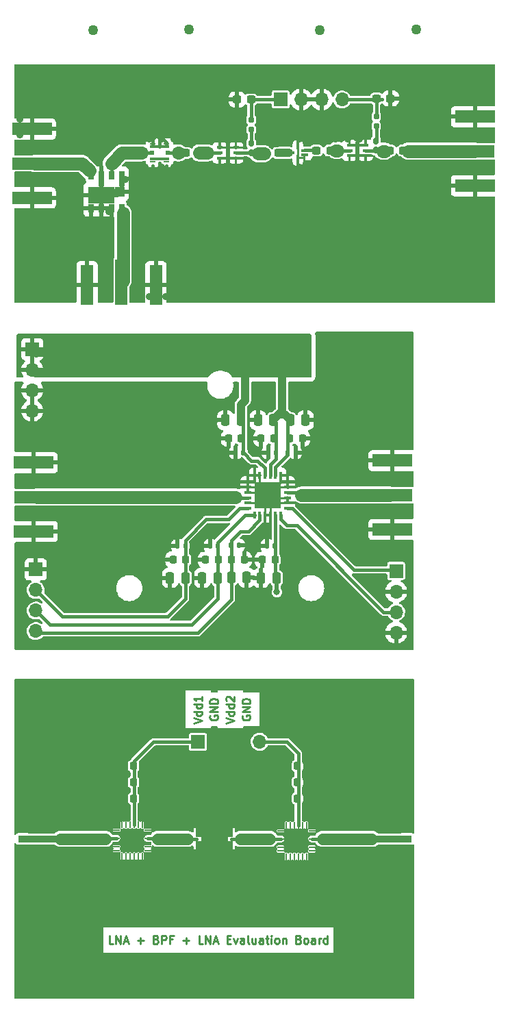
<source format=gbr>
%TF.GenerationSoftware,KiCad,Pcbnew,(6.0.1)*%
%TF.CreationDate,2022-04-21T10:22:39+02:00*%
%TF.ProjectId,Board2,426f6172-6432-42e6-9b69-6361645f7063,rev?*%
%TF.SameCoordinates,Original*%
%TF.FileFunction,Copper,L1,Top*%
%TF.FilePolarity,Positive*%
%FSLAX46Y46*%
G04 Gerber Fmt 4.6, Leading zero omitted, Abs format (unit mm)*
G04 Created by KiCad (PCBNEW (6.0.1)) date 2022-04-21 10:22:39*
%MOMM*%
%LPD*%
G01*
G04 APERTURE LIST*
G04 Aperture macros list*
%AMRoundRect*
0 Rectangle with rounded corners*
0 $1 Rounding radius*
0 $2 $3 $4 $5 $6 $7 $8 $9 X,Y pos of 4 corners*
0 Add a 4 corners polygon primitive as box body*
4,1,4,$2,$3,$4,$5,$6,$7,$8,$9,$2,$3,0*
0 Add four circle primitives for the rounded corners*
1,1,$1+$1,$2,$3*
1,1,$1+$1,$4,$5*
1,1,$1+$1,$6,$7*
1,1,$1+$1,$8,$9*
0 Add four rect primitives between the rounded corners*
20,1,$1+$1,$2,$3,$4,$5,0*
20,1,$1+$1,$4,$5,$6,$7,0*
20,1,$1+$1,$6,$7,$8,$9,0*
20,1,$1+$1,$8,$9,$2,$3,0*%
G04 Aperture macros list end*
%ADD10C,0.250000*%
%TA.AperFunction,NonConductor*%
%ADD11C,0.250000*%
%TD*%
%TA.AperFunction,EtchedComponent*%
%ADD12C,0.120000*%
%TD*%
%TA.AperFunction,SMDPad,CuDef*%
%ADD13RoundRect,0.160000X-0.160000X0.222500X-0.160000X-0.222500X0.160000X-0.222500X0.160000X0.222500X0*%
%TD*%
%TA.AperFunction,SMDPad,CuDef*%
%ADD14RoundRect,0.250000X-0.250000X-0.475000X0.250000X-0.475000X0.250000X0.475000X-0.250000X0.475000X0*%
%TD*%
%TA.AperFunction,SMDPad,CuDef*%
%ADD15RoundRect,0.250000X0.250000X0.475000X-0.250000X0.475000X-0.250000X-0.475000X0.250000X-0.475000X0*%
%TD*%
%TA.AperFunction,SMDPad,CuDef*%
%ADD16RoundRect,0.225000X-0.225000X-0.250000X0.225000X-0.250000X0.225000X0.250000X-0.225000X0.250000X0*%
%TD*%
%TA.AperFunction,ComponentPad*%
%ADD17R,1.700000X1.700000*%
%TD*%
%TA.AperFunction,ComponentPad*%
%ADD18O,1.700000X1.700000*%
%TD*%
%TA.AperFunction,SMDPad,CuDef*%
%ADD19RoundRect,0.062500X-0.350000X-0.062500X0.350000X-0.062500X0.350000X0.062500X-0.350000X0.062500X0*%
%TD*%
%TA.AperFunction,SMDPad,CuDef*%
%ADD20RoundRect,0.062500X-0.062500X-0.350000X0.062500X-0.350000X0.062500X0.350000X-0.062500X0.350000X0*%
%TD*%
%TA.AperFunction,SMDPad,CuDef*%
%ADD21R,2.600000X2.600000*%
%TD*%
%TA.AperFunction,SMDPad,CuDef*%
%ADD22RoundRect,0.237500X-0.300000X-0.237500X0.300000X-0.237500X0.300000X0.237500X-0.300000X0.237500X0*%
%TD*%
%TA.AperFunction,SMDPad,CuDef*%
%ADD23R,0.350000X0.180000*%
%TD*%
%TA.AperFunction,SMDPad,CuDef*%
%ADD24RoundRect,0.045000X-0.130000X-0.045000X0.130000X-0.045000X0.130000X0.045000X-0.130000X0.045000X0*%
%TD*%
%TA.AperFunction,SMDPad,CuDef*%
%ADD25R,0.880000X0.340000*%
%TD*%
%TA.AperFunction,SMDPad,CuDef*%
%ADD26R,0.260000X0.980000*%
%TD*%
%TA.AperFunction,SMDPad,CuDef*%
%ADD27R,0.880000X0.330000*%
%TD*%
%TA.AperFunction,SMDPad,CuDef*%
%ADD28R,0.890000X0.330000*%
%TD*%
%TA.AperFunction,SMDPad,CuDef*%
%ADD29RoundRect,0.160000X-0.160000X0.197500X-0.160000X-0.197500X0.160000X-0.197500X0.160000X0.197500X0*%
%TD*%
%TA.AperFunction,SMDPad,CuDef*%
%ADD30R,0.850000X0.350000*%
%TD*%
%TA.AperFunction,SMDPad,CuDef*%
%ADD31R,0.350000X0.850000*%
%TD*%
%TA.AperFunction,SMDPad,CuDef*%
%ADD32R,3.250000X3.250000*%
%TD*%
%TA.AperFunction,WasherPad*%
%ADD33C,1.270000*%
%TD*%
%TA.AperFunction,SMDPad,CuDef*%
%ADD34RoundRect,0.140000X0.140000X0.170000X-0.140000X0.170000X-0.140000X-0.170000X0.140000X-0.170000X0*%
%TD*%
%TA.AperFunction,SMDPad,CuDef*%
%ADD35R,1.270000X0.889000*%
%TD*%
%TA.AperFunction,SMDPad,CuDef*%
%ADD36R,4.572000X2.286000*%
%TD*%
%TA.AperFunction,SMDPad,CuDef*%
%ADD37RoundRect,0.140000X-0.140000X-0.170000X0.140000X-0.170000X0.140000X0.170000X-0.140000X0.170000X0*%
%TD*%
%TA.AperFunction,SMDPad,CuDef*%
%ADD38R,0.800000X0.300000*%
%TD*%
%TA.AperFunction,SMDPad,CuDef*%
%ADD39R,0.600000X1.200000*%
%TD*%
%TA.AperFunction,SMDPad,CuDef*%
%ADD40RoundRect,0.225000X0.225000X0.250000X-0.225000X0.250000X-0.225000X-0.250000X0.225000X-0.250000X0*%
%TD*%
%TA.AperFunction,SMDPad,CuDef*%
%ADD41R,5.600000X1.500000*%
%TD*%
%TA.AperFunction,SMDPad,CuDef*%
%ADD42R,4.900000X1.600000*%
%TD*%
%TA.AperFunction,SMDPad,CuDef*%
%ADD43RoundRect,0.237500X0.300000X0.237500X-0.300000X0.237500X-0.300000X-0.237500X0.300000X-0.237500X0*%
%TD*%
%TA.AperFunction,SMDPad,CuDef*%
%ADD44R,1.500000X5.600000*%
%TD*%
%TA.AperFunction,SMDPad,CuDef*%
%ADD45R,1.600000X4.900000*%
%TD*%
%TA.AperFunction,SMDPad,CuDef*%
%ADD46R,0.500000X0.480000*%
%TD*%
%TA.AperFunction,SMDPad,CuDef*%
%ADD47R,2.400000X0.420000*%
%TD*%
%TA.AperFunction,SMDPad,CuDef*%
%ADD48R,0.750000X0.250000*%
%TD*%
%TA.AperFunction,SMDPad,CuDef*%
%ADD49R,0.760000X1.950000*%
%TD*%
%TA.AperFunction,SMDPad,CuDef*%
%ADD50R,0.760000X1.090000*%
%TD*%
%TA.AperFunction,SMDPad,CuDef*%
%ADD51R,1.270000X1.280000*%
%TD*%
%TA.AperFunction,SMDPad,CuDef*%
%ADD52R,3.300000X2.140000*%
%TD*%
%TA.AperFunction,ViaPad*%
%ADD53C,0.900000*%
%TD*%
%TA.AperFunction,ViaPad*%
%ADD54C,0.800000*%
%TD*%
%TA.AperFunction,Conductor*%
%ADD55C,0.400000*%
%TD*%
%TA.AperFunction,Conductor*%
%ADD56C,0.250000*%
%TD*%
%TA.AperFunction,Conductor*%
%ADD57C,1.000000*%
%TD*%
%TA.AperFunction,Conductor*%
%ADD58C,0.822960*%
%TD*%
%TA.AperFunction,Conductor*%
%ADD59C,1.612900*%
%TD*%
%TA.AperFunction,Conductor*%
%ADD60C,1.587500*%
%TD*%
%TA.AperFunction,Conductor*%
%ADD61C,0.840740*%
%TD*%
%TA.AperFunction,Conductor*%
%ADD62C,0.381000*%
%TD*%
%TA.AperFunction,Conductor*%
%ADD63C,1.473200*%
%TD*%
%TA.AperFunction,Conductor*%
%ADD64C,0.200000*%
%TD*%
%TA.AperFunction,Conductor*%
%ADD65C,0.500000*%
%TD*%
G04 APERTURE END LIST*
D10*
D11*
X128500000Y-114761904D02*
X128452380Y-114857142D01*
X128452380Y-115000000D01*
X128500000Y-115142857D01*
X128595238Y-115238095D01*
X128690476Y-115285714D01*
X128880952Y-115333333D01*
X129023809Y-115333333D01*
X129214285Y-115285714D01*
X129309523Y-115238095D01*
X129404761Y-115142857D01*
X129452380Y-115000000D01*
X129452380Y-114904761D01*
X129404761Y-114761904D01*
X129357142Y-114714285D01*
X129023809Y-114714285D01*
X129023809Y-114904761D01*
X129452380Y-114285714D02*
X128452380Y-114285714D01*
X129452380Y-113714285D01*
X128452380Y-113714285D01*
X129452380Y-113238095D02*
X128452380Y-113238095D01*
X128452380Y-113000000D01*
X128500000Y-112857142D01*
X128595238Y-112761904D01*
X128690476Y-112714285D01*
X128880952Y-112666666D01*
X129023809Y-112666666D01*
X129214285Y-112714285D01*
X129309523Y-112761904D01*
X129404761Y-112857142D01*
X129452380Y-113000000D01*
X129452380Y-113238095D01*
D10*
D11*
X124500008Y-114761904D02*
X124452388Y-114857142D01*
X124452388Y-115000000D01*
X124500008Y-115142857D01*
X124595246Y-115238095D01*
X124690484Y-115285714D01*
X124880960Y-115333333D01*
X125023817Y-115333333D01*
X125214293Y-115285714D01*
X125309531Y-115238095D01*
X125404769Y-115142857D01*
X125452388Y-115000000D01*
X125452388Y-114904761D01*
X125404769Y-114761904D01*
X125357150Y-114714285D01*
X125023817Y-114714285D01*
X125023817Y-114904761D01*
X125452388Y-114285714D02*
X124452388Y-114285714D01*
X125452388Y-113714285D01*
X124452388Y-113714285D01*
X125452388Y-113238095D02*
X124452388Y-113238095D01*
X124452388Y-113000000D01*
X124500008Y-112857142D01*
X124595246Y-112761904D01*
X124690484Y-112714285D01*
X124880960Y-112666666D01*
X125023817Y-112666666D01*
X125214293Y-112714285D01*
X125309531Y-112761904D01*
X125404769Y-112857142D01*
X125452388Y-113000000D01*
X125452388Y-113238095D01*
D10*
D11*
X126452384Y-115714285D02*
X127452384Y-115380952D01*
X126452384Y-115047619D01*
X127452384Y-114285714D02*
X126452384Y-114285714D01*
X127404765Y-114285714D02*
X127452384Y-114380952D01*
X127452384Y-114571428D01*
X127404765Y-114666666D01*
X127357146Y-114714285D01*
X127261908Y-114761904D01*
X126976194Y-114761904D01*
X126880956Y-114714285D01*
X126833337Y-114666666D01*
X126785718Y-114571428D01*
X126785718Y-114380952D01*
X126833337Y-114285714D01*
X127452384Y-113380952D02*
X126452384Y-113380952D01*
X127404765Y-113380952D02*
X127452384Y-113476190D01*
X127452384Y-113666666D01*
X127404765Y-113761904D01*
X127357146Y-113809523D01*
X127261908Y-113857142D01*
X126976194Y-113857142D01*
X126880956Y-113809523D01*
X126833337Y-113761904D01*
X126785718Y-113666666D01*
X126785718Y-113476190D01*
X126833337Y-113380952D01*
X126547623Y-112952380D02*
X126500004Y-112904761D01*
X126452384Y-112809523D01*
X126452384Y-112571428D01*
X126500004Y-112476190D01*
X126547623Y-112428571D01*
X126642861Y-112380952D01*
X126738099Y-112380952D01*
X126880956Y-112428571D01*
X127452384Y-113000000D01*
X127452384Y-112380952D01*
D10*
D11*
X112500000Y-142952380D02*
X112023809Y-142952380D01*
X112023809Y-141952380D01*
X112833333Y-142952380D02*
X112833333Y-141952380D01*
X113404761Y-142952380D01*
X113404761Y-141952380D01*
X113833333Y-142666666D02*
X114309523Y-142666666D01*
X113738095Y-142952380D02*
X114071428Y-141952380D01*
X114404761Y-142952380D01*
X115500000Y-142571428D02*
X116261904Y-142571428D01*
X115880952Y-142952380D02*
X115880952Y-142190476D01*
X117833333Y-142428571D02*
X117976190Y-142476190D01*
X118023809Y-142523809D01*
X118071428Y-142619047D01*
X118071428Y-142761904D01*
X118023809Y-142857142D01*
X117976190Y-142904761D01*
X117880952Y-142952380D01*
X117500000Y-142952380D01*
X117500000Y-141952380D01*
X117833333Y-141952380D01*
X117928571Y-142000000D01*
X117976190Y-142047619D01*
X118023809Y-142142857D01*
X118023809Y-142238095D01*
X117976190Y-142333333D01*
X117928571Y-142380952D01*
X117833333Y-142428571D01*
X117500000Y-142428571D01*
X118500000Y-142952380D02*
X118500000Y-141952380D01*
X118880952Y-141952380D01*
X118976190Y-142000000D01*
X119023809Y-142047619D01*
X119071428Y-142142857D01*
X119071428Y-142285714D01*
X119023809Y-142380952D01*
X118976190Y-142428571D01*
X118880952Y-142476190D01*
X118500000Y-142476190D01*
X119833333Y-142428571D02*
X119500000Y-142428571D01*
X119500000Y-142952380D02*
X119500000Y-141952380D01*
X119976190Y-141952380D01*
X121119047Y-142571428D02*
X121880952Y-142571428D01*
X121500000Y-142952380D02*
X121500000Y-142190476D01*
X123595238Y-142952380D02*
X123119047Y-142952380D01*
X123119047Y-141952380D01*
X123928571Y-142952380D02*
X123928571Y-141952380D01*
X124500000Y-142952380D01*
X124500000Y-141952380D01*
X124928571Y-142666666D02*
X125404761Y-142666666D01*
X124833333Y-142952380D02*
X125166666Y-141952380D01*
X125500000Y-142952380D01*
X126595238Y-142428571D02*
X126928571Y-142428571D01*
X127071428Y-142952380D02*
X126595238Y-142952380D01*
X126595238Y-141952380D01*
X127071428Y-141952380D01*
X127404761Y-142285714D02*
X127642857Y-142952380D01*
X127880952Y-142285714D01*
X128690476Y-142952380D02*
X128690476Y-142428571D01*
X128642857Y-142333333D01*
X128547619Y-142285714D01*
X128357142Y-142285714D01*
X128261904Y-142333333D01*
X128690476Y-142904761D02*
X128595238Y-142952380D01*
X128357142Y-142952380D01*
X128261904Y-142904761D01*
X128214285Y-142809523D01*
X128214285Y-142714285D01*
X128261904Y-142619047D01*
X128357142Y-142571428D01*
X128595238Y-142571428D01*
X128690476Y-142523809D01*
X129309523Y-142952380D02*
X129214285Y-142904761D01*
X129166666Y-142809523D01*
X129166666Y-141952380D01*
X130119047Y-142285714D02*
X130119047Y-142952380D01*
X129690476Y-142285714D02*
X129690476Y-142809523D01*
X129738095Y-142904761D01*
X129833333Y-142952380D01*
X129976190Y-142952380D01*
X130071428Y-142904761D01*
X130119047Y-142857142D01*
X131023809Y-142952380D02*
X131023809Y-142428571D01*
X130976190Y-142333333D01*
X130880952Y-142285714D01*
X130690476Y-142285714D01*
X130595238Y-142333333D01*
X131023809Y-142904761D02*
X130928571Y-142952380D01*
X130690476Y-142952380D01*
X130595238Y-142904761D01*
X130547619Y-142809523D01*
X130547619Y-142714285D01*
X130595238Y-142619047D01*
X130690476Y-142571428D01*
X130928571Y-142571428D01*
X131023809Y-142523809D01*
X131357142Y-142285714D02*
X131738095Y-142285714D01*
X131499999Y-141952380D02*
X131499999Y-142809523D01*
X131547619Y-142904761D01*
X131642857Y-142952380D01*
X131738095Y-142952380D01*
X132071428Y-142952380D02*
X132071428Y-142285714D01*
X132071428Y-141952380D02*
X132023809Y-142000000D01*
X132071428Y-142047619D01*
X132119047Y-142000000D01*
X132071428Y-141952380D01*
X132071428Y-142047619D01*
X132690476Y-142952380D02*
X132595238Y-142904761D01*
X132547619Y-142857142D01*
X132499999Y-142761904D01*
X132499999Y-142476190D01*
X132547619Y-142380952D01*
X132595238Y-142333333D01*
X132690476Y-142285714D01*
X132833333Y-142285714D01*
X132928571Y-142333333D01*
X132976190Y-142380952D01*
X133023809Y-142476190D01*
X133023809Y-142761904D01*
X132976190Y-142857142D01*
X132928571Y-142904761D01*
X132833333Y-142952380D01*
X132690476Y-142952380D01*
X133452380Y-142285714D02*
X133452380Y-142952380D01*
X133452380Y-142380952D02*
X133499999Y-142333333D01*
X133595238Y-142285714D01*
X133738095Y-142285714D01*
X133833333Y-142333333D01*
X133880952Y-142428571D01*
X133880952Y-142952380D01*
X135452380Y-142428571D02*
X135595238Y-142476190D01*
X135642857Y-142523809D01*
X135690476Y-142619047D01*
X135690476Y-142761904D01*
X135642857Y-142857142D01*
X135595238Y-142904761D01*
X135500000Y-142952380D01*
X135119047Y-142952380D01*
X135119047Y-141952380D01*
X135452380Y-141952380D01*
X135547619Y-142000000D01*
X135595238Y-142047619D01*
X135642857Y-142142857D01*
X135642857Y-142238095D01*
X135595238Y-142333333D01*
X135547619Y-142380952D01*
X135452380Y-142428571D01*
X135119047Y-142428571D01*
X136261904Y-142952380D02*
X136166666Y-142904761D01*
X136119047Y-142857142D01*
X136071428Y-142761904D01*
X136071428Y-142476190D01*
X136119047Y-142380952D01*
X136166666Y-142333333D01*
X136261904Y-142285714D01*
X136404761Y-142285714D01*
X136500000Y-142333333D01*
X136547619Y-142380952D01*
X136595238Y-142476190D01*
X136595238Y-142761904D01*
X136547619Y-142857142D01*
X136500000Y-142904761D01*
X136404761Y-142952380D01*
X136261904Y-142952380D01*
X137452380Y-142952380D02*
X137452380Y-142428571D01*
X137404761Y-142333333D01*
X137309523Y-142285714D01*
X137119047Y-142285714D01*
X137023809Y-142333333D01*
X137452380Y-142904761D02*
X137357142Y-142952380D01*
X137119047Y-142952380D01*
X137023809Y-142904761D01*
X136976190Y-142809523D01*
X136976190Y-142714285D01*
X137023809Y-142619047D01*
X137119047Y-142571428D01*
X137357142Y-142571428D01*
X137452380Y-142523809D01*
X137928571Y-142952380D02*
X137928571Y-142285714D01*
X137928571Y-142476190D02*
X137976190Y-142380952D01*
X138023809Y-142333333D01*
X138119047Y-142285714D01*
X138214285Y-142285714D01*
X138976190Y-142952380D02*
X138976190Y-141952380D01*
X138976190Y-142904761D02*
X138880952Y-142952380D01*
X138690476Y-142952380D01*
X138595238Y-142904761D01*
X138547619Y-142857142D01*
X138499999Y-142761904D01*
X138499999Y-142476190D01*
X138547619Y-142380952D01*
X138595238Y-142333333D01*
X138690476Y-142285714D01*
X138880952Y-142285714D01*
X138976190Y-142333333D01*
D10*
D11*
X122452387Y-115714297D02*
X123452387Y-115380964D01*
X122452387Y-115047631D01*
X123452387Y-114285726D02*
X122452387Y-114285726D01*
X123404768Y-114285726D02*
X123452387Y-114380964D01*
X123452387Y-114571440D01*
X123404768Y-114666678D01*
X123357149Y-114714297D01*
X123261911Y-114761916D01*
X122976197Y-114761916D01*
X122880959Y-114714297D01*
X122833340Y-114666678D01*
X122785721Y-114571440D01*
X122785721Y-114380964D01*
X122833340Y-114285726D01*
X123452387Y-113380964D02*
X122452387Y-113380964D01*
X123404768Y-113380964D02*
X123452387Y-113476202D01*
X123452387Y-113666678D01*
X123404768Y-113761916D01*
X123357149Y-113809535D01*
X123261911Y-113857154D01*
X122976197Y-113857154D01*
X122880959Y-113809535D01*
X122833340Y-113761916D01*
X122785721Y-113666678D01*
X122785721Y-113476202D01*
X122833340Y-113380964D01*
X123452387Y-112380964D02*
X123452387Y-112952392D01*
X123452387Y-112666678D02*
X122452387Y-112666678D01*
X122595245Y-112761916D01*
X122690483Y-112857154D01*
X122738102Y-112952392D01*
D12*
%TO.C,U2*%
X127250000Y-129705001D02*
X126640000Y-129705001D01*
X126640000Y-129705001D02*
X126640000Y-130305001D01*
X126640000Y-130305001D02*
X127250000Y-130305001D01*
X127250000Y-130305001D02*
X127250000Y-131605001D01*
X127250000Y-131605001D02*
X122750000Y-131605001D01*
X122750000Y-131605001D02*
X122750000Y-130305001D01*
X122750000Y-130305001D02*
X123360000Y-130305001D01*
X123360000Y-130305001D02*
X123360000Y-129705001D01*
X123360000Y-129705001D02*
X122750000Y-129705001D01*
X122750000Y-129705001D02*
X122750000Y-128405001D01*
X122750000Y-128405001D02*
X127250000Y-128405001D01*
X127250000Y-128405001D02*
X127250000Y-129705001D01*
G36*
X127250000Y-129705001D02*
G01*
X126640000Y-129705001D01*
X126640000Y-130305001D01*
X127250000Y-130305001D01*
X127250000Y-131605001D01*
X122750000Y-131605001D01*
X122750000Y-130305001D01*
X123360000Y-130305001D01*
X123360000Y-129705001D01*
X122750000Y-129705001D01*
X122750000Y-128405001D01*
X127250000Y-128405001D01*
X127250000Y-129705001D01*
G37*
X127250000Y-129705001D02*
X126640000Y-129705001D01*
X126640000Y-130305001D01*
X127250000Y-130305001D01*
X127250000Y-131605001D01*
X122750000Y-131605001D01*
X122750000Y-130305001D01*
X123360000Y-130305001D01*
X123360000Y-129705001D01*
X122750000Y-129705001D01*
X122750000Y-128405001D01*
X127250000Y-128405001D01*
X127250000Y-129705001D01*
%TD*%
D13*
%TO.P,L1,1,1*%
%TO.N,N/C*%
X129585000Y-44027500D03*
%TO.P,L1,2,2*%
X129585000Y-45172500D03*
%TD*%
D14*
%TO.P,C8,1*%
%TO.N,N/C*%
X123525000Y-97750000D03*
%TO.P,C8,2*%
X125425000Y-97750000D03*
%TD*%
D15*
%TO.P,C20,1*%
%TO.N,N/C*%
X136307500Y-78250000D03*
%TO.P,C20,2*%
X134407500Y-78250000D03*
%TD*%
D16*
%TO.P,C17,1*%
%TO.N,N/C*%
X130975000Y-95500000D03*
%TO.P,C17,2*%
X132525000Y-95500000D03*
%TD*%
D17*
%TO.P,J3,1,Pin_1*%
%TO.N,N/C*%
X102500000Y-69460000D03*
D18*
%TO.P,J3,2,Pin_2*%
X102500000Y-72000000D03*
%TO.P,J3,3,Pin_3*%
X102500000Y-74540000D03*
%TO.P,J3,4,Pin_4*%
X102500000Y-77080000D03*
%TD*%
D19*
%TO.P,U1,1*%
%TO.N,N/C*%
X112911251Y-128949999D03*
%TO.P,U1,2,GND*%
X112911251Y-129449999D03*
%TO.P,U1,3,RFin*%
X112911251Y-129949999D03*
%TO.P,U1,4,GND*%
X112911251Y-130449999D03*
%TO.P,U1,5*%
X112911251Y-130949999D03*
%TO.P,U1,6*%
X112911251Y-131449999D03*
D20*
%TO.P,U1,7*%
X113598751Y-132137499D03*
%TO.P,U1,8*%
X114098751Y-132137499D03*
%TO.P,U1,9*%
X114598751Y-132137499D03*
%TO.P,U1,10*%
X115098751Y-132137499D03*
%TO.P,U1,11*%
X115598751Y-132137499D03*
%TO.P,U1,12*%
X116098751Y-132137499D03*
D19*
%TO.P,U1,13*%
X116786251Y-131449999D03*
%TO.P,U1,14*%
X116786251Y-130949999D03*
%TO.P,U1,15,GND*%
X116786251Y-130449999D03*
%TO.P,U1,16,RFout*%
X116786251Y-129949999D03*
%TO.P,U1,17,GND*%
X116786251Y-129449999D03*
%TO.P,U1,18*%
X116786251Y-128949999D03*
D20*
%TO.P,U1,19*%
X116098751Y-128262499D03*
%TO.P,U1,20*%
X115598751Y-128262499D03*
%TO.P,U1,21,Vdd*%
X115098751Y-128262499D03*
%TO.P,U1,22*%
X114598751Y-128262499D03*
%TO.P,U1,23*%
X114098751Y-128262499D03*
%TO.P,U1,24*%
X113598751Y-128262499D03*
D21*
%TO.P,U1,25,GND*%
X114848751Y-130199999D03*
%TD*%
D22*
%TO.P,C1,1*%
%TO.N,N/C*%
X121437500Y-45200000D03*
%TO.P,C1,2*%
X123162500Y-45200000D03*
%TD*%
D23*
%TO.P,U2,1,IN*%
%TO.N,N/C*%
X122850000Y-130005001D03*
%TO.P,U2,2,Out*%
X127150000Y-130005001D03*
D24*
%TO.P,U2,3,GND*%
X124950000Y-130005001D03*
%TD*%
D25*
%TO.P,U1,1,IN*%
%TO.N,N/C*%
X134527500Y-45200000D03*
D26*
%TO.P,U1,2,GND*%
X135337500Y-45810000D03*
D27*
%TO.P,U1,3,GND*%
X136147500Y-45485000D03*
D28*
%TO.P,U1,4,OUT*%
X136152500Y-44915000D03*
D26*
%TO.P,U1,5,GND*%
X135337500Y-44590000D03*
%TD*%
D29*
%TO.P,R1,1*%
%TO.N,N/C*%
X129585000Y-41102500D03*
%TO.P,R1,2*%
X129585000Y-42297500D03*
%TD*%
D30*
%TO.P,U1,1,NC_1*%
%TO.N,N/C*%
X129162500Y-85875000D03*
%TO.P,U1,2,NC_2*%
X129162500Y-86525000D03*
%TO.P,U1,3,NC_3*%
X129162500Y-87175000D03*
%TO.P,U1,4,RFIN*%
X129162500Y-87825000D03*
%TO.P,U1,5,GND_1*%
X129162500Y-88475000D03*
%TO.P,U1,6,VGG1*%
X129162500Y-89125000D03*
D31*
%TO.P,U1,7,VGG2*%
X129987500Y-89950000D03*
%TO.P,U1,8,VGG3*%
X130637500Y-89950000D03*
%TO.P,U1,9,NC_4*%
X131287500Y-89950000D03*
%TO.P,U1,10,NC_5*%
X131937500Y-89950000D03*
%TO.P,U1,11,VDD4*%
X132587500Y-89950000D03*
%TO.P,U1,12,VREF*%
X133237500Y-89950000D03*
D30*
%TO.P,U1,13,VDET*%
X134062500Y-89125000D03*
%TO.P,U1,14,NC_6*%
X134062500Y-88475000D03*
%TO.P,U1,15,GND_2*%
X134062500Y-87825000D03*
%TO.P,U1,16,RFOUT*%
X134062500Y-87175000D03*
%TO.P,U1,17,NC_7*%
X134062500Y-86525000D03*
%TO.P,U1,18,NC_8*%
X134062500Y-85875000D03*
D31*
%TO.P,U1,19,NC_9*%
X133237500Y-85050000D03*
%TO.P,U1,20,VDD3*%
X132587500Y-85050000D03*
%TO.P,U1,21,VDD2*%
X131937500Y-85050000D03*
%TO.P,U1,22,VDD1*%
X131287500Y-85050000D03*
%TO.P,U1,23,NC_10*%
X130637500Y-85050000D03*
%TO.P,U1,24,NC_11*%
X129987500Y-85050000D03*
D32*
%TO.P,U1,25,THERMAL_PAD*%
X131612500Y-87500000D03*
%TD*%
D33*
%TO.P,REF\u002A\u002A,*%
%TO.N,*%
X149949992Y-29983659D03*
X138049991Y-30016348D03*
%TD*%
D22*
%TO.P,C4,1*%
%TO.N,N/C*%
X137637500Y-44900000D03*
%TO.P,C4,2*%
X139362500Y-44900000D03*
%TD*%
D34*
%TO.P,C3,1*%
%TO.N,N/C*%
X128023000Y-93714000D03*
%TO.P,C3,2*%
X127063000Y-93714000D03*
%TD*%
D35*
%TO.P,J2,1*%
%TO.N,N/C*%
X148824000Y-130000000D03*
D36*
%TO.P,J2,S1*%
X147173000Y-132032000D03*
%TO.P,J2,S2*%
X147173000Y-127968000D03*
%TD*%
D14*
%TO.P,C18,1*%
%TO.N,N/C*%
X126387500Y-78250000D03*
%TO.P,C18,2*%
X128287500Y-78250000D03*
%TD*%
D37*
%TO.P,C13,1*%
%TO.N,N/C*%
X131520000Y-93750000D03*
%TO.P,C13,2*%
X132480000Y-93750000D03*
%TD*%
D38*
%TO.P,IC2,1,NC_1*%
%TO.N,N/C*%
X125685000Y-44550000D03*
%TO.P,IC2,2,RF-IN*%
X125685000Y-45200000D03*
%TO.P,IC2,3,NC_2*%
X125685000Y-45850000D03*
%TO.P,IC2,4,NC_3*%
X127685000Y-45850000D03*
%TO.P,IC2,5,RF-OUT&_DC-IN*%
X127685000Y-45200000D03*
%TO.P,IC2,6,NC_4*%
X127685000Y-44550000D03*
D39*
%TO.P,IC2,7,GND*%
X126685000Y-45200000D03*
%TD*%
D40*
%TO.P,C6,1*%
%TO.N,N/C*%
X128699000Y-95464000D03*
%TO.P,C6,2*%
X127149000Y-95464000D03*
%TD*%
D37*
%TO.P,C10,1*%
%TO.N,N/C*%
X127647500Y-82250000D03*
%TO.P,C10,2*%
X128607500Y-82250000D03*
%TD*%
D41*
%TO.P,J4,1,RF*%
%TO.N,N/C*%
X156882500Y-45000000D03*
D42*
%TO.P,J4,S1*%
X157232500Y-49260000D03*
%TO.P,J4,S2*%
X157232500Y-40740000D03*
%TD*%
D22*
%TO.P,C2,1*%
%TO.N,N/C*%
X131237500Y-45222500D03*
%TO.P,C2,2*%
X132962500Y-45222500D03*
%TD*%
D16*
%TO.P,C5,1*%
%TO.N,N/C*%
X123950000Y-95500000D03*
%TO.P,C5,2*%
X125500000Y-95500000D03*
%TD*%
D17*
%TO.P,J4,1,Pin_1*%
%TO.N,N/C*%
X102932500Y-96700000D03*
D18*
%TO.P,J4,2,Pin_2*%
X102932500Y-99240000D03*
%TO.P,J4,3,Pin_3*%
X102932500Y-101780000D03*
%TO.P,J4,4,Pin_4*%
X102932500Y-104320000D03*
%TD*%
D15*
%TO.P,C9,1*%
%TO.N,N/C*%
X129001000Y-97714000D03*
%TO.P,C9,2*%
X127101000Y-97714000D03*
%TD*%
D29*
%TO.P,R2,1*%
%TO.N,N/C*%
X145037500Y-40702500D03*
%TO.P,R2,2*%
X145037500Y-41897500D03*
%TD*%
D41*
%TO.P,J1,1,RF*%
%TO.N,N/C*%
X103050000Y-87750000D03*
D42*
%TO.P,J1,S1*%
X102700000Y-83490000D03*
%TO.P,J1,S2*%
X102700000Y-92010000D03*
%TD*%
D40*
%TO.P,C4,1*%
%TO.N,N/C*%
X135275000Y-125000000D03*
%TO.P,C4,2*%
X133725000Y-125000000D03*
%TD*%
D34*
%TO.P,C12,1*%
%TO.N,N/C*%
X135047500Y-82250000D03*
%TO.P,C12,2*%
X134087500Y-82250000D03*
%TD*%
D38*
%TO.P,IC3,1,NC_1*%
%TO.N,N/C*%
X141737500Y-44250000D03*
%TO.P,IC3,2,RF-IN*%
X141737500Y-44900000D03*
%TO.P,IC3,3,NC_2*%
X141737500Y-45550000D03*
%TO.P,IC3,4,NC_3*%
X143737500Y-45550000D03*
%TO.P,IC3,5,RF-OUT&_DC-IN*%
X143737500Y-44900000D03*
%TO.P,IC3,6,NC_4*%
X143737500Y-44250000D03*
D39*
%TO.P,IC3,7,GND*%
X142737500Y-44900000D03*
%TD*%
D43*
%TO.P,C6,1*%
%TO.N,N/C*%
X146800000Y-38477500D03*
%TO.P,C6,2*%
X145075000Y-38477500D03*
%TD*%
D44*
%TO.P,J3,1,RF*%
%TO.N,N/C*%
X113535000Y-61192500D03*
D45*
%TO.P,J3,S1*%
X109275000Y-61542500D03*
%TO.P,J3,S2*%
X117795000Y-61542500D03*
%TD*%
D16*
%TO.P,C4,1*%
%TO.N,N/C*%
X119910000Y-95464000D03*
%TO.P,C4,2*%
X121460000Y-95464000D03*
%TD*%
D14*
%TO.P,C21,1*%
%TO.N,N/C*%
X130800000Y-97750000D03*
%TO.P,C21,2*%
X132700000Y-97750000D03*
%TD*%
%TO.P,C19,1*%
%TO.N,N/C*%
X130397500Y-78240000D03*
%TO.P,C19,2*%
X132297500Y-78240000D03*
%TD*%
%TO.P,C7,1*%
%TO.N,N/C*%
X119547000Y-97750000D03*
%TO.P,C7,2*%
X121447000Y-97750000D03*
%TD*%
D40*
%TO.P,C2,1*%
%TO.N,N/C*%
X115025000Y-123000000D03*
%TO.P,C2,2*%
X113475000Y-123000000D03*
%TD*%
D17*
%TO.P,J3,1,Pin_1*%
%TO.N,N/C*%
X123000000Y-118000000D03*
D18*
%TO.P,J3,2,Pin_2*%
X125540000Y-118000000D03*
%TO.P,J3,3,Pin_3*%
X128080000Y-118000000D03*
%TO.P,J3,4,Pin_4*%
X130620000Y-118000000D03*
%TD*%
D16*
%TO.P,C14,1*%
%TO.N,N/C*%
X126782500Y-80510000D03*
%TO.P,C14,2*%
X128332500Y-80510000D03*
%TD*%
D40*
%TO.P,C6,1*%
%TO.N,N/C*%
X135275000Y-121000000D03*
%TO.P,C6,2*%
X133725000Y-121000000D03*
%TD*%
D17*
%TO.P,J1,1,Pin_1*%
%TO.N,N/C*%
X133200000Y-38600000D03*
D18*
%TO.P,J1,2,Pin_2*%
X135740000Y-38600000D03*
%TO.P,J1,3,Pin_3*%
X138280000Y-38600000D03*
%TO.P,J1,4,Pin_4*%
X140820000Y-38600000D03*
%TD*%
D37*
%TO.P,C1,1*%
%TO.N,N/C*%
X120459000Y-93750000D03*
%TO.P,C1,2*%
X121419000Y-93750000D03*
%TD*%
D41*
%TO.P,J2,1,RF*%
%TO.N,N/C*%
X146700000Y-87500000D03*
D42*
%TO.P,J2,S1*%
X147050000Y-91760000D03*
%TO.P,J2,S2*%
X147050000Y-83240000D03*
%TD*%
D46*
%TO.P,J5,1,COMMON*%
%TO.N,N/C*%
X117295000Y-45200000D03*
D47*
%TO.P,J5,2,GND_1*%
X118255000Y-45990000D03*
D46*
%TO.P,J5,3,ANTENNA*%
X119215000Y-45200000D03*
D47*
%TO.P,J5,4,GND_2*%
X118255000Y-44410000D03*
D48*
%TO.P,J5,5,GND_3*%
X119080000Y-44075000D03*
%TO.P,J5,6,GND_4*%
X117430000Y-44075000D03*
%TO.P,J5,7,GND_5*%
X117430000Y-46325000D03*
%TO.P,J5,8,GND_6*%
X119080000Y-46325000D03*
%TD*%
D35*
%TO.P,J1,1*%
%TO.N,N/C*%
X101349000Y-130000000D03*
D36*
%TO.P,J1,S1*%
X103000000Y-127968000D03*
%TO.P,J1,S2*%
X103000000Y-132032000D03*
%TD*%
D49*
%TO.P,IC1,1,GROUND_1*%
%TO.N,N/C*%
X113540000Y-48385000D03*
D50*
%TO.P,IC1,2,IF*%
X112270000Y-47955000D03*
D49*
%TO.P,IC1,3,GROUND_2*%
X111000000Y-48385000D03*
D50*
%TO.P,IC1,4,RF*%
X109730000Y-47955000D03*
%TO.P,IC1,5,GROUND_3*%
X109730000Y-52045000D03*
%TO.P,IC1,6,GROUND_4*%
X111000000Y-52045000D03*
%TO.P,IC1,7,GROUND_5*%
X112270000Y-52045000D03*
%TO.P,IC1,8,LO*%
X113540000Y-52045000D03*
D51*
%TO.P,IC1,9,GROUND_6*%
X113285000Y-50000000D03*
D52*
%TO.P,IC1,10,GROUND_7*%
X111000000Y-50430000D03*
%TD*%
D22*
%TO.P,C5,1*%
%TO.N,N/C*%
X146675000Y-44900000D03*
%TO.P,C5,2*%
X148400000Y-44900000D03*
%TD*%
D17*
%TO.P,J5,1,Pin_1*%
%TO.N,N/C*%
X147500000Y-96880000D03*
D18*
%TO.P,J5,2,Pin_2*%
X147500000Y-99420000D03*
%TO.P,J5,3,Pin_3*%
X147500000Y-101960000D03*
%TO.P,J5,4,Pin_4*%
X147500000Y-104500000D03*
%TD*%
D40*
%TO.P,C1,1*%
%TO.N,N/C*%
X115025000Y-125000000D03*
%TO.P,C1,2*%
X113475000Y-125000000D03*
%TD*%
%TO.P,C5,1*%
%TO.N,N/C*%
X135275000Y-123000000D03*
%TO.P,C5,2*%
X133725000Y-123000000D03*
%TD*%
D33*
%TO.P,REF\u002A\u002A,*%
%TO.N,*%
X121900010Y-29967301D03*
X110000009Y-29999991D03*
%TD*%
D40*
%TO.P,C16,1*%
%TO.N,N/C*%
X135912500Y-80510000D03*
%TO.P,C16,2*%
X134362500Y-80510000D03*
%TD*%
%TO.P,C3,1*%
%TO.N,N/C*%
X115025000Y-121000000D03*
%TO.P,C3,2*%
X113475000Y-121000000D03*
%TD*%
D37*
%TO.P,C11,1*%
%TO.N,N/C*%
X131657500Y-82240000D03*
%TO.P,C11,2*%
X132617500Y-82240000D03*
%TD*%
D13*
%TO.P,L2,1,1*%
%TO.N,N/C*%
X145000000Y-43727500D03*
%TO.P,L2,2,2*%
X145000000Y-44872500D03*
%TD*%
D37*
%TO.P,C2,1*%
%TO.N,N/C*%
X124495000Y-93750000D03*
%TO.P,C2,2*%
X125455000Y-93750000D03*
%TD*%
D22*
%TO.P,C3,1*%
%TO.N,N/C*%
X127837500Y-38600000D03*
%TO.P,C3,2*%
X129562500Y-38600000D03*
%TD*%
D16*
%TO.P,C15,1*%
%TO.N,N/C*%
X130792500Y-80500000D03*
%TO.P,C15,2*%
X132342500Y-80500000D03*
%TD*%
D41*
%TO.P,J2,1,RF*%
%TO.N,N/C*%
X102807500Y-46510000D03*
D42*
%TO.P,J2,S1*%
X102457500Y-42250000D03*
%TO.P,J2,S2*%
X102457500Y-50770000D03*
%TD*%
D19*
%TO.P,U3,1*%
%TO.N,N/C*%
X133213738Y-128999999D03*
%TO.P,U3,2,GND*%
X133213738Y-129499999D03*
%TO.P,U3,3,RFin*%
X133213738Y-129999999D03*
%TO.P,U3,4,GND*%
X133213738Y-130499999D03*
%TO.P,U3,5*%
X133213738Y-130999999D03*
%TO.P,U3,6*%
X133213738Y-131499999D03*
D20*
%TO.P,U3,7*%
X133901238Y-132187499D03*
%TO.P,U3,8*%
X134401238Y-132187499D03*
%TO.P,U3,9*%
X134901238Y-132187499D03*
%TO.P,U3,10*%
X135401238Y-132187499D03*
%TO.P,U3,11*%
X135901238Y-132187499D03*
%TO.P,U3,12*%
X136401238Y-132187499D03*
D19*
%TO.P,U3,13*%
X137088738Y-131499999D03*
%TO.P,U3,14*%
X137088738Y-130999999D03*
%TO.P,U3,15,GND*%
X137088738Y-130499999D03*
%TO.P,U3,16,RFout*%
X137088738Y-129999999D03*
%TO.P,U3,17,GND*%
X137088738Y-129499999D03*
%TO.P,U3,18*%
X137088738Y-128999999D03*
D20*
%TO.P,U3,19*%
X136401238Y-128312499D03*
%TO.P,U3,20*%
X135901238Y-128312499D03*
%TO.P,U3,21,Vdd*%
X135401238Y-128312499D03*
%TO.P,U3,22*%
X134901238Y-128312499D03*
%TO.P,U3,23*%
X134401238Y-128312499D03*
%TO.P,U3,24*%
X133901238Y-128312499D03*
D21*
%TO.P,U3,25,GND*%
X135151238Y-130249999D03*
%TD*%
D53*
%TO.N,*%
X107000000Y-128250000D03*
X134000000Y-43500000D03*
X157000000Y-63000000D03*
X132500000Y-47000000D03*
D54*
X114000000Y-75500000D03*
D53*
X149000000Y-137000000D03*
X147000000Y-131750000D03*
X133000000Y-128250000D03*
D54*
X119750000Y-83250000D03*
D53*
X149000000Y-43000000D03*
D54*
X118250000Y-101250000D03*
D53*
X145000000Y-135000000D03*
X120000000Y-140000000D03*
X150500000Y-43000000D03*
X141000000Y-131750000D03*
X113850000Y-133730000D03*
X112000000Y-140000000D03*
D54*
X130700000Y-75200000D03*
D53*
X104000000Y-54000000D03*
X117000000Y-111000000D03*
D54*
X113750000Y-83750000D03*
X135000000Y-104500000D03*
D53*
X103000000Y-131750000D03*
X106000000Y-132750000D03*
X121500000Y-47000000D03*
X109000000Y-128250000D03*
X125000000Y-145000000D03*
X143000000Y-63000000D03*
X159000000Y-35000000D03*
D54*
X140750000Y-81750000D03*
D53*
X152000000Y-43000000D03*
X101000000Y-113000000D03*
X135000000Y-145000000D03*
X116370000Y-133670000D03*
X103000000Y-35000000D03*
X127500000Y-47000000D03*
X107000000Y-63000000D03*
D54*
X141400000Y-89250000D03*
D53*
X117000000Y-149000000D03*
X149000000Y-125000000D03*
X120000000Y-115000000D03*
X129000000Y-111000000D03*
X132000000Y-42000000D03*
X132000000Y-127250000D03*
X112961126Y-40052607D03*
X119000000Y-35000000D03*
D54*
X132812500Y-86400000D03*
D53*
X122000000Y-123000000D03*
X144500000Y-47000000D03*
X149000000Y-149000000D03*
X122500000Y-146500000D03*
X135000000Y-115000000D03*
D54*
X130412500Y-88600000D03*
D53*
X135500000Y-47000000D03*
X128000000Y-127250000D03*
X120000000Y-132750000D03*
D54*
X140000000Y-79500000D03*
D53*
X124000000Y-130000000D03*
X149000000Y-117000000D03*
X146000000Y-132750000D03*
X103000000Y-38000000D03*
X149000000Y-119000000D03*
X108000000Y-127250000D03*
X120000000Y-120000000D03*
D54*
X138000000Y-83500000D03*
X139600000Y-85800000D03*
D53*
X109000000Y-35000000D03*
X117000000Y-35000000D03*
X101000000Y-43000000D03*
X145000000Y-35000000D03*
X123000000Y-111000000D03*
X112000000Y-127250000D03*
X142000000Y-37000000D03*
X131000000Y-131750000D03*
X143000000Y-131750000D03*
X145000000Y-149000000D03*
D54*
X113000000Y-93500000D03*
D53*
X129000000Y-35000000D03*
X157000000Y-35000000D03*
D54*
X135000000Y-74500000D03*
D53*
X105000000Y-149000000D03*
X135180000Y-129630000D03*
X127000000Y-128250000D03*
X115000000Y-149000000D03*
X119000000Y-131750000D03*
X105000000Y-140000000D03*
X101000000Y-111000000D03*
X105000000Y-131750000D03*
X101000000Y-55000000D03*
X120000000Y-47000000D03*
D54*
X114850000Y-86000000D03*
X109500000Y-89500000D03*
X123250000Y-79500000D03*
D53*
X147000000Y-35000000D03*
X108576130Y-55096021D03*
X149000000Y-128250000D03*
X101000000Y-117000000D03*
X125000000Y-128250000D03*
X125000000Y-131750000D03*
X127000000Y-35000000D03*
X101140000Y-131480000D03*
X102500000Y-44500000D03*
X145000000Y-111000000D03*
X107000000Y-44500000D03*
D54*
X132750000Y-99500000D03*
D53*
X145000000Y-131750000D03*
X109000000Y-43000000D03*
X111000000Y-147000000D03*
D54*
X113100000Y-86000000D03*
X107000000Y-91500000D03*
D53*
X146000000Y-127250000D03*
X141000000Y-128250000D03*
X105000000Y-135000000D03*
X128000000Y-132750000D03*
X132000000Y-137000000D03*
X134000000Y-47000000D03*
X135980000Y-130970000D03*
D54*
X114000000Y-105500000D03*
D53*
X130000000Y-125000000D03*
X126000000Y-43500000D03*
D54*
X108000000Y-105500000D03*
X145000000Y-94500000D03*
D53*
X134510000Y-130980000D03*
D54*
X107000000Y-97500000D03*
X120000000Y-89500000D03*
X123500000Y-89500000D03*
D53*
X115500000Y-57000000D03*
X115500000Y-54000000D03*
X139000000Y-63000000D03*
X123000000Y-149000000D03*
X137000000Y-47000000D03*
X124500000Y-47000000D03*
X105500000Y-44500000D03*
X130000000Y-135000000D03*
X158000000Y-47000000D03*
X117000000Y-128250000D03*
D54*
X104500000Y-89500000D03*
D53*
X116987883Y-43492641D03*
D54*
X119500000Y-78250000D03*
D53*
X140000000Y-140000000D03*
X110000000Y-50500000D03*
D54*
X137000000Y-76500000D03*
D53*
X115560000Y-129600000D03*
X142000000Y-132750000D03*
D54*
X142000000Y-76500000D03*
D53*
X107000000Y-35000000D03*
D54*
X116750000Y-95750000D03*
D53*
X145000000Y-120000000D03*
X138000000Y-55000000D03*
X143000000Y-47000000D03*
X133000000Y-115000000D03*
X129000000Y-128250000D03*
X123000000Y-50000000D03*
X149000000Y-113000000D03*
X112000000Y-55500000D03*
D54*
X107750000Y-89500000D03*
X136300000Y-89150000D03*
D53*
X118000000Y-127250000D03*
X128000000Y-124000000D03*
X120000000Y-125000000D03*
X131000000Y-128250000D03*
X143000000Y-35000000D03*
D54*
X101000000Y-86000000D03*
D53*
X144000000Y-132750000D03*
D54*
X145000000Y-79500000D03*
D53*
X112500000Y-43500000D03*
X137000000Y-111000000D03*
D54*
X145000000Y-104500000D03*
D53*
X130000000Y-145000000D03*
X101000000Y-123000000D03*
D54*
X121750000Y-89500000D03*
D53*
X107000000Y-137000000D03*
X133000000Y-146000000D03*
X107000000Y-149000000D03*
X149000000Y-135000000D03*
X103000000Y-138000000D03*
X110000000Y-135000000D03*
X118000000Y-51000000D03*
X147000000Y-128250000D03*
X101000000Y-61000000D03*
X124000000Y-38000000D03*
X113000000Y-128250000D03*
D54*
X120500000Y-91750000D03*
D53*
X112000000Y-118000000D03*
X113000000Y-137000000D03*
X152000000Y-47000000D03*
D54*
X147000000Y-72500000D03*
D53*
X118000000Y-132750000D03*
D54*
X134500000Y-96250000D03*
D53*
X125000000Y-111000000D03*
X125000000Y-120000000D03*
X138500000Y-43500000D03*
X116000000Y-127250000D03*
D54*
X140000000Y-104500000D03*
D53*
X105000000Y-128250000D03*
X138000000Y-118000000D03*
X149000000Y-123000000D03*
X106000000Y-127250000D03*
X146000000Y-47000000D03*
D54*
X144750000Y-85750000D03*
D53*
X159000000Y-57000000D03*
X132500000Y-43500000D03*
X111000000Y-111000000D03*
D54*
X110000000Y-84500000D03*
D53*
X101000000Y-51000000D03*
X139000000Y-111000000D03*
X123000000Y-128250000D03*
D54*
X102750000Y-86000000D03*
D53*
X105500000Y-48500000D03*
X111000000Y-149000000D03*
X113000000Y-35000000D03*
D54*
X113000000Y-89500000D03*
D53*
X159000000Y-39000000D03*
X119000000Y-128250000D03*
X122000000Y-135000000D03*
X120000000Y-127250000D03*
X121987174Y-58936893D03*
X110000000Y-140000000D03*
X159000000Y-59000000D03*
X138000000Y-127250000D03*
X108500000Y-49000000D03*
X151000000Y-50000000D03*
X155082686Y-53943760D03*
X110000000Y-127250000D03*
X125000000Y-135000000D03*
X141500000Y-47000000D03*
X129000000Y-149000000D03*
D54*
X105000000Y-94500000D03*
D53*
X130000000Y-140000000D03*
X132000000Y-132750000D03*
X112000000Y-132750000D03*
X141500000Y-43500000D03*
D54*
X114000000Y-80500000D03*
X137000000Y-95500000D03*
D53*
X124000000Y-132750000D03*
X105000000Y-125000000D03*
X141000000Y-35000000D03*
D54*
X112000000Y-101500000D03*
D53*
X137000000Y-136000000D03*
X101000000Y-121000000D03*
D54*
X120100000Y-86000000D03*
D53*
X135000000Y-135000000D03*
X149000000Y-57000000D03*
X155000000Y-63000000D03*
X101000000Y-147000000D03*
X121000000Y-149000000D03*
X144000000Y-56000000D03*
X148000000Y-60000000D03*
X107000000Y-111000000D03*
X127000000Y-131750000D03*
X115000000Y-51000000D03*
X114000000Y-127250000D03*
X101000000Y-57000000D03*
X131000000Y-43500000D03*
X104000000Y-127250000D03*
X101000000Y-135000000D03*
X101000000Y-141000000D03*
X140000000Y-132750000D03*
X126000000Y-132750000D03*
D54*
X104500000Y-86000000D03*
D53*
X149000000Y-35000000D03*
X103000000Y-128250000D03*
X137000000Y-43500000D03*
X123000000Y-47000000D03*
X101000000Y-35000000D03*
D54*
X101000000Y-89500000D03*
D53*
X134000000Y-50000000D03*
X127500000Y-43500000D03*
X115500000Y-58500000D03*
X110500000Y-45500000D03*
X149000000Y-141000000D03*
X101000000Y-48500000D03*
X147000000Y-111000000D03*
X127000000Y-111000000D03*
X103000000Y-111000000D03*
X101000000Y-41000000D03*
X140000000Y-127250000D03*
X123000000Y-43500000D03*
X141000000Y-63000000D03*
D54*
X122750000Y-94000000D03*
D53*
X115000000Y-115000000D03*
X108500000Y-44500000D03*
D54*
X134750000Y-93250000D03*
D53*
X150500000Y-47000000D03*
X117000000Y-125000000D03*
D54*
X146550000Y-89200000D03*
D53*
X110000000Y-115000000D03*
X127956557Y-119805822D03*
X121000000Y-111000000D03*
X135000000Y-111000000D03*
X145000000Y-128250000D03*
X139000000Y-149000000D03*
X113000000Y-149000000D03*
D54*
X105000000Y-74500000D03*
X130000000Y-104500000D03*
D53*
X149000000Y-41000000D03*
X125000000Y-149000000D03*
D54*
X116700000Y-70900000D03*
D53*
X108000000Y-132750000D03*
D54*
X136250000Y-85700000D03*
D53*
X105000000Y-111000000D03*
D54*
X146500000Y-85750000D03*
D53*
X101000000Y-59000000D03*
X120000000Y-135000000D03*
X122000000Y-127250000D03*
D54*
X145000000Y-69500000D03*
X110000000Y-99500000D03*
D53*
X159000000Y-61000000D03*
D54*
X106250000Y-89500000D03*
D53*
X151000000Y-35000000D03*
X147000000Y-149000000D03*
X141000000Y-149000000D03*
D54*
X114750000Y-91500000D03*
D53*
X129000000Y-63000000D03*
X128000000Y-51000000D03*
X149000000Y-47000000D03*
X139000000Y-60000000D03*
D54*
X140000000Y-69500000D03*
D53*
X109000000Y-63000000D03*
D54*
X105000000Y-79500000D03*
D53*
X135000000Y-35000000D03*
X115500000Y-55500000D03*
X112000000Y-58500000D03*
X149000000Y-131750000D03*
X124500000Y-43500000D03*
X107000000Y-123000000D03*
X110000000Y-120000000D03*
X133660000Y-133360000D03*
X143000000Y-137000000D03*
X138000000Y-132750000D03*
D54*
X123600000Y-86000000D03*
X145000000Y-74500000D03*
X122500000Y-100000000D03*
D53*
X111000000Y-128250000D03*
X130000000Y-120000000D03*
D54*
X118350000Y-86000000D03*
D53*
X101000000Y-39000000D03*
X155000000Y-47000000D03*
X140000000Y-47000000D03*
X142000000Y-41000000D03*
X159000000Y-53000000D03*
X133000000Y-63000000D03*
X153500000Y-47000000D03*
X140000000Y-135000000D03*
X135000000Y-63000000D03*
X110000000Y-132750000D03*
D54*
X120000000Y-74500000D03*
D53*
X121000000Y-128250000D03*
X133000000Y-149000000D03*
X101000000Y-128250000D03*
X139000000Y-41000000D03*
X126000000Y-41000000D03*
X143000000Y-111000000D03*
D54*
X111350000Y-86000000D03*
D53*
X137000000Y-128250000D03*
X141000000Y-111000000D03*
D54*
X112000000Y-95500000D03*
D53*
X107000000Y-131750000D03*
X142000000Y-127250000D03*
D54*
X148250000Y-85750000D03*
X102750000Y-89500000D03*
X141000000Y-101500000D03*
D53*
X115500000Y-43500000D03*
X130000000Y-132750000D03*
X104000000Y-48500000D03*
X131000000Y-111000000D03*
X155000000Y-35000000D03*
X121000000Y-63000000D03*
X135000000Y-149000000D03*
X159000000Y-63000000D03*
X156500000Y-47000000D03*
D54*
X110000000Y-74500000D03*
D53*
X159000000Y-51000000D03*
D54*
X140000000Y-84500000D03*
D53*
X101000000Y-44500000D03*
X119000000Y-56000000D03*
X133000000Y-111000000D03*
X135000000Y-140000000D03*
D54*
X139650000Y-89250000D03*
D53*
X115000000Y-47000000D03*
X101000000Y-137000000D03*
X151000000Y-63000000D03*
X133000000Y-35000000D03*
X127000000Y-149000000D03*
D54*
X108000000Y-81500000D03*
X114750000Y-89500000D03*
D53*
X102000000Y-127250000D03*
X122000000Y-138000000D03*
X137000000Y-35000000D03*
X126000000Y-47000000D03*
X103000000Y-149000000D03*
X149000000Y-139000000D03*
D54*
X130412500Y-86400000D03*
X140250000Y-91250000D03*
D53*
X132000000Y-37000000D03*
X147000000Y-63000000D03*
X113000000Y-111000000D03*
X159000000Y-55000000D03*
X115000000Y-145000000D03*
X104000000Y-44500000D03*
D54*
X109600000Y-86000000D03*
D53*
X101000000Y-63000000D03*
X140000000Y-43500000D03*
X112000000Y-54000000D03*
X129500000Y-47000000D03*
X136590000Y-133440000D03*
D54*
X121000000Y-105500000D03*
D53*
X149000000Y-111000000D03*
X153500000Y-43000000D03*
D54*
X118500000Y-90750000D03*
D53*
X159000000Y-37000000D03*
X125000000Y-140000000D03*
X118487883Y-43492641D03*
X140000000Y-125000000D03*
X159000000Y-49000000D03*
X104000000Y-132750000D03*
X107487883Y-38964360D03*
X117000000Y-63000000D03*
D54*
X143100000Y-85800000D03*
D53*
X125000000Y-63000000D03*
X149000000Y-63000000D03*
X112000000Y-60000000D03*
X153000000Y-35000000D03*
X149000000Y-143000000D03*
X114000000Y-48500000D03*
D54*
X110000000Y-91500000D03*
D53*
X137000000Y-126000000D03*
X131000000Y-63000000D03*
X101000000Y-149000000D03*
X101000000Y-37000000D03*
X147500000Y-43000000D03*
X123000000Y-53000000D03*
X120000000Y-43500000D03*
X110000000Y-125000000D03*
D54*
X125250000Y-89500000D03*
D53*
X117000000Y-37000000D03*
X130000000Y-60000000D03*
D54*
X129512500Y-80500000D03*
D53*
X145000000Y-140000000D03*
X154000000Y-38000000D03*
D54*
X118250000Y-89500000D03*
X140000000Y-74500000D03*
D53*
X156500000Y-43000000D03*
D54*
X131612500Y-87500000D03*
D53*
X114820000Y-130770000D03*
X121500000Y-43500000D03*
X143000000Y-128250000D03*
D54*
X106250000Y-86000000D03*
D53*
X111500000Y-50500000D03*
X131000000Y-35000000D03*
D54*
X143150000Y-89250000D03*
D53*
X112000000Y-57000000D03*
X104000000Y-59000000D03*
X109000000Y-149000000D03*
X159000000Y-41000000D03*
X123000000Y-63000000D03*
X107000000Y-48500000D03*
D54*
X138050000Y-89150000D03*
D53*
X149000000Y-147000000D03*
X117000000Y-113000000D03*
X158000000Y-43000000D03*
X103000000Y-63000000D03*
X101000000Y-145000000D03*
X145000000Y-125000000D03*
X118000000Y-122000000D03*
X143000000Y-123000000D03*
D54*
X109000000Y-94500000D03*
D53*
X122000000Y-132750000D03*
X123000000Y-131750000D03*
X101000000Y-119000000D03*
X114080000Y-129530000D03*
X119000000Y-63000000D03*
X149000000Y-121000000D03*
D54*
X124750000Y-91750000D03*
D53*
X140000000Y-120000000D03*
D54*
X110000000Y-79500000D03*
X111250000Y-89500000D03*
D53*
X145000000Y-63000000D03*
X135500000Y-43500000D03*
D54*
X132812500Y-88600000D03*
D53*
X148000000Y-127250000D03*
X101000000Y-53000000D03*
D54*
X107850000Y-86000000D03*
D53*
X115000000Y-140000000D03*
D54*
X125612500Y-84500000D03*
D53*
X111000000Y-131750000D03*
X138500000Y-47000000D03*
X153000000Y-63000000D03*
X112000000Y-63000000D03*
X155000000Y-43000000D03*
X126000000Y-130000000D03*
X102000000Y-132750000D03*
X137000000Y-63000000D03*
X123000000Y-35000000D03*
D54*
X125350000Y-86000000D03*
X144800000Y-89200000D03*
X127100000Y-86000000D03*
D53*
X137000000Y-149000000D03*
X121000000Y-35000000D03*
X115500000Y-60000000D03*
X113000000Y-50000000D03*
X115500000Y-63000000D03*
X121000000Y-131750000D03*
X112000000Y-61500000D03*
X126000000Y-127250000D03*
D54*
X141350000Y-85800000D03*
D53*
X124000000Y-127250000D03*
D54*
X133000000Y-101500000D03*
D53*
X119000000Y-149000000D03*
X148000000Y-132750000D03*
X115500000Y-61500000D03*
X102500000Y-48500000D03*
X112000000Y-52500000D03*
X154986665Y-59897111D03*
X101000000Y-125000000D03*
X115000000Y-35000000D03*
D54*
X136000000Y-84500000D03*
D53*
X140000000Y-115000000D03*
X111000000Y-35000000D03*
X115500000Y-52500000D03*
X109000000Y-131750000D03*
X139000000Y-35000000D03*
X148000000Y-52000000D03*
X116500000Y-47000000D03*
X147500000Y-47000000D03*
X135000000Y-41000000D03*
X131000000Y-149000000D03*
X101000000Y-143000000D03*
X139000000Y-131750000D03*
X101000000Y-115000000D03*
X127000000Y-63000000D03*
X130000000Y-127250000D03*
X114000000Y-43500000D03*
X107000000Y-63000000D03*
X111500000Y-44500000D03*
X149000000Y-115000000D03*
X118500000Y-47000000D03*
X143000000Y-43500000D03*
D54*
X130112500Y-82000000D03*
D53*
X134000000Y-127250000D03*
X139000000Y-128250000D03*
X125000000Y-125000000D03*
X118000000Y-138000000D03*
X129000000Y-131750000D03*
X115000000Y-135000000D03*
D54*
X121850000Y-86000000D03*
D53*
X127000000Y-138000000D03*
X110000000Y-145000000D03*
X115000000Y-111000000D03*
D54*
X148300000Y-89200000D03*
X138000000Y-85700000D03*
D53*
X105000000Y-120000000D03*
X131000000Y-47000000D03*
X119000000Y-111000000D03*
X105000000Y-63000000D03*
X143000000Y-149000000D03*
X125000000Y-35000000D03*
X109000000Y-111000000D03*
X149000000Y-145000000D03*
X131000000Y-54000000D03*
X138000000Y-122000000D03*
X144000000Y-127250000D03*
X120000000Y-145000000D03*
X105000000Y-35000000D03*
X121000000Y-40000000D03*
X101000000Y-139000000D03*
X143047955Y-50839055D03*
X140000000Y-145000000D03*
%TD*%
D55*
%TO.N,*%
X118100000Y-48200000D02*
X118255000Y-48045000D01*
D56*
X129162500Y-87175000D02*
X131287500Y-87175000D01*
D55*
X117430000Y-47530000D02*
X118100000Y-48200000D01*
D56*
X134062500Y-85875000D02*
X133237500Y-85875000D01*
D57*
X133400000Y-77137500D02*
X133400000Y-71917500D01*
D58*
X102000000Y-129999999D02*
X111539999Y-129999999D01*
D55*
X128800000Y-89950000D02*
X129987500Y-89950000D01*
D56*
X133237500Y-85050000D02*
X133237500Y-85875000D01*
D55*
X133237500Y-89950000D02*
X133237500Y-90487500D01*
D59*
X131150039Y-45309961D02*
X130410337Y-45309961D01*
D55*
X128250000Y-92000000D02*
X127101000Y-93149000D01*
X118055000Y-42855000D02*
X118255000Y-42655000D01*
D57*
X105467500Y-72425000D02*
X105932500Y-71960000D01*
D60*
X103050000Y-87750000D02*
X127669239Y-87750000D01*
D61*
X129000000Y-128250000D02*
X121000000Y-128250000D01*
D62*
X115098751Y-120401249D02*
X115098751Y-128262499D01*
D55*
X134062500Y-87175000D02*
X135187500Y-87175000D01*
D57*
X132982500Y-77555000D02*
X132297500Y-78240000D01*
D62*
X117500000Y-118000000D02*
X115098751Y-120401249D01*
D55*
X133237500Y-90487500D02*
X134000000Y-91250000D01*
X117430000Y-44075000D02*
X117430000Y-43480000D01*
X118255000Y-48045000D02*
X118255000Y-46490000D01*
X129250000Y-92000000D02*
X128250000Y-92000000D01*
X121447000Y-100303000D02*
X121447000Y-93778000D01*
X121419000Y-93081000D02*
X121419000Y-93750000D01*
X134300000Y-45100000D02*
X134400000Y-45200000D01*
X132612500Y-83000000D02*
X132612500Y-78555000D01*
X133085000Y-45100000D02*
X132962500Y-45222500D01*
X130362500Y-83250000D02*
X131287500Y-84175000D01*
X126750000Y-90500000D02*
X124000000Y-90500000D01*
X127101000Y-93149000D02*
X127101000Y-97714000D01*
X145037500Y-41897500D02*
X145037500Y-43690000D01*
D62*
X121695001Y-130005001D02*
X121690000Y-130000000D01*
D55*
X141737500Y-44900000D02*
X140277539Y-44900000D01*
X122250000Y-103500000D02*
X104652500Y-103500000D01*
X142250000Y-96750000D02*
X147370000Y-96750000D01*
D62*
X111630001Y-129949999D02*
X112911251Y-129949999D01*
D63*
X121690000Y-130000000D02*
X121684999Y-130005001D01*
D58*
X148824000Y-130000000D02*
X144520000Y-130000000D01*
D55*
X125425000Y-97750000D02*
X125425000Y-100325000D01*
X118255000Y-42655000D02*
X118200000Y-42600000D01*
X102932500Y-99240000D02*
X106192500Y-102500000D01*
X129162500Y-87825000D02*
X128037500Y-87825000D01*
D56*
X130637500Y-86525000D02*
X131612500Y-87500000D01*
D55*
X129612500Y-83250000D02*
X130362500Y-83250000D01*
X129562500Y-38600000D02*
X129562500Y-41080000D01*
D64*
X129582500Y-41100000D02*
X129585000Y-41102500D01*
D55*
X131937500Y-85050000D02*
X131937500Y-83675000D01*
X134400000Y-45200000D02*
X134527500Y-45200000D01*
D56*
X134062500Y-86525000D02*
X132587500Y-86525000D01*
D55*
X145037500Y-43690000D02*
X145000000Y-43727500D01*
D63*
X131900001Y-129999999D02*
X128270000Y-129999999D01*
D55*
X117295000Y-45200000D02*
X116600000Y-45200000D01*
X127685000Y-45200000D02*
X129557500Y-45200000D01*
X135187500Y-87175000D02*
X135212500Y-87200000D01*
D57*
X105857500Y-69885000D02*
X105932500Y-69960000D01*
D59*
X113709961Y-61017539D02*
X113709961Y-52600000D01*
D55*
X128125000Y-89125000D02*
X126750000Y-90500000D01*
D56*
X131287500Y-87825000D02*
X131612500Y-87500000D01*
D55*
X132587500Y-84025000D02*
X134087500Y-82525000D01*
D56*
X131937500Y-87825000D02*
X131612500Y-87500000D01*
D62*
X124000000Y-130000000D02*
X124944999Y-130000000D01*
D55*
X119080000Y-47220000D02*
X118255000Y-48045000D01*
X130637500Y-90612500D02*
X129250000Y-92000000D01*
X125425000Y-97750000D02*
X125425000Y-93325000D01*
X112270000Y-47955000D02*
X112270000Y-46530000D01*
X134000000Y-91250000D02*
X135250000Y-91250000D01*
D57*
X121447000Y-98004000D02*
X121447000Y-97750000D01*
D55*
X129557500Y-45200000D02*
X129585000Y-45172500D01*
X132612500Y-78555000D02*
X132297500Y-78240000D01*
D56*
X129162500Y-88475000D02*
X130637500Y-88475000D01*
X131287500Y-87175000D02*
X131612500Y-87500000D01*
D55*
X121447000Y-93778000D02*
X121419000Y-93750000D01*
D57*
X133712500Y-77555000D02*
X134407500Y-78250000D01*
D55*
X127101000Y-97714000D02*
X127101000Y-100399000D01*
D62*
X127150000Y-130005001D02*
X127994993Y-130005001D01*
D60*
X146700000Y-87500000D02*
X135800000Y-87500000D01*
D55*
X125425000Y-93325000D02*
X128800000Y-89950000D01*
D56*
X132587500Y-88475000D02*
X131612500Y-87500000D01*
D55*
X131287500Y-84175000D02*
X131287500Y-85050000D01*
D59*
X112270000Y-46530000D02*
X113600000Y-45200000D01*
D55*
X134087500Y-82250000D02*
X134087500Y-78570000D01*
X132587500Y-97580500D02*
X132587500Y-89950000D01*
D56*
X134062500Y-87825000D02*
X131937500Y-87825000D01*
D55*
X134062500Y-89125000D02*
X134625000Y-89125000D01*
X132757000Y-97750000D02*
X132587500Y-97580500D01*
X112270000Y-46530000D02*
X112300000Y-46500000D01*
D57*
X132982500Y-77555000D02*
X133400000Y-77137500D01*
D62*
X135401238Y-128312499D02*
X135401238Y-119401238D01*
D55*
X137603989Y-44866489D02*
X136152500Y-44866489D01*
D62*
X135401238Y-119401238D02*
X134000000Y-118000000D01*
D56*
X131937500Y-89950000D02*
X131937500Y-87825000D01*
D55*
X134087500Y-78570000D02*
X134407500Y-78250000D01*
D57*
X128800000Y-75800000D02*
X128800000Y-71700000D01*
D58*
X111539999Y-129999999D02*
X111560000Y-130020000D01*
D56*
X130637500Y-85050000D02*
X130637500Y-86525000D01*
D62*
X122850000Y-130005001D02*
X121695001Y-130005001D01*
D55*
X104652500Y-103500000D02*
X102932500Y-101780000D01*
D56*
X132587500Y-86525000D02*
X131612500Y-87500000D01*
D55*
X137637500Y-44900000D02*
X137603989Y-44866489D01*
D59*
X146105039Y-45009961D02*
X145825337Y-45009961D01*
D55*
X124000000Y-90500000D02*
X121419000Y-93081000D01*
D56*
X129162500Y-86525000D02*
X130637500Y-86525000D01*
D59*
X102807500Y-46510000D02*
X108670039Y-46510000D01*
D62*
X134000000Y-118000000D02*
X130620000Y-118000000D01*
D55*
X117430000Y-43480000D02*
X118055000Y-42855000D01*
D62*
X124944999Y-130000000D02*
X124950000Y-130005001D01*
D55*
X125425000Y-100325000D02*
X122250000Y-103500000D01*
D63*
X121684999Y-130005001D02*
X118000000Y-130005001D01*
D56*
X134062500Y-88475000D02*
X132587500Y-88475000D01*
X135337500Y-45810000D02*
X135337500Y-44590000D01*
D55*
X125685000Y-45200000D02*
X124200000Y-45200000D01*
X129162500Y-89125000D02*
X128125000Y-89125000D01*
X119250000Y-102500000D02*
X121447000Y-100303000D01*
X145960000Y-101960000D02*
X147500000Y-101960000D01*
X127101000Y-100399000D02*
X123000000Y-104500000D01*
X145075000Y-40665000D02*
X145037500Y-40702500D01*
X143737500Y-44900000D02*
X144972500Y-44900000D01*
X106192500Y-102500000D02*
X119250000Y-102500000D01*
D57*
X102932500Y-69885000D02*
X105857500Y-69885000D01*
D56*
X130637500Y-88475000D02*
X131612500Y-87500000D01*
D61*
X121000000Y-131750000D02*
X129000000Y-131750000D01*
D57*
X102932500Y-72425000D02*
X105467500Y-72425000D01*
D62*
X133213738Y-129999999D02*
X131919999Y-129999999D01*
D55*
X128287500Y-78250000D02*
X128607500Y-78570000D01*
D59*
X120600000Y-45200000D02*
X120514961Y-45200000D01*
D56*
X129987500Y-85875000D02*
X131612500Y-87500000D01*
D55*
X128607500Y-78570000D02*
X128607500Y-82250000D01*
X128607500Y-82250000D02*
X128612500Y-82250000D01*
D57*
X128287500Y-78250000D02*
X128287500Y-76312500D01*
D56*
X131287500Y-89950000D02*
X131287500Y-87825000D01*
X129987500Y-85050000D02*
X129987500Y-85875000D01*
D59*
X113600000Y-45200000D02*
X115995039Y-45200000D01*
D57*
X102932500Y-69885000D02*
X103007500Y-69960000D01*
D62*
X137088738Y-129999999D02*
X138000000Y-130000000D01*
D55*
X119080000Y-46825000D02*
X119080000Y-47220000D01*
X133177500Y-38622500D02*
X133200000Y-38600000D01*
X135250000Y-91250000D02*
X145960000Y-101960000D01*
X129585000Y-42297500D02*
X129585000Y-44027500D01*
X134625000Y-89125000D02*
X142250000Y-96750000D01*
X119847500Y-45200000D02*
X119152500Y-45200000D01*
D57*
X128287500Y-76312500D02*
X128800000Y-75800000D01*
D55*
X117430000Y-46825000D02*
X117430000Y-47530000D01*
X118255000Y-44410000D02*
X118255000Y-42655000D01*
D57*
X133712500Y-77555000D02*
X132982500Y-77555000D01*
D56*
X135337500Y-45365000D02*
X135337500Y-44590000D01*
D55*
X131937500Y-83675000D02*
X132612500Y-83000000D01*
X103112500Y-104500000D02*
X102932500Y-104320000D01*
X128612500Y-82250000D02*
X129612500Y-83250000D01*
X123000000Y-104500000D02*
X103112500Y-104500000D01*
D57*
X134200000Y-45200000D02*
X133185000Y-45200000D01*
D62*
X111560000Y-130020000D02*
X111630001Y-129949999D01*
D55*
X119080000Y-44075000D02*
X119080000Y-43880000D01*
X134087500Y-82525000D02*
X134087500Y-82250000D01*
X132587500Y-85050000D02*
X132587500Y-84025000D01*
X140820000Y-38600000D02*
X145775000Y-38600000D01*
X129562500Y-41080000D02*
X129585000Y-41102500D01*
D57*
X133400000Y-71917500D02*
X132982500Y-71500000D01*
D63*
X111540000Y-130000000D02*
X106000000Y-130000000D01*
D59*
X123162500Y-45200000D02*
X124200000Y-45200000D01*
D55*
X147370000Y-96750000D02*
X147500000Y-96880000D01*
D59*
X108670039Y-46510000D02*
X109560039Y-47400000D01*
D55*
X145075000Y-38477500D02*
X145075000Y-40665000D01*
D62*
X116786251Y-129949999D02*
X117449999Y-129949999D01*
D65*
X132750000Y-97800000D02*
X132700000Y-97750000D01*
D55*
X144972500Y-44900000D02*
X145000000Y-44872500D01*
D65*
X132750000Y-99500000D02*
X132750000Y-97800000D01*
D57*
X128800000Y-71700000D02*
X129000000Y-71500000D01*
D55*
X119080000Y-43880000D02*
X118055000Y-42855000D01*
D59*
X140037500Y-44900000D02*
X140277539Y-44900000D01*
D62*
X117500000Y-118000000D02*
X123000000Y-118000000D01*
D63*
X144520000Y-130000000D02*
X138400000Y-130000000D01*
D55*
X129585000Y-38622500D02*
X133177500Y-38622500D01*
X130637500Y-89950000D02*
X130637500Y-90612500D01*
D59*
X157200000Y-45000000D02*
X149000000Y-45000000D01*
D55*
X129562500Y-38600000D02*
X129585000Y-38622500D01*
D56*
X129162500Y-85875000D02*
X129987500Y-85875000D01*
X133237500Y-85875000D02*
X131612500Y-87500000D01*
%TD*%
%TA.AperFunction,NonConductor*%
G36*
X149688121Y-110274002D02*
G01*
X149734614Y-110327658D01*
X149746000Y-110380000D01*
X149746000Y-129207562D01*
X149725998Y-129275683D01*
X149672342Y-129322176D01*
X149602068Y-129332280D01*
X149571781Y-129323971D01*
X149568621Y-129322662D01*
X149558301Y-129315766D01*
X149546127Y-129313344D01*
X149546126Y-129313344D01*
X149490135Y-129302207D01*
X149484067Y-129301000D01*
X148824107Y-129301000D01*
X148163934Y-129301001D01*
X148128182Y-129308112D01*
X148101874Y-129313344D01*
X148101872Y-129313345D01*
X148089699Y-129315766D01*
X148079379Y-129322662D01*
X148075110Y-129324430D01*
X148026894Y-129334020D01*
X145308566Y-129334020D01*
X145240445Y-129314018D01*
X145217017Y-129294593D01*
X145175327Y-129250507D01*
X145170945Y-129245873D01*
X145079669Y-129181961D01*
X145011237Y-129134044D01*
X145011235Y-129134043D01*
X145006011Y-129130385D01*
X144884562Y-129077830D01*
X144827085Y-129052957D01*
X144827083Y-129052956D01*
X144821224Y-129050421D01*
X144793988Y-129044731D01*
X144628877Y-129010237D01*
X144628873Y-129010237D01*
X144624132Y-129009246D01*
X144619293Y-129008992D01*
X144619290Y-129008992D01*
X144619260Y-129008991D01*
X144617530Y-129008900D01*
X138349682Y-129008900D01*
X138319291Y-129011987D01*
X138206032Y-129023491D01*
X138206030Y-129023491D01*
X138199684Y-129024136D01*
X138007551Y-129084347D01*
X137831449Y-129181962D01*
X137826601Y-129186118D01*
X137826600Y-129186118D01*
X137736530Y-129263317D01*
X137671791Y-129292461D01*
X137667481Y-129291817D01*
X137666589Y-129316781D01*
X137646596Y-129354216D01*
X137559081Y-129467039D01*
X137559076Y-129467047D01*
X137555165Y-129472089D01*
X137548995Y-129484628D01*
X137500976Y-129536918D01*
X137435941Y-129554999D01*
X137055307Y-129554999D01*
X137014509Y-129561133D01*
X136965728Y-129568466D01*
X136965725Y-129568467D01*
X136956412Y-129569867D01*
X136835786Y-129627791D01*
X136737524Y-129718624D01*
X136670314Y-129834333D01*
X136669766Y-129834015D01*
X136655991Y-129854985D01*
X136656693Y-129855454D01*
X136631541Y-129893097D01*
X136624938Y-129926293D01*
X136624938Y-130073705D01*
X136626145Y-130079773D01*
X136627031Y-130084225D01*
X136631541Y-130106901D01*
X136656693Y-130144544D01*
X136658565Y-130145795D01*
X136681744Y-130181387D01*
X136697831Y-130222968D01*
X136780674Y-130328054D01*
X136890754Y-130404135D01*
X137018338Y-130444484D01*
X137024881Y-130444999D01*
X137439620Y-130444999D01*
X137507741Y-130465001D01*
X137546707Y-130504603D01*
X137610712Y-130607833D01*
X137615091Y-130612464D01*
X137615092Y-130612465D01*
X137637228Y-130635873D01*
X137669499Y-130699111D01*
X137667347Y-130720704D01*
X137698050Y-130721800D01*
X137740591Y-130745970D01*
X137744673Y-130749493D01*
X137749055Y-130754127D01*
X137822358Y-130805454D01*
X137908758Y-130865952D01*
X137913989Y-130869615D01*
X138013216Y-130912554D01*
X138092915Y-130947043D01*
X138092917Y-130947044D01*
X138098776Y-130949579D01*
X138105026Y-130950885D01*
X138105027Y-130950885D01*
X138291123Y-130989763D01*
X138291127Y-130989763D01*
X138295868Y-130990754D01*
X138300707Y-130991008D01*
X138300710Y-130991008D01*
X138300740Y-130991009D01*
X138302470Y-130991100D01*
X144570318Y-130991100D01*
X144617846Y-130986272D01*
X144713968Y-130976509D01*
X144713970Y-130976509D01*
X144720316Y-130975864D01*
X144912449Y-130915653D01*
X145088551Y-130818038D01*
X145124534Y-130787197D01*
X145230572Y-130696312D01*
X145295311Y-130667168D01*
X145312569Y-130665980D01*
X148026894Y-130665980D01*
X148075112Y-130675571D01*
X148079379Y-130677338D01*
X148089699Y-130684234D01*
X148163933Y-130699000D01*
X148823893Y-130699000D01*
X149484066Y-130698999D01*
X149538160Y-130688240D01*
X149546130Y-130686655D01*
X149546131Y-130686655D01*
X149558301Y-130684234D01*
X149568618Y-130677340D01*
X149571784Y-130676029D01*
X149642373Y-130668440D01*
X149705860Y-130700220D01*
X149742087Y-130761279D01*
X149746000Y-130792438D01*
X149746000Y-149620000D01*
X149725998Y-149688121D01*
X149672342Y-149734614D01*
X149620000Y-149746000D01*
X100380000Y-149746000D01*
X100311879Y-149725998D01*
X100265386Y-149672342D01*
X100254000Y-149620000D01*
X100254000Y-144084000D01*
X111256715Y-144084000D01*
X139743286Y-144084000D01*
X139743286Y-140916000D01*
X111256715Y-140916000D01*
X111256715Y-144084000D01*
X100254000Y-144084000D01*
X100254000Y-131523705D01*
X112447451Y-131523705D01*
X112454054Y-131556901D01*
X112479206Y-131594544D01*
X112516849Y-131619696D01*
X112529018Y-131622116D01*
X112529019Y-131622117D01*
X112539784Y-131624258D01*
X112550045Y-131626299D01*
X113272457Y-131626299D01*
X113278525Y-131625092D01*
X113284688Y-131624485D01*
X113284911Y-131626751D01*
X113345475Y-131632178D01*
X113401537Y-131675740D01*
X113425147Y-131742695D01*
X113423623Y-131763999D01*
X113424265Y-131764062D01*
X113423658Y-131770225D01*
X113422451Y-131776293D01*
X113422451Y-132498705D01*
X113429054Y-132531901D01*
X113454206Y-132569544D01*
X113491849Y-132594696D01*
X113504018Y-132597116D01*
X113504019Y-132597117D01*
X113518090Y-132599916D01*
X113525045Y-132601299D01*
X113672457Y-132601299D01*
X113679412Y-132599916D01*
X113693483Y-132597117D01*
X113693484Y-132597116D01*
X113705653Y-132594696D01*
X113743296Y-132569544D01*
X113750191Y-132559225D01*
X113758966Y-132550450D01*
X113761986Y-132553470D01*
X113798445Y-132522990D01*
X113868887Y-132514131D01*
X113932936Y-132544763D01*
X113938176Y-132550810D01*
X113938536Y-132550450D01*
X113947311Y-132559225D01*
X113954206Y-132569544D01*
X113991849Y-132594696D01*
X114004018Y-132597116D01*
X114004019Y-132597117D01*
X114018090Y-132599916D01*
X114025045Y-132601299D01*
X114172457Y-132601299D01*
X114179412Y-132599916D01*
X114193483Y-132597117D01*
X114193484Y-132597116D01*
X114205653Y-132594696D01*
X114243296Y-132569544D01*
X114250191Y-132559225D01*
X114258966Y-132550450D01*
X114261986Y-132553470D01*
X114298445Y-132522990D01*
X114368887Y-132514131D01*
X114432936Y-132544763D01*
X114438176Y-132550810D01*
X114438536Y-132550450D01*
X114447311Y-132559225D01*
X114454206Y-132569544D01*
X114491849Y-132594696D01*
X114504018Y-132597116D01*
X114504019Y-132597117D01*
X114518090Y-132599916D01*
X114525045Y-132601299D01*
X114672457Y-132601299D01*
X114679412Y-132599916D01*
X114693483Y-132597117D01*
X114693484Y-132597116D01*
X114705653Y-132594696D01*
X114743296Y-132569544D01*
X114750191Y-132559225D01*
X114758966Y-132550450D01*
X114761986Y-132553470D01*
X114798445Y-132522990D01*
X114868887Y-132514131D01*
X114932936Y-132544763D01*
X114938176Y-132550810D01*
X114938536Y-132550450D01*
X114947311Y-132559225D01*
X114954206Y-132569544D01*
X114991849Y-132594696D01*
X115004018Y-132597116D01*
X115004019Y-132597117D01*
X115018090Y-132599916D01*
X115025045Y-132601299D01*
X115172457Y-132601299D01*
X115179412Y-132599916D01*
X115193483Y-132597117D01*
X115193484Y-132597116D01*
X115205653Y-132594696D01*
X115243296Y-132569544D01*
X115250191Y-132559225D01*
X115258966Y-132550450D01*
X115261986Y-132553470D01*
X115298445Y-132522990D01*
X115368887Y-132514131D01*
X115432936Y-132544763D01*
X115438176Y-132550810D01*
X115438536Y-132550450D01*
X115447311Y-132559225D01*
X115454206Y-132569544D01*
X115491849Y-132594696D01*
X115504018Y-132597116D01*
X115504019Y-132597117D01*
X115518090Y-132599916D01*
X115525045Y-132601299D01*
X115672457Y-132601299D01*
X115679412Y-132599916D01*
X115693483Y-132597117D01*
X115693484Y-132597116D01*
X115705653Y-132594696D01*
X115743296Y-132569544D01*
X115750191Y-132559225D01*
X115758966Y-132550450D01*
X115761986Y-132553470D01*
X115798445Y-132522990D01*
X115868887Y-132514131D01*
X115932936Y-132544763D01*
X115938176Y-132550810D01*
X115938536Y-132550450D01*
X115947311Y-132559225D01*
X115954206Y-132569544D01*
X115991849Y-132594696D01*
X116004018Y-132597116D01*
X116004019Y-132597117D01*
X116018090Y-132599916D01*
X116025045Y-132601299D01*
X116172457Y-132601299D01*
X116179412Y-132599916D01*
X116193483Y-132597117D01*
X116193484Y-132597116D01*
X116205653Y-132594696D01*
X116243296Y-132569544D01*
X116268448Y-132531901D01*
X116275051Y-132498705D01*
X116275051Y-131776293D01*
X116273844Y-131770225D01*
X116273237Y-131764062D01*
X116275503Y-131763839D01*
X116280930Y-131703275D01*
X116324492Y-131647213D01*
X116391447Y-131623603D01*
X116412751Y-131625127D01*
X116412814Y-131624485D01*
X116418977Y-131625092D01*
X116425045Y-131626299D01*
X117147457Y-131626299D01*
X117157718Y-131624258D01*
X117168483Y-131622117D01*
X117168484Y-131622116D01*
X117180653Y-131619696D01*
X117218296Y-131594544D01*
X117243448Y-131556901D01*
X117250051Y-131523705D01*
X117250051Y-131376293D01*
X117248668Y-131369338D01*
X117245869Y-131355267D01*
X117245868Y-131355266D01*
X117243448Y-131343097D01*
X117218296Y-131305454D01*
X117207977Y-131298559D01*
X117199202Y-131289784D01*
X117202222Y-131286764D01*
X117171742Y-131250305D01*
X117162883Y-131179863D01*
X117193515Y-131115814D01*
X117199562Y-131110574D01*
X117199202Y-131110214D01*
X117207977Y-131101439D01*
X117218296Y-131094544D01*
X117243448Y-131056901D01*
X117250051Y-131023705D01*
X117250051Y-130931848D01*
X117270053Y-130863727D01*
X117323709Y-130817234D01*
X117393983Y-130807130D01*
X117448320Y-130828634D01*
X117513989Y-130874616D01*
X117613225Y-130917559D01*
X117692915Y-130952044D01*
X117692917Y-130952045D01*
X117698776Y-130954580D01*
X117705026Y-130955886D01*
X117705027Y-130955886D01*
X117891123Y-130994764D01*
X117891127Y-130994764D01*
X117895868Y-130995755D01*
X117900707Y-130996009D01*
X117900710Y-130996009D01*
X117900740Y-130996010D01*
X117902470Y-130996101D01*
X121668987Y-130996101D01*
X121672505Y-130996150D01*
X121751578Y-130998359D01*
X121751581Y-130998359D01*
X121757960Y-130998537D01*
X121773737Y-130995755D01*
X121816767Y-130988168D01*
X121825913Y-130986899D01*
X121878969Y-130981510D01*
X121878973Y-130981509D01*
X121885315Y-130980865D01*
X121891402Y-130978957D01*
X121891404Y-130978957D01*
X121907364Y-130973955D01*
X121912446Y-130972362D01*
X121928249Y-130968510D01*
X121949964Y-130964682D01*
X121949973Y-130964679D01*
X121956248Y-130963573D01*
X121988296Y-130950884D01*
X122011768Y-130941591D01*
X122020473Y-130938509D01*
X122071357Y-130922563D01*
X122071359Y-130922562D01*
X122077448Y-130920654D01*
X122083030Y-130917560D01*
X122083032Y-130917559D01*
X122102323Y-130906866D01*
X122117021Y-130899918D01*
X122143455Y-130889452D01*
X122193415Y-130856759D01*
X122201320Y-130851991D01*
X122248915Y-130825609D01*
X122318192Y-130810078D01*
X122384868Y-130834466D01*
X122427774Y-130891031D01*
X122436000Y-130935811D01*
X122436000Y-131660368D01*
X122441513Y-131675513D01*
X122441770Y-131676220D01*
X122447453Y-131697430D01*
X122448470Y-131703195D01*
X122448471Y-131703198D01*
X122450385Y-131714052D01*
X122458822Y-131728666D01*
X122468101Y-131748565D01*
X122473873Y-131764423D01*
X122482369Y-131774548D01*
X122484721Y-131777352D01*
X122497312Y-131795333D01*
X122505751Y-131809950D01*
X122514193Y-131817034D01*
X122514195Y-131817036D01*
X122518678Y-131820798D01*
X122534203Y-131836323D01*
X122537965Y-131840806D01*
X122537967Y-131840808D01*
X122545051Y-131849250D01*
X122559666Y-131857688D01*
X122577649Y-131870280D01*
X122590578Y-131881128D01*
X122606436Y-131886900D01*
X122626335Y-131896179D01*
X122640949Y-131904616D01*
X122651803Y-131906530D01*
X122651806Y-131906531D01*
X122657571Y-131907548D01*
X122678777Y-131913230D01*
X122694633Y-131919001D01*
X127305367Y-131919001D01*
X127321223Y-131913230D01*
X127342429Y-131907548D01*
X127348194Y-131906531D01*
X127348197Y-131906530D01*
X127359051Y-131904616D01*
X127373665Y-131896179D01*
X127393564Y-131886900D01*
X127409422Y-131881128D01*
X127422351Y-131870280D01*
X127440334Y-131857688D01*
X127454949Y-131849250D01*
X127462033Y-131840808D01*
X127462035Y-131840806D01*
X127465797Y-131836323D01*
X127481322Y-131820798D01*
X127485805Y-131817036D01*
X127485807Y-131817034D01*
X127494249Y-131809950D01*
X127502688Y-131795333D01*
X127515279Y-131777352D01*
X127517631Y-131774548D01*
X127526127Y-131764423D01*
X127531899Y-131748565D01*
X127541178Y-131728666D01*
X127549615Y-131714052D01*
X127551529Y-131703198D01*
X127551530Y-131703195D01*
X127552547Y-131697430D01*
X127558230Y-131676220D01*
X127558488Y-131675513D01*
X127564000Y-131660368D01*
X127564000Y-131573705D01*
X132749938Y-131573705D01*
X132751145Y-131579773D01*
X132752031Y-131584225D01*
X132756541Y-131606901D01*
X132781693Y-131644544D01*
X132792012Y-131651439D01*
X132800514Y-131657120D01*
X132819336Y-131669696D01*
X132831505Y-131672116D01*
X132831506Y-131672117D01*
X132842271Y-131674258D01*
X132852532Y-131676299D01*
X133574944Y-131676299D01*
X133581012Y-131675092D01*
X133587175Y-131674485D01*
X133587398Y-131676751D01*
X133647962Y-131682178D01*
X133704024Y-131725740D01*
X133727634Y-131792695D01*
X133726110Y-131813999D01*
X133726752Y-131814062D01*
X133726145Y-131820225D01*
X133724938Y-131826293D01*
X133724938Y-132548705D01*
X133726145Y-132554773D01*
X133727031Y-132559225D01*
X133731541Y-132581901D01*
X133756693Y-132619544D01*
X133794336Y-132644696D01*
X133806505Y-132647116D01*
X133806506Y-132647117D01*
X133820577Y-132649916D01*
X133827532Y-132651299D01*
X133974944Y-132651299D01*
X133981899Y-132649916D01*
X133995970Y-132647117D01*
X133995971Y-132647116D01*
X134008140Y-132644696D01*
X134045783Y-132619544D01*
X134052678Y-132609225D01*
X134061453Y-132600450D01*
X134064473Y-132603470D01*
X134100932Y-132572990D01*
X134171374Y-132564131D01*
X134235423Y-132594763D01*
X134240663Y-132600810D01*
X134241023Y-132600450D01*
X134249798Y-132609225D01*
X134256693Y-132619544D01*
X134294336Y-132644696D01*
X134306505Y-132647116D01*
X134306506Y-132647117D01*
X134320577Y-132649916D01*
X134327532Y-132651299D01*
X134474944Y-132651299D01*
X134481899Y-132649916D01*
X134495970Y-132647117D01*
X134495971Y-132647116D01*
X134508140Y-132644696D01*
X134545783Y-132619544D01*
X134552678Y-132609225D01*
X134561453Y-132600450D01*
X134564473Y-132603470D01*
X134600932Y-132572990D01*
X134671374Y-132564131D01*
X134735423Y-132594763D01*
X134740663Y-132600810D01*
X134741023Y-132600450D01*
X134749798Y-132609225D01*
X134756693Y-132619544D01*
X134794336Y-132644696D01*
X134806505Y-132647116D01*
X134806506Y-132647117D01*
X134820577Y-132649916D01*
X134827532Y-132651299D01*
X134974944Y-132651299D01*
X134981899Y-132649916D01*
X134995970Y-132647117D01*
X134995971Y-132647116D01*
X135008140Y-132644696D01*
X135045783Y-132619544D01*
X135052678Y-132609225D01*
X135061453Y-132600450D01*
X135064473Y-132603470D01*
X135100932Y-132572990D01*
X135171374Y-132564131D01*
X135235423Y-132594763D01*
X135240663Y-132600810D01*
X135241023Y-132600450D01*
X135249798Y-132609225D01*
X135256693Y-132619544D01*
X135294336Y-132644696D01*
X135306505Y-132647116D01*
X135306506Y-132647117D01*
X135320577Y-132649916D01*
X135327532Y-132651299D01*
X135474944Y-132651299D01*
X135481899Y-132649916D01*
X135495970Y-132647117D01*
X135495971Y-132647116D01*
X135508140Y-132644696D01*
X135545783Y-132619544D01*
X135552678Y-132609225D01*
X135561453Y-132600450D01*
X135564473Y-132603470D01*
X135600932Y-132572990D01*
X135671374Y-132564131D01*
X135735423Y-132594763D01*
X135740663Y-132600810D01*
X135741023Y-132600450D01*
X135749798Y-132609225D01*
X135756693Y-132619544D01*
X135794336Y-132644696D01*
X135806505Y-132647116D01*
X135806506Y-132647117D01*
X135820577Y-132649916D01*
X135827532Y-132651299D01*
X135974944Y-132651299D01*
X135981899Y-132649916D01*
X135995970Y-132647117D01*
X135995971Y-132647116D01*
X136008140Y-132644696D01*
X136045783Y-132619544D01*
X136052678Y-132609225D01*
X136061453Y-132600450D01*
X136064473Y-132603470D01*
X136100932Y-132572990D01*
X136171374Y-132564131D01*
X136235423Y-132594763D01*
X136240663Y-132600810D01*
X136241023Y-132600450D01*
X136249798Y-132609225D01*
X136256693Y-132619544D01*
X136294336Y-132644696D01*
X136306505Y-132647116D01*
X136306506Y-132647117D01*
X136320577Y-132649916D01*
X136327532Y-132651299D01*
X136474944Y-132651299D01*
X136481899Y-132649916D01*
X136495970Y-132647117D01*
X136495971Y-132647116D01*
X136508140Y-132644696D01*
X136545783Y-132619544D01*
X136570935Y-132581901D01*
X136575446Y-132559225D01*
X136576331Y-132554773D01*
X136577538Y-132548705D01*
X136577538Y-131826293D01*
X136576331Y-131820225D01*
X136575724Y-131814062D01*
X136577990Y-131813839D01*
X136583417Y-131753275D01*
X136626979Y-131697213D01*
X136693934Y-131673603D01*
X136715238Y-131675127D01*
X136715301Y-131674485D01*
X136721464Y-131675092D01*
X136727532Y-131676299D01*
X137449944Y-131676299D01*
X137460205Y-131674258D01*
X137470970Y-131672117D01*
X137470971Y-131672116D01*
X137483140Y-131669696D01*
X137501961Y-131657120D01*
X137510464Y-131651439D01*
X137520783Y-131644544D01*
X137545935Y-131606901D01*
X137550446Y-131584225D01*
X137551331Y-131579773D01*
X137552538Y-131573705D01*
X137552538Y-131426293D01*
X137545935Y-131393097D01*
X137520783Y-131355454D01*
X137510464Y-131348559D01*
X137501689Y-131339784D01*
X137504709Y-131336764D01*
X137474229Y-131300305D01*
X137465370Y-131229863D01*
X137496002Y-131165814D01*
X137502049Y-131160574D01*
X137501689Y-131160214D01*
X137510464Y-131151439D01*
X137520783Y-131144544D01*
X137545935Y-131106901D01*
X137550446Y-131084225D01*
X137551331Y-131079773D01*
X137552538Y-131073705D01*
X137552538Y-130926293D01*
X137550421Y-130915652D01*
X137548357Y-130905272D01*
X137548356Y-130905271D01*
X137545935Y-130893097D01*
X137541523Y-130886494D01*
X137537153Y-130845857D01*
X137497460Y-130838855D01*
X137493462Y-130837199D01*
X137483140Y-130830302D01*
X137470966Y-130827881D01*
X137470965Y-130827880D01*
X137456012Y-130824906D01*
X137449944Y-130823699D01*
X136727532Y-130823699D01*
X136721464Y-130824906D01*
X136706506Y-130827881D01*
X136706505Y-130827882D01*
X136694336Y-130830302D01*
X136656693Y-130855454D01*
X136649798Y-130865773D01*
X136649676Y-130865956D01*
X136631541Y-130893097D01*
X136629121Y-130905266D01*
X136629120Y-130905267D01*
X136627055Y-130915652D01*
X136624938Y-130926293D01*
X136624938Y-131073705D01*
X136626145Y-131079773D01*
X136627031Y-131084225D01*
X136631541Y-131106901D01*
X136656693Y-131144544D01*
X136667012Y-131151439D01*
X136675787Y-131160214D01*
X136672767Y-131163234D01*
X136703247Y-131199693D01*
X136712106Y-131270135D01*
X136681474Y-131334184D01*
X136675427Y-131339424D01*
X136675787Y-131339784D01*
X136667012Y-131348559D01*
X136656693Y-131355454D01*
X136631541Y-131393097D01*
X136624938Y-131426293D01*
X136624938Y-131573705D01*
X136626145Y-131579773D01*
X136626752Y-131585936D01*
X136624486Y-131586159D01*
X136619059Y-131646723D01*
X136575497Y-131702785D01*
X136508542Y-131726395D01*
X136487238Y-131724871D01*
X136487175Y-131725513D01*
X136481012Y-131724906D01*
X136474944Y-131723699D01*
X136327532Y-131723699D01*
X136321464Y-131724906D01*
X136306506Y-131727881D01*
X136306505Y-131727882D01*
X136294336Y-131730302D01*
X136256693Y-131755454D01*
X136249798Y-131765773D01*
X136241023Y-131774548D01*
X136238003Y-131771528D01*
X136201544Y-131802008D01*
X136131102Y-131810867D01*
X136067053Y-131780235D01*
X136061813Y-131774188D01*
X136061453Y-131774548D01*
X136052678Y-131765773D01*
X136045783Y-131755454D01*
X136008140Y-131730302D01*
X135995971Y-131727882D01*
X135995970Y-131727881D01*
X135981012Y-131724906D01*
X135974944Y-131723699D01*
X135827532Y-131723699D01*
X135821464Y-131724906D01*
X135806506Y-131727881D01*
X135806505Y-131727882D01*
X135794336Y-131730302D01*
X135756693Y-131755454D01*
X135749798Y-131765773D01*
X135741023Y-131774548D01*
X135738003Y-131771528D01*
X135701544Y-131802008D01*
X135631102Y-131810867D01*
X135567053Y-131780235D01*
X135561813Y-131774188D01*
X135561453Y-131774548D01*
X135552678Y-131765773D01*
X135545783Y-131755454D01*
X135508140Y-131730302D01*
X135495971Y-131727882D01*
X135495970Y-131727881D01*
X135481012Y-131724906D01*
X135474944Y-131723699D01*
X135327532Y-131723699D01*
X135321464Y-131724906D01*
X135306506Y-131727881D01*
X135306505Y-131727882D01*
X135294336Y-131730302D01*
X135256693Y-131755454D01*
X135249798Y-131765773D01*
X135241023Y-131774548D01*
X135238003Y-131771528D01*
X135201544Y-131802008D01*
X135131102Y-131810867D01*
X135067053Y-131780235D01*
X135061813Y-131774188D01*
X135061453Y-131774548D01*
X135052678Y-131765773D01*
X135045783Y-131755454D01*
X135008140Y-131730302D01*
X134995971Y-131727882D01*
X134995970Y-131727881D01*
X134981012Y-131724906D01*
X134974944Y-131723699D01*
X134827532Y-131723699D01*
X134821464Y-131724906D01*
X134806506Y-131727881D01*
X134806505Y-131727882D01*
X134794336Y-131730302D01*
X134756693Y-131755454D01*
X134749798Y-131765773D01*
X134741023Y-131774548D01*
X134738003Y-131771528D01*
X134701544Y-131802008D01*
X134631102Y-131810867D01*
X134567053Y-131780235D01*
X134561813Y-131774188D01*
X134561453Y-131774548D01*
X134552678Y-131765773D01*
X134545783Y-131755454D01*
X134508140Y-131730302D01*
X134495971Y-131727882D01*
X134495970Y-131727881D01*
X134481012Y-131724906D01*
X134474944Y-131723699D01*
X134327532Y-131723699D01*
X134321464Y-131724906D01*
X134306506Y-131727881D01*
X134306505Y-131727882D01*
X134294336Y-131730302D01*
X134256693Y-131755454D01*
X134249798Y-131765773D01*
X134241023Y-131774548D01*
X134238003Y-131771528D01*
X134201544Y-131802008D01*
X134131102Y-131810867D01*
X134067053Y-131780235D01*
X134061813Y-131774188D01*
X134061453Y-131774548D01*
X134052678Y-131765773D01*
X134045783Y-131755454D01*
X134008140Y-131730302D01*
X133995971Y-131727882D01*
X133995970Y-131727881D01*
X133981012Y-131724906D01*
X133974944Y-131723699D01*
X133827532Y-131723699D01*
X133821464Y-131724906D01*
X133815301Y-131725513D01*
X133815078Y-131723247D01*
X133754514Y-131717820D01*
X133698452Y-131674258D01*
X133674842Y-131607303D01*
X133676366Y-131585999D01*
X133675724Y-131585936D01*
X133676331Y-131579773D01*
X133677538Y-131573705D01*
X133677538Y-131426293D01*
X133670935Y-131393097D01*
X133645783Y-131355454D01*
X133635464Y-131348559D01*
X133626689Y-131339784D01*
X133629709Y-131336764D01*
X133599229Y-131300305D01*
X133590370Y-131229863D01*
X133621002Y-131165814D01*
X133627049Y-131160574D01*
X133626689Y-131160214D01*
X133635464Y-131151439D01*
X133645783Y-131144544D01*
X133670935Y-131106901D01*
X133675446Y-131084225D01*
X133676331Y-131079773D01*
X133677538Y-131073705D01*
X133677538Y-130926293D01*
X133675421Y-130915652D01*
X133673356Y-130905267D01*
X133673355Y-130905266D01*
X133670935Y-130893097D01*
X133652800Y-130865956D01*
X133652678Y-130865773D01*
X133645783Y-130855454D01*
X133608140Y-130830302D01*
X133595971Y-130827882D01*
X133595970Y-130827881D01*
X133581012Y-130824906D01*
X133574944Y-130823699D01*
X132852532Y-130823699D01*
X132819336Y-130830302D01*
X132809014Y-130837199D01*
X132800014Y-130840927D01*
X132772449Y-130843891D01*
X132765714Y-130877280D01*
X132763438Y-130882775D01*
X132756541Y-130893097D01*
X132754120Y-130905271D01*
X132754119Y-130905272D01*
X132752055Y-130915652D01*
X132749938Y-130926293D01*
X132749938Y-131073705D01*
X132751145Y-131079773D01*
X132752031Y-131084225D01*
X132756541Y-131106901D01*
X132781693Y-131144544D01*
X132792012Y-131151439D01*
X132800787Y-131160214D01*
X132797767Y-131163234D01*
X132828247Y-131199693D01*
X132837106Y-131270135D01*
X132806474Y-131334184D01*
X132800427Y-131339424D01*
X132800787Y-131339784D01*
X132792012Y-131348559D01*
X132781693Y-131355454D01*
X132756541Y-131393097D01*
X132749938Y-131426293D01*
X132749938Y-131573705D01*
X127564000Y-131573705D01*
X127564000Y-130957620D01*
X127584002Y-130889499D01*
X127637658Y-130843006D01*
X127707932Y-130832902D01*
X127762270Y-130854407D01*
X127778758Y-130865952D01*
X127778764Y-130865955D01*
X127783989Y-130869614D01*
X127894784Y-130917559D01*
X127962915Y-130947042D01*
X127962917Y-130947043D01*
X127968776Y-130949578D01*
X127975026Y-130950884D01*
X127975027Y-130950884D01*
X128161123Y-130989762D01*
X128161127Y-130989762D01*
X128165868Y-130990753D01*
X128170707Y-130991007D01*
X128170710Y-130991007D01*
X128170740Y-130991008D01*
X128172470Y-130991099D01*
X131950319Y-130991099D01*
X131997847Y-130986271D01*
X132093969Y-130976508D01*
X132093971Y-130976508D01*
X132100317Y-130975863D01*
X132292450Y-130915652D01*
X132468552Y-130818037D01*
X132481278Y-130807130D01*
X132534773Y-130761279D01*
X132567308Y-130733393D01*
X132631536Y-130704478D01*
X132632241Y-130684731D01*
X132652234Y-130647293D01*
X132740923Y-130532955D01*
X132740924Y-130532953D01*
X132744836Y-130527910D01*
X132751006Y-130515371D01*
X132799026Y-130463080D01*
X132864061Y-130444999D01*
X133247169Y-130444999D01*
X133287967Y-130438865D01*
X133336748Y-130431532D01*
X133336751Y-130431531D01*
X133346064Y-130430131D01*
X133466690Y-130372207D01*
X133522455Y-130320658D01*
X133558032Y-130287771D01*
X133558033Y-130287770D01*
X133564952Y-130281374D01*
X133632162Y-130165665D01*
X133632710Y-130165983D01*
X133646485Y-130145013D01*
X133645783Y-130144544D01*
X133664040Y-130117220D01*
X133670935Y-130106901D01*
X133675446Y-130084225D01*
X133676331Y-130079773D01*
X133677538Y-130073705D01*
X133677538Y-129926293D01*
X133670935Y-129893097D01*
X133645783Y-129855454D01*
X133643911Y-129854203D01*
X133620732Y-129818611D01*
X133608044Y-129785815D01*
X133608043Y-129785813D01*
X133604645Y-129777030D01*
X133521802Y-129671944D01*
X133411722Y-129595863D01*
X133284138Y-129555514D01*
X133277595Y-129554999D01*
X132860380Y-129554999D01*
X132792259Y-129534997D01*
X132753295Y-129495397D01*
X132689289Y-129392166D01*
X132661177Y-129362439D01*
X132628906Y-129299202D01*
X132630474Y-129283460D01*
X132606244Y-129282595D01*
X132560972Y-129253746D01*
X132560165Y-129254681D01*
X132555329Y-129250507D01*
X132550946Y-129245872D01*
X132455253Y-129178867D01*
X132391238Y-129134043D01*
X132391236Y-129134042D01*
X132386012Y-129130384D01*
X132244637Y-129069206D01*
X132207086Y-129052956D01*
X132207084Y-129052955D01*
X132201225Y-129050420D01*
X132173994Y-129044731D01*
X132008878Y-129010236D01*
X132008874Y-129010236D01*
X132004133Y-129009245D01*
X131999294Y-129008991D01*
X131999291Y-129008991D01*
X131999261Y-129008990D01*
X131997531Y-129008899D01*
X128219682Y-129008899D01*
X128173962Y-129013543D01*
X128076032Y-129023490D01*
X128076030Y-129023490D01*
X128069684Y-129024135D01*
X127877551Y-129084346D01*
X127756513Y-129151439D01*
X127751086Y-129154447D01*
X127681809Y-129169978D01*
X127615133Y-129145591D01*
X127572226Y-129089026D01*
X127564000Y-129044245D01*
X127564000Y-128349634D01*
X127558229Y-128333778D01*
X127552547Y-128312572D01*
X127551530Y-128306807D01*
X127551529Y-128306804D01*
X127549615Y-128295950D01*
X127541178Y-128281336D01*
X127531899Y-128261437D01*
X127526127Y-128245579D01*
X127515279Y-128232650D01*
X127502687Y-128214667D01*
X127499759Y-128209596D01*
X127494249Y-128200052D01*
X127485807Y-128192968D01*
X127485805Y-128192966D01*
X127481322Y-128189204D01*
X127465797Y-128173679D01*
X127462035Y-128169196D01*
X127462033Y-128169194D01*
X127454949Y-128160752D01*
X127440332Y-128152313D01*
X127422351Y-128139722D01*
X127417869Y-128135962D01*
X127409422Y-128128874D01*
X127393564Y-128123102D01*
X127373665Y-128113823D01*
X127359051Y-128105386D01*
X127348197Y-128103472D01*
X127348194Y-128103471D01*
X127342429Y-128102454D01*
X127321223Y-128096772D01*
X127305367Y-128091001D01*
X122694633Y-128091001D01*
X122678777Y-128096772D01*
X122657571Y-128102454D01*
X122651806Y-128103471D01*
X122651803Y-128103472D01*
X122640949Y-128105386D01*
X122626335Y-128113823D01*
X122606436Y-128123102D01*
X122590578Y-128128874D01*
X122582131Y-128135962D01*
X122577649Y-128139722D01*
X122559668Y-128152313D01*
X122545051Y-128160752D01*
X122537967Y-128169194D01*
X122537965Y-128169196D01*
X122534203Y-128173679D01*
X122518678Y-128189204D01*
X122514195Y-128192966D01*
X122514193Y-128192968D01*
X122505751Y-128200052D01*
X122500241Y-128209596D01*
X122497313Y-128214667D01*
X122484721Y-128232650D01*
X122473873Y-128245579D01*
X122468101Y-128261437D01*
X122458822Y-128281336D01*
X122450385Y-128295950D01*
X122448471Y-128306804D01*
X122448470Y-128306807D01*
X122447453Y-128312572D01*
X122441771Y-128333778D01*
X122436000Y-128349634D01*
X122436000Y-129069206D01*
X122415998Y-129137327D01*
X122362342Y-129183820D01*
X122292068Y-129193924D01*
X122235232Y-129170624D01*
X122197112Y-129142520D01*
X122014335Y-129058064D01*
X122008126Y-129056608D01*
X122008121Y-129056606D01*
X121824517Y-129013543D01*
X121824514Y-129013543D01*
X121818308Y-129012087D01*
X121774043Y-129010850D01*
X121623421Y-129006642D01*
X121623418Y-129006642D01*
X121617039Y-129006464D01*
X121586159Y-129011909D01*
X121585717Y-129011987D01*
X121563837Y-129013901D01*
X117949682Y-129013901D01*
X117914073Y-129017518D01*
X117806032Y-129028492D01*
X117806030Y-129028492D01*
X117799684Y-129029137D01*
X117607551Y-129089348D01*
X117431449Y-129186963D01*
X117430455Y-129185170D01*
X117372144Y-129204611D01*
X117303344Y-129187089D01*
X117254939Y-129135152D01*
X117242297Y-129065290D01*
X117244003Y-129054115D01*
X117248844Y-129029778D01*
X117248845Y-129029768D01*
X117250051Y-129023705D01*
X117250051Y-128876293D01*
X117248668Y-128869338D01*
X117245869Y-128855267D01*
X117245868Y-128855266D01*
X117243448Y-128843097D01*
X117218296Y-128805454D01*
X117205963Y-128797213D01*
X117190972Y-128787197D01*
X117190973Y-128787197D01*
X117180653Y-128780302D01*
X117168484Y-128777882D01*
X117168483Y-128777881D01*
X117153525Y-128774906D01*
X117147457Y-128773699D01*
X116425045Y-128773699D01*
X116418977Y-128774906D01*
X116412814Y-128775513D01*
X116412591Y-128773247D01*
X116352027Y-128767820D01*
X116295965Y-128724258D01*
X116272355Y-128657303D01*
X116273879Y-128635999D01*
X116273237Y-128635936D01*
X116273844Y-128629773D01*
X116275051Y-128623705D01*
X116275051Y-127901293D01*
X116273668Y-127894338D01*
X116270869Y-127880267D01*
X116270868Y-127880266D01*
X116268448Y-127868097D01*
X116243296Y-127830454D01*
X116205653Y-127805302D01*
X116193484Y-127802882D01*
X116193483Y-127802881D01*
X116178525Y-127799906D01*
X116172457Y-127798699D01*
X116025045Y-127798699D01*
X116018977Y-127799906D01*
X116004019Y-127802881D01*
X116004018Y-127802882D01*
X115991849Y-127805302D01*
X115954206Y-127830454D01*
X115947311Y-127840773D01*
X115938536Y-127849548D01*
X115935516Y-127846528D01*
X115899057Y-127877008D01*
X115828615Y-127885867D01*
X115764566Y-127855235D01*
X115759326Y-127849188D01*
X115758966Y-127849548D01*
X115750191Y-127840773D01*
X115743296Y-127830454D01*
X115705653Y-127805302D01*
X115693484Y-127802882D01*
X115693483Y-127802881D01*
X115678525Y-127799906D01*
X115672457Y-127798699D01*
X115666270Y-127798699D01*
X115660107Y-127798092D01*
X115660320Y-127795930D01*
X115601630Y-127778697D01*
X115555137Y-127725041D01*
X115543751Y-127672699D01*
X115543751Y-125691729D01*
X115563753Y-125623608D01*
X115580656Y-125602634D01*
X115585367Y-125597923D01*
X115592544Y-125592544D01*
X115621411Y-125554027D01*
X115669535Y-125489817D01*
X115669537Y-125489814D01*
X115674917Y-125482635D01*
X115723130Y-125354024D01*
X115729500Y-125295389D01*
X115729499Y-124704612D01*
X115723130Y-124645976D01*
X115674917Y-124517365D01*
X115669537Y-124510186D01*
X115669535Y-124510183D01*
X115597923Y-124414633D01*
X115592544Y-124407456D01*
X115585367Y-124402077D01*
X115580656Y-124397366D01*
X115546630Y-124335054D01*
X115543751Y-124308271D01*
X115543751Y-123691729D01*
X115563753Y-123623608D01*
X115580656Y-123602634D01*
X115585367Y-123597923D01*
X115592544Y-123592544D01*
X115621411Y-123554027D01*
X115669535Y-123489817D01*
X115669537Y-123489814D01*
X115674917Y-123482635D01*
X115723130Y-123354024D01*
X115729500Y-123295389D01*
X115729499Y-122704612D01*
X115723130Y-122645976D01*
X115674917Y-122517365D01*
X115669537Y-122510186D01*
X115669535Y-122510183D01*
X115597923Y-122414633D01*
X115592544Y-122407456D01*
X115585367Y-122402077D01*
X115580656Y-122397366D01*
X115546630Y-122335054D01*
X115543751Y-122308271D01*
X115543751Y-121691729D01*
X115563753Y-121623608D01*
X115580656Y-121602634D01*
X115585367Y-121597923D01*
X115592544Y-121592544D01*
X115621411Y-121554027D01*
X115669535Y-121489817D01*
X115669537Y-121489814D01*
X115674917Y-121482635D01*
X115723130Y-121354024D01*
X115729500Y-121295389D01*
X115729499Y-120704612D01*
X115723130Y-120645976D01*
X115686227Y-120547535D01*
X115681044Y-120476727D01*
X115715114Y-120414211D01*
X117647420Y-118481905D01*
X117709732Y-118447879D01*
X117736515Y-118445000D01*
X121769501Y-118445000D01*
X121837622Y-118465002D01*
X121884115Y-118518658D01*
X121895501Y-118571000D01*
X121895501Y-118875066D01*
X121910266Y-118949301D01*
X121917161Y-118959620D01*
X121917162Y-118959622D01*
X121957516Y-119020015D01*
X121966516Y-119033484D01*
X122050699Y-119089734D01*
X122124933Y-119104500D01*
X122999858Y-119104500D01*
X123875066Y-119104499D01*
X123910818Y-119097388D01*
X123937126Y-119092156D01*
X123937128Y-119092155D01*
X123949301Y-119089734D01*
X123959621Y-119082839D01*
X123959622Y-119082838D01*
X124023168Y-119040377D01*
X124033484Y-119033484D01*
X124089734Y-118949301D01*
X124104500Y-118875067D01*
X124104499Y-117970964D01*
X129511148Y-117970964D01*
X129524424Y-118173522D01*
X129574392Y-118370269D01*
X129576809Y-118375512D01*
X129615653Y-118459772D01*
X129659377Y-118554616D01*
X129776533Y-118720389D01*
X129921938Y-118862035D01*
X130090720Y-118974812D01*
X130096023Y-118977090D01*
X130096026Y-118977092D01*
X130271921Y-119052662D01*
X130277228Y-119054942D01*
X130350244Y-119071464D01*
X130469579Y-119098467D01*
X130469584Y-119098468D01*
X130475216Y-119099742D01*
X130480987Y-119099969D01*
X130480989Y-119099969D01*
X130540756Y-119102317D01*
X130678053Y-119107712D01*
X130785348Y-119092155D01*
X130873231Y-119079413D01*
X130873236Y-119079412D01*
X130878945Y-119078584D01*
X130884409Y-119076729D01*
X130884414Y-119076728D01*
X131065693Y-119015192D01*
X131065698Y-119015190D01*
X131071165Y-119013334D01*
X131248276Y-118914147D01*
X131287969Y-118881135D01*
X131399913Y-118788031D01*
X131404345Y-118784345D01*
X131534147Y-118628276D01*
X131536969Y-118623236D01*
X131536973Y-118623231D01*
X131600702Y-118509434D01*
X131651439Y-118459772D01*
X131710636Y-118445000D01*
X133763485Y-118445000D01*
X133831606Y-118465002D01*
X133852580Y-118481905D01*
X134919333Y-119548658D01*
X134953359Y-119610970D01*
X134956238Y-119637753D01*
X134956238Y-120185695D01*
X134936236Y-120253816D01*
X134882580Y-120300309D01*
X134874466Y-120303677D01*
X134825772Y-120321931D01*
X134825770Y-120321932D01*
X134817365Y-120325083D01*
X134810186Y-120330463D01*
X134810183Y-120330465D01*
X134744801Y-120379467D01*
X134707456Y-120407456D01*
X134702077Y-120414633D01*
X134630465Y-120510183D01*
X134630463Y-120510186D01*
X134625083Y-120517365D01*
X134576870Y-120645976D01*
X134570500Y-120704611D01*
X134570501Y-121295388D01*
X134576870Y-121354024D01*
X134625083Y-121482635D01*
X134630463Y-121489814D01*
X134630465Y-121489817D01*
X134678589Y-121554027D01*
X134707456Y-121592544D01*
X134714633Y-121597923D01*
X134810183Y-121669535D01*
X134810186Y-121669537D01*
X134817365Y-121674917D01*
X134825770Y-121678068D01*
X134825772Y-121678069D01*
X134874466Y-121696323D01*
X134931231Y-121738964D01*
X134955932Y-121805525D01*
X134956238Y-121814305D01*
X134956238Y-122185695D01*
X134936236Y-122253816D01*
X134882580Y-122300309D01*
X134874466Y-122303677D01*
X134825772Y-122321931D01*
X134825770Y-122321932D01*
X134817365Y-122325083D01*
X134810186Y-122330463D01*
X134810183Y-122330465D01*
X134756249Y-122370887D01*
X134707456Y-122407456D01*
X134702077Y-122414633D01*
X134630465Y-122510183D01*
X134630463Y-122510186D01*
X134625083Y-122517365D01*
X134576870Y-122645976D01*
X134570500Y-122704611D01*
X134570501Y-123295388D01*
X134576870Y-123354024D01*
X134625083Y-123482635D01*
X134630463Y-123489814D01*
X134630465Y-123489817D01*
X134678589Y-123554027D01*
X134707456Y-123592544D01*
X134714633Y-123597923D01*
X134810183Y-123669535D01*
X134810186Y-123669537D01*
X134817365Y-123674917D01*
X134825770Y-123678068D01*
X134825772Y-123678069D01*
X134874466Y-123696323D01*
X134931231Y-123738964D01*
X134955932Y-123805525D01*
X134956238Y-123814305D01*
X134956238Y-124185695D01*
X134936236Y-124253816D01*
X134882580Y-124300309D01*
X134874466Y-124303677D01*
X134825772Y-124321931D01*
X134825770Y-124321932D01*
X134817365Y-124325083D01*
X134810186Y-124330463D01*
X134810183Y-124330465D01*
X134756249Y-124370887D01*
X134707456Y-124407456D01*
X134702077Y-124414633D01*
X134630465Y-124510183D01*
X134630463Y-124510186D01*
X134625083Y-124517365D01*
X134576870Y-124645976D01*
X134570500Y-124704611D01*
X134570501Y-125295388D01*
X134576870Y-125354024D01*
X134625083Y-125482635D01*
X134630463Y-125489814D01*
X134630465Y-125489817D01*
X134678589Y-125554027D01*
X134707456Y-125592544D01*
X134714633Y-125597923D01*
X134810183Y-125669535D01*
X134810186Y-125669537D01*
X134817365Y-125674917D01*
X134825770Y-125678068D01*
X134825772Y-125678069D01*
X134874466Y-125696323D01*
X134931231Y-125738964D01*
X134955932Y-125805525D01*
X134956238Y-125814305D01*
X134956238Y-127722699D01*
X134936236Y-127790820D01*
X134882580Y-127837313D01*
X134839738Y-127846632D01*
X134839882Y-127848092D01*
X134833719Y-127848699D01*
X134827532Y-127848699D01*
X134821464Y-127849906D01*
X134806506Y-127852881D01*
X134806505Y-127852882D01*
X134794336Y-127855302D01*
X134756693Y-127880454D01*
X134749798Y-127890773D01*
X134741023Y-127899548D01*
X134738003Y-127896528D01*
X134701544Y-127927008D01*
X134631102Y-127935867D01*
X134567053Y-127905235D01*
X134561813Y-127899188D01*
X134561453Y-127899548D01*
X134552678Y-127890773D01*
X134545783Y-127880454D01*
X134508140Y-127855302D01*
X134495971Y-127852882D01*
X134495970Y-127852881D01*
X134481012Y-127849906D01*
X134474944Y-127848699D01*
X134327532Y-127848699D01*
X134321464Y-127849906D01*
X134306506Y-127852881D01*
X134306505Y-127852882D01*
X134294336Y-127855302D01*
X134256693Y-127880454D01*
X134249798Y-127890773D01*
X134241023Y-127899548D01*
X134238003Y-127896528D01*
X134201544Y-127927008D01*
X134131102Y-127935867D01*
X134067053Y-127905235D01*
X134061813Y-127899188D01*
X134061453Y-127899548D01*
X134052678Y-127890773D01*
X134045783Y-127880454D01*
X134008140Y-127855302D01*
X133995971Y-127852882D01*
X133995970Y-127852881D01*
X133981012Y-127849906D01*
X133974944Y-127848699D01*
X133827532Y-127848699D01*
X133821464Y-127849906D01*
X133806506Y-127852881D01*
X133806505Y-127852882D01*
X133794336Y-127855302D01*
X133756693Y-127880454D01*
X133731541Y-127918097D01*
X133724938Y-127951293D01*
X133724938Y-128673705D01*
X133726145Y-128679773D01*
X133726752Y-128685936D01*
X133724486Y-128686159D01*
X133719059Y-128746723D01*
X133675497Y-128802785D01*
X133608542Y-128826395D01*
X133587238Y-128824871D01*
X133587175Y-128825513D01*
X133581012Y-128824906D01*
X133574944Y-128823699D01*
X132852532Y-128823699D01*
X132846464Y-128824906D01*
X132831506Y-128827881D01*
X132831505Y-128827882D01*
X132819336Y-128830302D01*
X132781693Y-128855454D01*
X132756541Y-128893097D01*
X132749938Y-128926293D01*
X132749938Y-129073705D01*
X132756541Y-129106901D01*
X132762561Y-129115910D01*
X132766591Y-129153397D01*
X132800944Y-129159457D01*
X132809016Y-129162801D01*
X132819336Y-129169696D01*
X132852532Y-129176299D01*
X133574944Y-129176299D01*
X133581899Y-129174916D01*
X133595970Y-129172117D01*
X133595971Y-129172116D01*
X133608140Y-129169696D01*
X133630962Y-129154447D01*
X133635464Y-129151439D01*
X133645783Y-129144544D01*
X133652800Y-129134043D01*
X133664040Y-129117220D01*
X133670935Y-129106901D01*
X133673357Y-129094728D01*
X133676331Y-129079773D01*
X133677538Y-129073705D01*
X133677538Y-128926293D01*
X133676331Y-128920225D01*
X133675724Y-128914062D01*
X133677990Y-128913839D01*
X133683417Y-128853275D01*
X133726979Y-128797213D01*
X133793934Y-128773603D01*
X133815238Y-128775127D01*
X133815301Y-128774485D01*
X133821464Y-128775092D01*
X133827532Y-128776299D01*
X133974944Y-128776299D01*
X133985205Y-128774258D01*
X133995970Y-128772117D01*
X133995971Y-128772116D01*
X134008140Y-128769696D01*
X134026961Y-128757120D01*
X134035464Y-128751439D01*
X134045783Y-128744544D01*
X134052678Y-128734225D01*
X134061453Y-128725450D01*
X134064473Y-128728470D01*
X134100932Y-128697990D01*
X134171374Y-128689131D01*
X134235423Y-128719763D01*
X134240663Y-128725810D01*
X134241023Y-128725450D01*
X134249798Y-128734225D01*
X134256693Y-128744544D01*
X134267012Y-128751439D01*
X134275515Y-128757120D01*
X134294336Y-128769696D01*
X134306505Y-128772116D01*
X134306506Y-128772117D01*
X134317271Y-128774258D01*
X134327532Y-128776299D01*
X134474944Y-128776299D01*
X134485205Y-128774258D01*
X134495970Y-128772117D01*
X134495971Y-128772116D01*
X134508140Y-128769696D01*
X134526961Y-128757120D01*
X134535464Y-128751439D01*
X134545783Y-128744544D01*
X134552678Y-128734225D01*
X134561453Y-128725450D01*
X134564473Y-128728470D01*
X134600932Y-128697990D01*
X134671374Y-128689131D01*
X134735423Y-128719763D01*
X134740663Y-128725810D01*
X134741023Y-128725450D01*
X134749798Y-128734225D01*
X134756693Y-128744544D01*
X134767012Y-128751439D01*
X134775515Y-128757120D01*
X134794336Y-128769696D01*
X134806505Y-128772116D01*
X134806506Y-128772117D01*
X134817271Y-128774258D01*
X134827532Y-128776299D01*
X134974944Y-128776299D01*
X134985205Y-128774258D01*
X134995970Y-128772117D01*
X134995971Y-128772116D01*
X135008140Y-128769696D01*
X135026961Y-128757120D01*
X135035464Y-128751439D01*
X135045783Y-128744544D01*
X135052678Y-128734225D01*
X135053416Y-128733487D01*
X135115728Y-128699461D01*
X135186543Y-128704526D01*
X135205797Y-128713629D01*
X135235572Y-128730924D01*
X135235254Y-128731471D01*
X135256224Y-128745246D01*
X135256693Y-128744544D01*
X135294336Y-128769696D01*
X135306505Y-128772116D01*
X135306506Y-128772117D01*
X135317271Y-128774258D01*
X135327532Y-128776299D01*
X135474944Y-128776299D01*
X135485205Y-128774258D01*
X135495970Y-128772117D01*
X135495971Y-128772116D01*
X135508140Y-128769696D01*
X135526961Y-128757120D01*
X135535464Y-128751439D01*
X135545783Y-128744544D01*
X135547034Y-128742672D01*
X135582623Y-128719494D01*
X135597782Y-128713629D01*
X135616009Y-128706578D01*
X135686755Y-128700652D01*
X135750169Y-128734780D01*
X135756693Y-128744544D01*
X135767012Y-128751439D01*
X135775515Y-128757120D01*
X135794336Y-128769696D01*
X135806505Y-128772116D01*
X135806506Y-128772117D01*
X135817271Y-128774258D01*
X135827532Y-128776299D01*
X135974944Y-128776299D01*
X135985205Y-128774258D01*
X135995970Y-128772117D01*
X135995971Y-128772116D01*
X136008140Y-128769696D01*
X136026961Y-128757120D01*
X136035464Y-128751439D01*
X136045783Y-128744544D01*
X136052678Y-128734225D01*
X136061453Y-128725450D01*
X136064473Y-128728470D01*
X136100932Y-128697990D01*
X136171374Y-128689131D01*
X136235423Y-128719763D01*
X136240663Y-128725810D01*
X136241023Y-128725450D01*
X136249798Y-128734225D01*
X136256693Y-128744544D01*
X136267012Y-128751439D01*
X136275515Y-128757120D01*
X136294336Y-128769696D01*
X136306505Y-128772116D01*
X136306506Y-128772117D01*
X136317271Y-128774258D01*
X136327532Y-128776299D01*
X136474944Y-128776299D01*
X136481012Y-128775092D01*
X136487175Y-128774485D01*
X136487398Y-128776751D01*
X136547962Y-128782178D01*
X136604024Y-128825740D01*
X136627634Y-128892695D01*
X136626110Y-128913999D01*
X136626752Y-128914062D01*
X136626145Y-128920225D01*
X136624938Y-128926293D01*
X136624938Y-129073705D01*
X136626145Y-129079773D01*
X136629120Y-129094728D01*
X136631541Y-129106901D01*
X136638436Y-129117220D01*
X136649677Y-129134043D01*
X136656693Y-129144544D01*
X136667012Y-129151439D01*
X136671514Y-129154447D01*
X136694336Y-129169696D01*
X136706505Y-129172116D01*
X136706506Y-129172117D01*
X136720577Y-129174916D01*
X136727532Y-129176299D01*
X137449944Y-129176299D01*
X137483140Y-129169696D01*
X137493459Y-129162801D01*
X137498819Y-129160581D01*
X137530511Y-129157174D01*
X137538124Y-129119431D01*
X137539040Y-129117220D01*
X137545935Y-129106901D01*
X137552538Y-129073705D01*
X137552538Y-128926293D01*
X137545935Y-128893097D01*
X137520783Y-128855454D01*
X137483140Y-128830302D01*
X137470971Y-128827882D01*
X137470970Y-128827881D01*
X137456012Y-128824906D01*
X137449944Y-128823699D01*
X136727532Y-128823699D01*
X136721464Y-128824906D01*
X136715301Y-128825513D01*
X136715078Y-128823247D01*
X136654514Y-128817820D01*
X136598452Y-128774258D01*
X136574842Y-128707303D01*
X136576366Y-128685999D01*
X136575724Y-128685936D01*
X136576331Y-128679773D01*
X136577538Y-128673705D01*
X136577538Y-127951293D01*
X136570935Y-127918097D01*
X136545783Y-127880454D01*
X136508140Y-127855302D01*
X136495971Y-127852882D01*
X136495970Y-127852881D01*
X136481012Y-127849906D01*
X136474944Y-127848699D01*
X136327532Y-127848699D01*
X136321464Y-127849906D01*
X136306506Y-127852881D01*
X136306505Y-127852882D01*
X136294336Y-127855302D01*
X136256693Y-127880454D01*
X136249798Y-127890773D01*
X136241023Y-127899548D01*
X136238003Y-127896528D01*
X136201544Y-127927008D01*
X136131102Y-127935867D01*
X136067053Y-127905235D01*
X136061813Y-127899188D01*
X136061453Y-127899548D01*
X136052678Y-127890773D01*
X136045783Y-127880454D01*
X136008140Y-127855302D01*
X135995971Y-127852882D01*
X135995970Y-127852881D01*
X135981012Y-127849906D01*
X135974944Y-127848699D01*
X135968757Y-127848699D01*
X135962594Y-127848092D01*
X135962807Y-127845930D01*
X135904117Y-127828697D01*
X135857624Y-127775041D01*
X135846238Y-127722699D01*
X135846238Y-125629592D01*
X135866240Y-125561471D01*
X135871412Y-125554027D01*
X135919533Y-125489820D01*
X135919535Y-125489815D01*
X135924917Y-125482635D01*
X135973130Y-125354024D01*
X135979500Y-125295389D01*
X135979499Y-124704612D01*
X135973130Y-124645976D01*
X135924917Y-124517365D01*
X135919535Y-124510185D01*
X135919533Y-124510180D01*
X135871412Y-124445973D01*
X135846564Y-124379467D01*
X135846238Y-124370408D01*
X135846238Y-123629592D01*
X135866240Y-123561471D01*
X135871412Y-123554027D01*
X135919533Y-123489820D01*
X135919535Y-123489815D01*
X135924917Y-123482635D01*
X135973130Y-123354024D01*
X135979500Y-123295389D01*
X135979499Y-122704612D01*
X135973130Y-122645976D01*
X135924917Y-122517365D01*
X135919535Y-122510185D01*
X135919533Y-122510180D01*
X135871412Y-122445973D01*
X135846564Y-122379467D01*
X135846238Y-122370408D01*
X135846238Y-121629592D01*
X135866240Y-121561471D01*
X135871412Y-121554027D01*
X135919533Y-121489820D01*
X135919535Y-121489815D01*
X135924917Y-121482635D01*
X135973130Y-121354024D01*
X135979500Y-121295389D01*
X135979499Y-120704612D01*
X135973130Y-120645976D01*
X135924917Y-120517365D01*
X135919535Y-120510185D01*
X135919533Y-120510180D01*
X135871412Y-120445973D01*
X135846564Y-120379467D01*
X135846238Y-120370408D01*
X135846238Y-119435125D01*
X135847111Y-119420315D01*
X135849935Y-119396454D01*
X135851042Y-119387102D01*
X135840631Y-119330097D01*
X135839983Y-119326204D01*
X135832770Y-119278226D01*
X135831370Y-119268912D01*
X135828282Y-119262481D01*
X135827001Y-119255467D01*
X135800294Y-119204053D01*
X135798525Y-119200513D01*
X135777526Y-119156782D01*
X135777525Y-119156781D01*
X135773446Y-119148286D01*
X135768604Y-119143048D01*
X135765317Y-119136720D01*
X135761054Y-119131729D01*
X135724275Y-119094950D01*
X135720846Y-119091384D01*
X135689008Y-119056942D01*
X135682613Y-119050024D01*
X135676319Y-119046368D01*
X135670316Y-119040991D01*
X134338627Y-117709302D01*
X134328772Y-117698213D01*
X134313895Y-117679342D01*
X134308064Y-117671945D01*
X134300317Y-117666590D01*
X134300315Y-117666589D01*
X134260419Y-117639016D01*
X134257196Y-117636713D01*
X134218160Y-117607880D01*
X134210581Y-117602282D01*
X134203850Y-117599918D01*
X134197984Y-117595864D01*
X134142766Y-117578401D01*
X134139025Y-117577153D01*
X134093214Y-117561065D01*
X134093209Y-117561064D01*
X134084327Y-117557945D01*
X134077198Y-117557665D01*
X134070400Y-117555515D01*
X134063857Y-117555000D01*
X134011841Y-117555000D01*
X134006895Y-117554903D01*
X134006633Y-117554893D01*
X133950616Y-117552692D01*
X133943581Y-117554557D01*
X133935535Y-117555000D01*
X131710491Y-117555000D01*
X131642370Y-117534998D01*
X131597485Y-117484728D01*
X131568331Y-117425609D01*
X131565776Y-117420428D01*
X131444320Y-117257779D01*
X131295258Y-117119987D01*
X131290375Y-117116906D01*
X131290371Y-117116903D01*
X131128464Y-117014748D01*
X131123581Y-117011667D01*
X130935039Y-116936446D01*
X130929379Y-116935320D01*
X130929375Y-116935319D01*
X130741613Y-116897971D01*
X130741610Y-116897971D01*
X130735946Y-116896844D01*
X130730171Y-116896768D01*
X130730167Y-116896768D01*
X130628793Y-116895441D01*
X130532971Y-116894187D01*
X130527274Y-116895166D01*
X130527273Y-116895166D01*
X130439397Y-116910266D01*
X130332910Y-116928564D01*
X130142463Y-116998824D01*
X129968010Y-117102612D01*
X129963670Y-117106418D01*
X129963666Y-117106421D01*
X129819733Y-117232648D01*
X129815392Y-117236455D01*
X129689720Y-117395869D01*
X129687031Y-117400980D01*
X129687029Y-117400983D01*
X129674073Y-117425609D01*
X129595203Y-117575515D01*
X129535007Y-117769378D01*
X129511148Y-117970964D01*
X124104499Y-117970964D01*
X124104499Y-117124934D01*
X124089734Y-117050699D01*
X124063654Y-117011667D01*
X124040377Y-116976832D01*
X124033484Y-116966516D01*
X123949301Y-116910266D01*
X123875067Y-116895500D01*
X123000142Y-116895500D01*
X122124934Y-116895501D01*
X122089182Y-116902612D01*
X122062874Y-116907844D01*
X122062872Y-116907845D01*
X122050699Y-116910266D01*
X122040379Y-116917161D01*
X122040378Y-116917162D01*
X121979985Y-116957516D01*
X121966516Y-116966516D01*
X121910266Y-117050699D01*
X121895500Y-117124933D01*
X121895500Y-117429000D01*
X121875498Y-117497121D01*
X121821842Y-117543614D01*
X121769500Y-117555000D01*
X117533887Y-117555000D01*
X117519077Y-117554127D01*
X117485864Y-117550196D01*
X117428859Y-117560607D01*
X117424966Y-117561255D01*
X117408758Y-117563692D01*
X117367674Y-117569868D01*
X117361243Y-117572956D01*
X117354229Y-117574237D01*
X117310251Y-117597082D01*
X117302816Y-117600944D01*
X117299275Y-117602713D01*
X117255544Y-117623712D01*
X117255543Y-117623713D01*
X117247048Y-117627792D01*
X117241810Y-117632634D01*
X117235482Y-117635921D01*
X117230491Y-117640184D01*
X117193712Y-117676963D01*
X117190146Y-117680392D01*
X117158872Y-117709302D01*
X117148786Y-117718625D01*
X117145130Y-117724919D01*
X117139753Y-117730922D01*
X114808053Y-120062622D01*
X114796964Y-120072477D01*
X114770696Y-120093185D01*
X114765341Y-120100932D01*
X114765340Y-120100934D01*
X114737767Y-120140830D01*
X114735464Y-120144053D01*
X114701033Y-120190668D01*
X114698669Y-120197399D01*
X114694615Y-120203265D01*
X114686512Y-120228887D01*
X114646902Y-120287803D01*
X114610611Y-120308871D01*
X114567365Y-120325083D01*
X114560186Y-120330463D01*
X114560183Y-120330465D01*
X114494801Y-120379467D01*
X114457456Y-120407456D01*
X114452077Y-120414633D01*
X114380465Y-120510183D01*
X114380463Y-120510186D01*
X114375083Y-120517365D01*
X114326870Y-120645976D01*
X114320500Y-120704611D01*
X114320501Y-121295388D01*
X114326870Y-121354024D01*
X114375083Y-121482635D01*
X114380463Y-121489814D01*
X114380465Y-121489817D01*
X114428589Y-121554027D01*
X114457456Y-121592544D01*
X114464633Y-121597923D01*
X114560183Y-121669535D01*
X114560186Y-121669537D01*
X114567365Y-121674917D01*
X114575769Y-121678067D01*
X114583643Y-121682378D01*
X114582468Y-121684525D01*
X114628744Y-121719287D01*
X114653445Y-121785848D01*
X114653751Y-121794629D01*
X114653751Y-122205371D01*
X114633749Y-122273492D01*
X114583378Y-122317138D01*
X114583643Y-122317622D01*
X114581408Y-122318846D01*
X114580093Y-122319985D01*
X114576921Y-122321302D01*
X114575770Y-122321932D01*
X114567365Y-122325083D01*
X114560186Y-122330463D01*
X114560183Y-122330465D01*
X114506249Y-122370887D01*
X114457456Y-122407456D01*
X114452077Y-122414633D01*
X114380465Y-122510183D01*
X114380463Y-122510186D01*
X114375083Y-122517365D01*
X114326870Y-122645976D01*
X114320500Y-122704611D01*
X114320501Y-123295388D01*
X114326870Y-123354024D01*
X114375083Y-123482635D01*
X114380463Y-123489814D01*
X114380465Y-123489817D01*
X114428589Y-123554027D01*
X114457456Y-123592544D01*
X114464633Y-123597923D01*
X114560183Y-123669535D01*
X114560186Y-123669537D01*
X114567365Y-123674917D01*
X114575769Y-123678067D01*
X114583643Y-123682378D01*
X114582468Y-123684525D01*
X114628744Y-123719287D01*
X114653445Y-123785848D01*
X114653751Y-123794629D01*
X114653751Y-124205371D01*
X114633749Y-124273492D01*
X114583378Y-124317138D01*
X114583643Y-124317622D01*
X114581408Y-124318846D01*
X114580093Y-124319985D01*
X114576921Y-124321302D01*
X114575770Y-124321932D01*
X114567365Y-124325083D01*
X114560186Y-124330463D01*
X114560183Y-124330465D01*
X114506249Y-124370887D01*
X114457456Y-124407456D01*
X114452077Y-124414633D01*
X114380465Y-124510183D01*
X114380463Y-124510186D01*
X114375083Y-124517365D01*
X114326870Y-124645976D01*
X114320500Y-124704611D01*
X114320501Y-125295388D01*
X114326870Y-125354024D01*
X114375083Y-125482635D01*
X114380463Y-125489814D01*
X114380465Y-125489817D01*
X114428589Y-125554027D01*
X114457456Y-125592544D01*
X114464633Y-125597923D01*
X114560183Y-125669535D01*
X114560186Y-125669537D01*
X114567365Y-125674917D01*
X114575769Y-125678067D01*
X114583643Y-125682378D01*
X114582468Y-125684525D01*
X114628744Y-125719287D01*
X114653445Y-125785848D01*
X114653751Y-125794629D01*
X114653751Y-127672699D01*
X114633749Y-127740820D01*
X114580093Y-127787313D01*
X114537251Y-127796632D01*
X114537395Y-127798092D01*
X114531232Y-127798699D01*
X114525045Y-127798699D01*
X114518977Y-127799906D01*
X114504019Y-127802881D01*
X114504018Y-127802882D01*
X114491849Y-127805302D01*
X114454206Y-127830454D01*
X114447311Y-127840773D01*
X114438536Y-127849548D01*
X114435516Y-127846528D01*
X114399057Y-127877008D01*
X114328615Y-127885867D01*
X114264566Y-127855235D01*
X114259326Y-127849188D01*
X114258966Y-127849548D01*
X114250191Y-127840773D01*
X114243296Y-127830454D01*
X114205653Y-127805302D01*
X114193484Y-127802882D01*
X114193483Y-127802881D01*
X114178525Y-127799906D01*
X114172457Y-127798699D01*
X114025045Y-127798699D01*
X114018977Y-127799906D01*
X114004019Y-127802881D01*
X114004018Y-127802882D01*
X113991849Y-127805302D01*
X113954206Y-127830454D01*
X113947311Y-127840773D01*
X113938536Y-127849548D01*
X113935516Y-127846528D01*
X113899057Y-127877008D01*
X113828615Y-127885867D01*
X113764566Y-127855235D01*
X113759326Y-127849188D01*
X113758966Y-127849548D01*
X113750191Y-127840773D01*
X113743296Y-127830454D01*
X113705653Y-127805302D01*
X113693484Y-127802882D01*
X113693483Y-127802881D01*
X113678525Y-127799906D01*
X113672457Y-127798699D01*
X113525045Y-127798699D01*
X113518977Y-127799906D01*
X113504019Y-127802881D01*
X113504018Y-127802882D01*
X113491849Y-127805302D01*
X113454206Y-127830454D01*
X113429054Y-127868097D01*
X113426634Y-127880266D01*
X113426633Y-127880267D01*
X113423834Y-127894338D01*
X113422451Y-127901293D01*
X113422451Y-128623705D01*
X113423658Y-128629773D01*
X113424265Y-128635936D01*
X113421999Y-128636159D01*
X113416572Y-128696723D01*
X113373010Y-128752785D01*
X113306055Y-128776395D01*
X113284751Y-128774871D01*
X113284688Y-128775513D01*
X113278525Y-128774906D01*
X113272457Y-128773699D01*
X112550045Y-128773699D01*
X112543977Y-128774906D01*
X112529019Y-128777881D01*
X112529018Y-128777882D01*
X112516849Y-128780302D01*
X112506529Y-128787197D01*
X112506530Y-128787197D01*
X112491540Y-128797213D01*
X112479206Y-128805454D01*
X112454054Y-128843097D01*
X112451634Y-128855266D01*
X112451633Y-128855267D01*
X112448834Y-128869338D01*
X112447451Y-128876293D01*
X112447451Y-129023705D01*
X112448658Y-129029773D01*
X112451537Y-129044245D01*
X112454054Y-129056901D01*
X112479206Y-129094544D01*
X112516849Y-129119696D01*
X112529018Y-129122116D01*
X112529019Y-129122117D01*
X112543090Y-129124916D01*
X112550045Y-129126299D01*
X113272457Y-129126299D01*
X113279412Y-129124916D01*
X113293483Y-129122117D01*
X113293484Y-129122116D01*
X113305653Y-129119696D01*
X113343296Y-129094544D01*
X113368448Y-129056901D01*
X113370966Y-129044245D01*
X113373844Y-129029773D01*
X113375051Y-129023705D01*
X113375051Y-128876293D01*
X113373844Y-128870225D01*
X113373237Y-128864062D01*
X113375503Y-128863839D01*
X113380930Y-128803275D01*
X113424492Y-128747213D01*
X113491447Y-128723603D01*
X113512751Y-128725127D01*
X113512814Y-128724485D01*
X113518977Y-128725092D01*
X113525045Y-128726299D01*
X113672457Y-128726299D01*
X113682718Y-128724258D01*
X113693483Y-128722117D01*
X113693484Y-128722116D01*
X113705653Y-128719696D01*
X113743296Y-128694544D01*
X113750191Y-128684225D01*
X113758966Y-128675450D01*
X113761986Y-128678470D01*
X113798445Y-128647990D01*
X113868887Y-128639131D01*
X113932936Y-128669763D01*
X113938176Y-128675810D01*
X113938536Y-128675450D01*
X113947311Y-128684225D01*
X113954206Y-128694544D01*
X113991849Y-128719696D01*
X114004018Y-128722116D01*
X114004019Y-128722117D01*
X114014784Y-128724258D01*
X114025045Y-128726299D01*
X114172457Y-128726299D01*
X114182718Y-128724258D01*
X114193483Y-128722117D01*
X114193484Y-128722116D01*
X114205653Y-128719696D01*
X114243296Y-128694544D01*
X114250191Y-128684225D01*
X114258966Y-128675450D01*
X114261986Y-128678470D01*
X114298445Y-128647990D01*
X114368887Y-128639131D01*
X114432936Y-128669763D01*
X114438176Y-128675810D01*
X114438536Y-128675450D01*
X114447311Y-128684225D01*
X114454206Y-128694544D01*
X114491849Y-128719696D01*
X114504018Y-128722116D01*
X114504019Y-128722117D01*
X114514784Y-128724258D01*
X114525045Y-128726299D01*
X114672457Y-128726299D01*
X114682718Y-128724258D01*
X114693483Y-128722117D01*
X114693484Y-128722116D01*
X114705653Y-128719696D01*
X114743296Y-128694544D01*
X114750191Y-128684225D01*
X114750929Y-128683487D01*
X114813241Y-128649461D01*
X114884056Y-128654526D01*
X114903310Y-128663629D01*
X114933085Y-128680924D01*
X114932767Y-128681471D01*
X114953737Y-128695246D01*
X114954206Y-128694544D01*
X114991849Y-128719696D01*
X115004018Y-128722116D01*
X115004019Y-128722117D01*
X115014784Y-128724258D01*
X115025045Y-128726299D01*
X115172457Y-128726299D01*
X115182718Y-128724258D01*
X115193483Y-128722117D01*
X115193484Y-128722116D01*
X115205653Y-128719696D01*
X115243296Y-128694544D01*
X115244547Y-128692672D01*
X115280136Y-128669494D01*
X115295295Y-128663629D01*
X115313522Y-128656578D01*
X115384268Y-128650652D01*
X115447682Y-128684780D01*
X115454206Y-128694544D01*
X115491849Y-128719696D01*
X115504018Y-128722116D01*
X115504019Y-128722117D01*
X115514784Y-128724258D01*
X115525045Y-128726299D01*
X115672457Y-128726299D01*
X115682718Y-128724258D01*
X115693483Y-128722117D01*
X115693484Y-128722116D01*
X115705653Y-128719696D01*
X115743296Y-128694544D01*
X115750191Y-128684225D01*
X115758966Y-128675450D01*
X115761986Y-128678470D01*
X115798445Y-128647990D01*
X115868887Y-128639131D01*
X115932936Y-128669763D01*
X115938176Y-128675810D01*
X115938536Y-128675450D01*
X115947311Y-128684225D01*
X115954206Y-128694544D01*
X115991849Y-128719696D01*
X116004018Y-128722116D01*
X116004019Y-128722117D01*
X116014784Y-128724258D01*
X116025045Y-128726299D01*
X116172457Y-128726299D01*
X116178525Y-128725092D01*
X116184688Y-128724485D01*
X116184911Y-128726751D01*
X116245475Y-128732178D01*
X116301537Y-128775740D01*
X116325147Y-128842695D01*
X116323623Y-128863999D01*
X116324265Y-128864062D01*
X116323658Y-128870225D01*
X116322451Y-128876293D01*
X116322451Y-129023705D01*
X116323658Y-129029773D01*
X116326537Y-129044245D01*
X116329054Y-129056901D01*
X116354206Y-129094544D01*
X116391849Y-129119696D01*
X116404018Y-129122116D01*
X116404019Y-129122117D01*
X116418090Y-129124916D01*
X116425045Y-129126299D01*
X117147457Y-129126299D01*
X117153523Y-129125092D01*
X117159589Y-129124495D01*
X117229342Y-129137724D01*
X117280870Y-129186564D01*
X117297813Y-129255510D01*
X117271497Y-129327114D01*
X117171348Y-129456225D01*
X117113792Y-129497792D01*
X117071789Y-129504999D01*
X116752820Y-129504999D01*
X116712022Y-129511133D01*
X116663241Y-129518466D01*
X116663238Y-129518467D01*
X116653925Y-129519867D01*
X116533299Y-129577791D01*
X116526380Y-129584187D01*
X116472291Y-129634187D01*
X116435037Y-129668624D01*
X116367827Y-129784333D01*
X116367279Y-129784015D01*
X116353504Y-129804985D01*
X116354206Y-129805454D01*
X116329054Y-129843097D01*
X116326634Y-129855266D01*
X116326633Y-129855267D01*
X116323834Y-129869338D01*
X116322451Y-129876293D01*
X116322451Y-130023705D01*
X116329054Y-130056901D01*
X116354206Y-130094544D01*
X116356078Y-130095795D01*
X116379257Y-130131387D01*
X116391945Y-130164183D01*
X116395344Y-130172968D01*
X116478187Y-130278054D01*
X116588267Y-130354135D01*
X116715851Y-130394484D01*
X116722394Y-130394999D01*
X117005518Y-130394999D01*
X117073639Y-130415001D01*
X117112603Y-130454601D01*
X117191162Y-130581303D01*
X117210058Y-130649738D01*
X117188957Y-130717526D01*
X117134555Y-130763145D01*
X117084075Y-130773699D01*
X116425045Y-130773699D01*
X116418977Y-130774906D01*
X116404019Y-130777881D01*
X116404018Y-130777882D01*
X116391849Y-130780302D01*
X116354206Y-130805454D01*
X116329054Y-130843097D01*
X116326634Y-130855266D01*
X116326633Y-130855267D01*
X116324508Y-130865952D01*
X116322451Y-130876293D01*
X116322451Y-131023705D01*
X116329054Y-131056901D01*
X116354206Y-131094544D01*
X116364525Y-131101439D01*
X116373300Y-131110214D01*
X116370280Y-131113234D01*
X116400760Y-131149693D01*
X116409619Y-131220135D01*
X116378987Y-131284184D01*
X116372940Y-131289424D01*
X116373300Y-131289784D01*
X116364525Y-131298559D01*
X116354206Y-131305454D01*
X116329054Y-131343097D01*
X116326634Y-131355266D01*
X116326633Y-131355267D01*
X116323834Y-131369338D01*
X116322451Y-131376293D01*
X116322451Y-131523705D01*
X116323658Y-131529773D01*
X116324265Y-131535936D01*
X116321999Y-131536159D01*
X116316572Y-131596723D01*
X116273010Y-131652785D01*
X116206055Y-131676395D01*
X116184751Y-131674871D01*
X116184688Y-131675513D01*
X116178525Y-131674906D01*
X116172457Y-131673699D01*
X116025045Y-131673699D01*
X116018977Y-131674906D01*
X116004019Y-131677881D01*
X116004018Y-131677882D01*
X115991849Y-131680302D01*
X115981529Y-131687197D01*
X115981530Y-131687197D01*
X115966540Y-131697213D01*
X115954206Y-131705454D01*
X115947311Y-131715773D01*
X115938536Y-131724548D01*
X115935516Y-131721528D01*
X115899057Y-131752008D01*
X115828615Y-131760867D01*
X115764566Y-131730235D01*
X115759326Y-131724188D01*
X115758966Y-131724548D01*
X115750191Y-131715773D01*
X115743296Y-131705454D01*
X115730963Y-131697213D01*
X115715972Y-131687197D01*
X115715973Y-131687197D01*
X115705653Y-131680302D01*
X115693484Y-131677882D01*
X115693483Y-131677881D01*
X115678525Y-131674906D01*
X115672457Y-131673699D01*
X115525045Y-131673699D01*
X115518977Y-131674906D01*
X115504019Y-131677881D01*
X115504018Y-131677882D01*
X115491849Y-131680302D01*
X115481529Y-131687197D01*
X115481530Y-131687197D01*
X115466540Y-131697213D01*
X115454206Y-131705454D01*
X115447311Y-131715773D01*
X115438536Y-131724548D01*
X115435516Y-131721528D01*
X115399057Y-131752008D01*
X115328615Y-131760867D01*
X115264566Y-131730235D01*
X115259326Y-131724188D01*
X115258966Y-131724548D01*
X115250191Y-131715773D01*
X115243296Y-131705454D01*
X115230963Y-131697213D01*
X115215972Y-131687197D01*
X115215973Y-131687197D01*
X115205653Y-131680302D01*
X115193484Y-131677882D01*
X115193483Y-131677881D01*
X115178525Y-131674906D01*
X115172457Y-131673699D01*
X115025045Y-131673699D01*
X115018977Y-131674906D01*
X115004019Y-131677881D01*
X115004018Y-131677882D01*
X114991849Y-131680302D01*
X114981529Y-131687197D01*
X114981530Y-131687197D01*
X114966540Y-131697213D01*
X114954206Y-131705454D01*
X114947311Y-131715773D01*
X114938536Y-131724548D01*
X114935516Y-131721528D01*
X114899057Y-131752008D01*
X114828615Y-131760867D01*
X114764566Y-131730235D01*
X114759326Y-131724188D01*
X114758966Y-131724548D01*
X114750191Y-131715773D01*
X114743296Y-131705454D01*
X114730963Y-131697213D01*
X114715972Y-131687197D01*
X114715973Y-131687197D01*
X114705653Y-131680302D01*
X114693484Y-131677882D01*
X114693483Y-131677881D01*
X114678525Y-131674906D01*
X114672457Y-131673699D01*
X114525045Y-131673699D01*
X114518977Y-131674906D01*
X114504019Y-131677881D01*
X114504018Y-131677882D01*
X114491849Y-131680302D01*
X114481529Y-131687197D01*
X114481530Y-131687197D01*
X114466540Y-131697213D01*
X114454206Y-131705454D01*
X114447311Y-131715773D01*
X114438536Y-131724548D01*
X114435516Y-131721528D01*
X114399057Y-131752008D01*
X114328615Y-131760867D01*
X114264566Y-131730235D01*
X114259326Y-131724188D01*
X114258966Y-131724548D01*
X114250191Y-131715773D01*
X114243296Y-131705454D01*
X114230963Y-131697213D01*
X114215972Y-131687197D01*
X114215973Y-131687197D01*
X114205653Y-131680302D01*
X114193484Y-131677882D01*
X114193483Y-131677881D01*
X114178525Y-131674906D01*
X114172457Y-131673699D01*
X114025045Y-131673699D01*
X114018977Y-131674906D01*
X114004019Y-131677881D01*
X114004018Y-131677882D01*
X113991849Y-131680302D01*
X113981529Y-131687197D01*
X113981530Y-131687197D01*
X113966540Y-131697213D01*
X113954206Y-131705454D01*
X113947311Y-131715773D01*
X113938536Y-131724548D01*
X113935516Y-131721528D01*
X113899057Y-131752008D01*
X113828615Y-131760867D01*
X113764566Y-131730235D01*
X113759326Y-131724188D01*
X113758966Y-131724548D01*
X113750191Y-131715773D01*
X113743296Y-131705454D01*
X113730963Y-131697213D01*
X113715972Y-131687197D01*
X113715973Y-131687197D01*
X113705653Y-131680302D01*
X113693484Y-131677882D01*
X113693483Y-131677881D01*
X113678525Y-131674906D01*
X113672457Y-131673699D01*
X113525045Y-131673699D01*
X113518977Y-131674906D01*
X113512814Y-131675513D01*
X113512591Y-131673247D01*
X113452027Y-131667820D01*
X113395965Y-131624258D01*
X113372355Y-131557303D01*
X113373879Y-131535999D01*
X113373237Y-131535936D01*
X113373844Y-131529773D01*
X113375051Y-131523705D01*
X113375051Y-131376293D01*
X113373668Y-131369338D01*
X113370869Y-131355267D01*
X113370868Y-131355266D01*
X113368448Y-131343097D01*
X113343296Y-131305454D01*
X113332977Y-131298559D01*
X113324202Y-131289784D01*
X113327222Y-131286764D01*
X113296742Y-131250305D01*
X113287883Y-131179863D01*
X113318515Y-131115814D01*
X113324562Y-131110574D01*
X113324202Y-131110214D01*
X113332977Y-131101439D01*
X113343296Y-131094544D01*
X113368448Y-131056901D01*
X113375051Y-131023705D01*
X113375051Y-130876293D01*
X113372994Y-130865952D01*
X113370869Y-130855267D01*
X113370868Y-130855266D01*
X113368448Y-130843097D01*
X113343296Y-130805454D01*
X113305653Y-130780302D01*
X113293484Y-130777882D01*
X113293483Y-130777881D01*
X113278525Y-130774906D01*
X113272457Y-130773699D01*
X112550045Y-130773699D01*
X112543977Y-130774906D01*
X112529019Y-130777881D01*
X112529018Y-130777882D01*
X112516849Y-130780302D01*
X112481433Y-130803966D01*
X112465965Y-130808809D01*
X112463189Y-130827370D01*
X112460949Y-130832778D01*
X112454054Y-130843097D01*
X112451634Y-130855266D01*
X112451633Y-130855267D01*
X112449508Y-130865952D01*
X112447451Y-130876293D01*
X112447451Y-131023705D01*
X112454054Y-131056901D01*
X112479206Y-131094544D01*
X112489525Y-131101439D01*
X112498300Y-131110214D01*
X112495280Y-131113234D01*
X112525760Y-131149693D01*
X112534619Y-131220135D01*
X112503987Y-131284184D01*
X112497940Y-131289424D01*
X112498300Y-131289784D01*
X112489525Y-131298559D01*
X112479206Y-131305454D01*
X112454054Y-131343097D01*
X112451634Y-131355266D01*
X112451633Y-131355267D01*
X112448834Y-131369338D01*
X112447451Y-131376293D01*
X112447451Y-131523705D01*
X100254000Y-131523705D01*
X100254000Y-130629516D01*
X100274002Y-130561395D01*
X100327658Y-130514902D01*
X100397932Y-130504798D01*
X100462512Y-130534292D01*
X100484763Y-130559511D01*
X100530516Y-130627984D01*
X100540832Y-130634877D01*
X100602420Y-130676029D01*
X100614699Y-130684234D01*
X100688933Y-130699000D01*
X101348893Y-130699000D01*
X102009066Y-130698999D01*
X102044818Y-130691888D01*
X102071126Y-130686656D01*
X102071128Y-130686655D01*
X102083301Y-130684234D01*
X102093620Y-130677339D01*
X102097893Y-130675569D01*
X102146109Y-130665979D01*
X105211433Y-130665979D01*
X105279554Y-130685981D01*
X105302982Y-130705406D01*
X105349055Y-130754127D01*
X105422358Y-130805454D01*
X105508758Y-130865952D01*
X105513989Y-130869615D01*
X105613216Y-130912554D01*
X105692915Y-130947043D01*
X105692917Y-130947044D01*
X105698776Y-130949579D01*
X105705026Y-130950885D01*
X105705027Y-130950885D01*
X105891123Y-130989763D01*
X105891127Y-130989763D01*
X105895868Y-130990754D01*
X105900707Y-130991008D01*
X105900710Y-130991008D01*
X105900740Y-130991009D01*
X105902470Y-130991100D01*
X111590318Y-130991100D01*
X111637846Y-130986272D01*
X111733968Y-130976509D01*
X111733970Y-130976509D01*
X111740316Y-130975864D01*
X111932449Y-130915653D01*
X112108551Y-130818038D01*
X112152579Y-130780302D01*
X112261428Y-130687007D01*
X112262485Y-130688240D01*
X112291360Y-130671545D01*
X112311872Y-130621975D01*
X112360322Y-130559513D01*
X112384835Y-130527911D01*
X112391237Y-130514902D01*
X112415610Y-130465369D01*
X112463633Y-130413078D01*
X112528664Y-130394999D01*
X112944682Y-130394999D01*
X112985480Y-130388865D01*
X113034261Y-130381532D01*
X113034264Y-130381531D01*
X113043577Y-130380131D01*
X113164203Y-130322207D01*
X113262465Y-130231374D01*
X113329675Y-130115665D01*
X113330223Y-130115983D01*
X113343998Y-130095013D01*
X113343296Y-130094544D01*
X113350191Y-130084225D01*
X113368448Y-130056901D01*
X113375051Y-130023705D01*
X113375051Y-129876293D01*
X113373668Y-129869338D01*
X113370869Y-129855267D01*
X113370868Y-129855266D01*
X113368448Y-129843097D01*
X113343296Y-129805454D01*
X113341424Y-129804203D01*
X113318245Y-129768611D01*
X113305557Y-129735815D01*
X113305556Y-129735813D01*
X113302158Y-129727030D01*
X113219315Y-129621944D01*
X113109235Y-129545863D01*
X112981651Y-129505514D01*
X112975108Y-129504999D01*
X112469377Y-129504999D01*
X112401256Y-129484997D01*
X112362292Y-129445397D01*
X112329288Y-129392167D01*
X112308784Y-129370484D01*
X112195327Y-129250507D01*
X112190945Y-129245873D01*
X112099669Y-129181961D01*
X112031237Y-129134044D01*
X112031235Y-129134043D01*
X112026011Y-129130385D01*
X111904562Y-129077830D01*
X111847085Y-129052957D01*
X111847083Y-129052956D01*
X111841224Y-129050421D01*
X111813988Y-129044731D01*
X111648877Y-129010237D01*
X111648873Y-129010237D01*
X111644132Y-129009246D01*
X111639293Y-129008992D01*
X111639290Y-129008992D01*
X111639260Y-129008991D01*
X111637530Y-129008900D01*
X105949682Y-129008900D01*
X105919291Y-129011987D01*
X105806032Y-129023491D01*
X105806030Y-129023491D01*
X105799684Y-129024136D01*
X105607551Y-129084347D01*
X105431449Y-129181962D01*
X105289428Y-129303688D01*
X105224692Y-129332831D01*
X105207433Y-129334019D01*
X102146105Y-129334019D01*
X102097888Y-129324428D01*
X102093616Y-129322659D01*
X102083301Y-129315766D01*
X102071132Y-129313345D01*
X102071131Y-129313345D01*
X102015135Y-129302207D01*
X102009067Y-129301000D01*
X101349107Y-129301000D01*
X100688934Y-129301001D01*
X100653182Y-129308112D01*
X100626874Y-129313344D01*
X100626872Y-129313345D01*
X100614699Y-129315766D01*
X100604379Y-129322661D01*
X100604378Y-129322662D01*
X100587380Y-129334020D01*
X100530516Y-129372016D01*
X100484765Y-129440487D01*
X100430287Y-129486014D01*
X100359844Y-129494861D01*
X100295800Y-129464220D01*
X100258489Y-129403818D01*
X100254000Y-129370484D01*
X100254000Y-116338536D01*
X121416007Y-116338536D01*
X124584007Y-116338536D01*
X124584007Y-116178809D01*
X124604009Y-116110688D01*
X124657665Y-116064195D01*
X124710007Y-116052809D01*
X125290004Y-116052809D01*
X125358125Y-116072811D01*
X125404618Y-116126467D01*
X125416004Y-116178809D01*
X125416004Y-116338524D01*
X128584004Y-116338524D01*
X128584004Y-116178809D01*
X128604006Y-116110688D01*
X128657662Y-116064195D01*
X128710004Y-116052809D01*
X130584000Y-116052809D01*
X130584000Y-111947190D01*
X128710004Y-111947190D01*
X128641883Y-111927188D01*
X128595390Y-111873532D01*
X128584004Y-111821190D01*
X128584004Y-111661476D01*
X125416004Y-111661476D01*
X125416004Y-111821190D01*
X125396002Y-111889311D01*
X125342346Y-111935804D01*
X125290004Y-111947190D01*
X124710007Y-111947190D01*
X124641886Y-111927188D01*
X124595393Y-111873532D01*
X124584007Y-111821190D01*
X124584007Y-111661488D01*
X121416007Y-111661488D01*
X121416007Y-116338536D01*
X100254000Y-116338536D01*
X100254000Y-110380000D01*
X100274002Y-110311879D01*
X100327658Y-110265386D01*
X100380000Y-110254000D01*
X149620000Y-110254000D01*
X149688121Y-110274002D01*
G37*
%TD.AperFunction*%
%TA.AperFunction,NonConductor*%
G36*
X159688121Y-34274002D02*
G01*
X159734614Y-34327658D01*
X159746000Y-34380000D01*
X159746000Y-39306000D01*
X159725998Y-39374121D01*
X159672342Y-39420614D01*
X159620000Y-39432000D01*
X157504615Y-39432000D01*
X157489376Y-39436475D01*
X157488171Y-39437865D01*
X157486500Y-39445548D01*
X157486500Y-42029884D01*
X157490975Y-42045123D01*
X157492365Y-42046328D01*
X157500048Y-42047999D01*
X159620000Y-42047999D01*
X159688121Y-42068001D01*
X159734614Y-42121657D01*
X159746000Y-42173999D01*
X159746000Y-43869500D01*
X159725998Y-43937621D01*
X159672342Y-43984114D01*
X159620000Y-43995500D01*
X157561853Y-43995500D01*
X157523755Y-43989602D01*
X157427524Y-43959076D01*
X157421651Y-43957213D01*
X157415534Y-43956527D01*
X157415530Y-43956526D01*
X157338165Y-43947849D01*
X157259721Y-43939050D01*
X148947649Y-43939050D01*
X148792930Y-43954220D01*
X148593747Y-44014357D01*
X148588306Y-44017250D01*
X148415485Y-44109141D01*
X148415483Y-44109142D01*
X148410039Y-44112037D01*
X148405258Y-44115937D01*
X148405254Y-44115939D01*
X148373124Y-44142143D01*
X148307692Y-44169697D01*
X148293489Y-44170500D01*
X148053430Y-44170500D01*
X147993264Y-44177036D01*
X147978673Y-44182506D01*
X147869705Y-44223356D01*
X147869702Y-44223357D01*
X147861301Y-44226507D01*
X147748526Y-44311026D01*
X147664007Y-44423801D01*
X147660857Y-44432202D01*
X147660856Y-44432205D01*
X147655482Y-44446541D01*
X147612840Y-44503306D01*
X147546278Y-44528005D01*
X147476929Y-44512797D01*
X147426811Y-44462511D01*
X147419518Y-44446541D01*
X147414144Y-44432205D01*
X147414143Y-44432202D01*
X147410993Y-44423801D01*
X147326474Y-44311026D01*
X147213699Y-44226507D01*
X147205298Y-44223357D01*
X147205295Y-44223356D01*
X147096327Y-44182506D01*
X147081736Y-44177036D01*
X147021570Y-44170500D01*
X146801083Y-44170500D01*
X146732962Y-44150498D01*
X146720090Y-44141020D01*
X146717743Y-44139050D01*
X146707341Y-44130322D01*
X146701937Y-44127351D01*
X146701934Y-44127349D01*
X146530421Y-44033058D01*
X146530416Y-44033056D01*
X146525014Y-44030086D01*
X146519140Y-44028223D01*
X146519136Y-44028221D01*
X146332560Y-43969036D01*
X146332559Y-43969036D01*
X146326690Y-43967174D01*
X146164760Y-43949011D01*
X145772986Y-43949011D01*
X145769930Y-43949311D01*
X145769923Y-43949311D01*
X145745965Y-43951660D01*
X145712794Y-43954913D01*
X145643048Y-43941654D01*
X145591541Y-43892791D01*
X145574500Y-43829514D01*
X145574499Y-43477333D01*
X145574499Y-43472378D01*
X145559127Y-43375316D01*
X145505733Y-43270523D01*
X145492000Y-43213321D01*
X145492000Y-42438882D01*
X145512002Y-42370761D01*
X145528905Y-42349787D01*
X145537018Y-42341674D01*
X145596627Y-42224684D01*
X145612000Y-42127623D01*
X145611999Y-41667378D01*
X145603055Y-41610905D01*
X145598900Y-41584669D01*
X154274501Y-41584669D01*
X154274871Y-41591490D01*
X154280395Y-41642352D01*
X154284021Y-41657604D01*
X154329176Y-41778054D01*
X154337714Y-41793649D01*
X154414215Y-41895724D01*
X154426776Y-41908285D01*
X154528851Y-41984786D01*
X154544446Y-41993324D01*
X154664894Y-42038478D01*
X154680149Y-42042105D01*
X154731014Y-42047631D01*
X154737828Y-42048000D01*
X156960385Y-42048000D01*
X156975624Y-42043525D01*
X156976829Y-42042135D01*
X156978500Y-42034452D01*
X156978500Y-41012115D01*
X156974025Y-40996876D01*
X156972635Y-40995671D01*
X156964952Y-40994000D01*
X154292616Y-40994000D01*
X154277377Y-40998475D01*
X154276172Y-40999865D01*
X154274501Y-41007548D01*
X154274501Y-41584669D01*
X145598900Y-41584669D01*
X145598179Y-41580114D01*
X145598178Y-41580112D01*
X145596627Y-41570316D01*
X145537018Y-41453326D01*
X145472787Y-41389095D01*
X145438761Y-41326783D01*
X145443826Y-41255968D01*
X145472787Y-41210905D01*
X145537018Y-41146674D01*
X145596627Y-41029684D01*
X145612000Y-40932623D01*
X145611999Y-40472378D01*
X145611287Y-40467885D01*
X154274500Y-40467885D01*
X154278975Y-40483124D01*
X154280365Y-40484329D01*
X154288048Y-40486000D01*
X156960385Y-40486000D01*
X156975624Y-40481525D01*
X156976829Y-40480135D01*
X156978500Y-40472452D01*
X156978500Y-39450116D01*
X156974025Y-39434877D01*
X156972635Y-39433672D01*
X156964952Y-39432001D01*
X154737831Y-39432001D01*
X154731010Y-39432371D01*
X154680148Y-39437895D01*
X154664896Y-39441521D01*
X154544446Y-39486676D01*
X154528851Y-39495214D01*
X154426776Y-39571715D01*
X154414215Y-39584276D01*
X154337714Y-39686351D01*
X154329176Y-39701946D01*
X154284022Y-39822394D01*
X154280395Y-39837649D01*
X154274869Y-39888514D01*
X154274500Y-39895328D01*
X154274500Y-40467885D01*
X145611287Y-40467885D01*
X145596627Y-40375316D01*
X145543233Y-40270523D01*
X145529500Y-40213321D01*
X145529500Y-39269886D01*
X145549502Y-39201765D01*
X145598084Y-39159668D01*
X145597420Y-39158455D01*
X145603028Y-39155385D01*
X145603158Y-39155272D01*
X145603472Y-39155142D01*
X145605297Y-39154143D01*
X145613699Y-39150993D01*
X145620882Y-39145610D01*
X145694335Y-39090561D01*
X145760842Y-39065714D01*
X145830224Y-39080768D01*
X145877044Y-39125086D01*
X145907927Y-39174992D01*
X145916960Y-39186390D01*
X146029629Y-39298863D01*
X146041040Y-39307875D01*
X146176563Y-39391412D01*
X146189741Y-39397556D01*
X146341266Y-39447815D01*
X146354632Y-39450681D01*
X146447270Y-39460172D01*
X146453685Y-39460500D01*
X146527885Y-39460500D01*
X146543124Y-39456025D01*
X146544329Y-39454635D01*
X146546000Y-39446952D01*
X146546000Y-39442385D01*
X147054000Y-39442385D01*
X147058475Y-39457624D01*
X147059865Y-39458829D01*
X147067548Y-39460500D01*
X147146266Y-39460500D01*
X147152782Y-39460163D01*
X147246632Y-39450425D01*
X147260028Y-39447532D01*
X147411453Y-39397012D01*
X147424615Y-39390847D01*
X147559992Y-39307074D01*
X147571390Y-39298040D01*
X147683863Y-39185371D01*
X147692875Y-39173960D01*
X147776412Y-39038437D01*
X147782556Y-39025259D01*
X147832815Y-38873734D01*
X147835681Y-38860368D01*
X147845172Y-38767730D01*
X147845500Y-38761315D01*
X147845500Y-38749615D01*
X147841025Y-38734376D01*
X147839635Y-38733171D01*
X147831952Y-38731500D01*
X147072115Y-38731500D01*
X147056876Y-38735975D01*
X147055671Y-38737365D01*
X147054000Y-38745048D01*
X147054000Y-39442385D01*
X146546000Y-39442385D01*
X146546000Y-38205385D01*
X147054000Y-38205385D01*
X147058475Y-38220624D01*
X147059865Y-38221829D01*
X147067548Y-38223500D01*
X147827385Y-38223500D01*
X147842624Y-38219025D01*
X147843829Y-38217635D01*
X147845500Y-38209952D01*
X147845500Y-38193734D01*
X147845163Y-38187218D01*
X147835425Y-38093368D01*
X147832532Y-38079972D01*
X147782012Y-37928547D01*
X147775847Y-37915385D01*
X147692074Y-37780008D01*
X147683040Y-37768610D01*
X147570371Y-37656137D01*
X147558960Y-37647125D01*
X147423437Y-37563588D01*
X147410259Y-37557444D01*
X147258734Y-37507185D01*
X147245368Y-37504319D01*
X147152730Y-37494828D01*
X147146315Y-37494500D01*
X147072115Y-37494500D01*
X147056876Y-37498975D01*
X147055671Y-37500365D01*
X147054000Y-37508048D01*
X147054000Y-38205385D01*
X146546000Y-38205385D01*
X146546000Y-37512615D01*
X146541525Y-37497376D01*
X146540135Y-37496171D01*
X146532452Y-37494500D01*
X146453734Y-37494500D01*
X146447218Y-37494837D01*
X146353368Y-37504575D01*
X146339972Y-37507468D01*
X146188547Y-37557988D01*
X146175385Y-37564153D01*
X146040008Y-37647926D01*
X146028610Y-37656960D01*
X145916137Y-37769629D01*
X145907123Y-37781043D01*
X145877128Y-37829704D01*
X145824356Y-37877198D01*
X145754285Y-37888622D01*
X145694304Y-37864416D01*
X145620882Y-37809390D01*
X145620881Y-37809389D01*
X145613699Y-37804007D01*
X145605298Y-37800857D01*
X145605295Y-37800856D01*
X145509000Y-37764757D01*
X145481736Y-37754536D01*
X145421570Y-37748000D01*
X144728430Y-37748000D01*
X144668264Y-37754536D01*
X144641000Y-37764757D01*
X144544705Y-37800856D01*
X144544702Y-37800857D01*
X144536301Y-37804007D01*
X144423526Y-37888526D01*
X144339007Y-38001301D01*
X144335857Y-38009702D01*
X144335856Y-38009705D01*
X144315603Y-38063730D01*
X144272961Y-38120495D01*
X144206399Y-38145194D01*
X144197621Y-38145500D01*
X141905806Y-38145500D01*
X141837685Y-38125498D01*
X141792800Y-38075228D01*
X141768331Y-38025608D01*
X141768328Y-38025604D01*
X141765776Y-38020428D01*
X141751897Y-38001841D01*
X141692605Y-37922441D01*
X141644320Y-37857779D01*
X141495258Y-37719987D01*
X141490375Y-37716906D01*
X141490371Y-37716903D01*
X141328464Y-37614748D01*
X141323581Y-37611667D01*
X141135039Y-37536446D01*
X141129379Y-37535320D01*
X141129375Y-37535319D01*
X140941613Y-37497971D01*
X140941610Y-37497971D01*
X140935946Y-37496844D01*
X140930171Y-37496768D01*
X140930167Y-37496768D01*
X140828793Y-37495441D01*
X140732971Y-37494187D01*
X140727274Y-37495166D01*
X140727273Y-37495166D01*
X140652305Y-37508048D01*
X140532910Y-37528564D01*
X140342463Y-37598824D01*
X140168010Y-37702612D01*
X140163670Y-37706418D01*
X140163666Y-37706421D01*
X140023090Y-37829704D01*
X140015392Y-37836455D01*
X139889720Y-37995869D01*
X139887031Y-38000980D01*
X139887029Y-38000983D01*
X139797589Y-38170980D01*
X139748170Y-38221952D01*
X139679037Y-38238115D01*
X139612141Y-38214336D01*
X139572003Y-38159973D01*
X139569955Y-38160863D01*
X139482972Y-37960814D01*
X139478105Y-37951739D01*
X139362426Y-37772926D01*
X139356136Y-37764757D01*
X139212806Y-37607240D01*
X139205273Y-37600215D01*
X139038139Y-37468222D01*
X139029552Y-37462517D01*
X138843117Y-37359599D01*
X138833705Y-37355369D01*
X138632959Y-37284280D01*
X138622988Y-37281646D01*
X138551837Y-37268972D01*
X138538540Y-37270432D01*
X138534000Y-37284989D01*
X138534000Y-39918517D01*
X138538064Y-39932359D01*
X138551478Y-39934393D01*
X138558184Y-39933534D01*
X138568262Y-39931392D01*
X138772255Y-39870191D01*
X138781842Y-39866433D01*
X138973095Y-39772739D01*
X138981945Y-39767464D01*
X139155328Y-39643792D01*
X139163200Y-39637139D01*
X139314052Y-39486812D01*
X139320730Y-39478965D01*
X139445003Y-39306020D01*
X139450313Y-39297183D01*
X139544670Y-39106267D01*
X139548469Y-39096672D01*
X139565066Y-39042047D01*
X139604007Y-38982683D01*
X139668862Y-38953796D01*
X139739038Y-38964558D01*
X139792256Y-39011551D01*
X139800048Y-39025922D01*
X139859377Y-39154616D01*
X139883546Y-39188814D01*
X139966384Y-39306028D01*
X139976533Y-39320389D01*
X140121938Y-39462035D01*
X140290720Y-39574812D01*
X140296023Y-39577090D01*
X140296026Y-39577092D01*
X140471921Y-39652662D01*
X140477228Y-39654942D01*
X140550244Y-39671464D01*
X140669579Y-39698467D01*
X140669584Y-39698468D01*
X140675216Y-39699742D01*
X140680987Y-39699969D01*
X140680989Y-39699969D01*
X140740756Y-39702317D01*
X140878053Y-39707712D01*
X140985348Y-39692155D01*
X141073231Y-39679413D01*
X141073236Y-39679412D01*
X141078945Y-39678584D01*
X141084409Y-39676729D01*
X141084414Y-39676728D01*
X141265693Y-39615192D01*
X141265698Y-39615190D01*
X141271165Y-39613334D01*
X141448276Y-39514147D01*
X141471041Y-39495214D01*
X141575696Y-39408172D01*
X141604345Y-39384345D01*
X141692981Y-39277772D01*
X141730456Y-39232714D01*
X141734147Y-39228276D01*
X141795382Y-39118933D01*
X141846118Y-39069272D01*
X141905316Y-39054500D01*
X144365574Y-39054500D01*
X144433695Y-39074502D01*
X144441120Y-39079660D01*
X144536301Y-39150993D01*
X144544705Y-39154144D01*
X144552580Y-39158455D01*
X144551086Y-39161183D01*
X144595505Y-39194560D01*
X144620195Y-39261126D01*
X144620500Y-39269886D01*
X144620500Y-40123618D01*
X144600498Y-40191739D01*
X144583595Y-40212713D01*
X144537982Y-40258326D01*
X144478373Y-40375316D01*
X144463000Y-40472377D01*
X144463001Y-40932622D01*
X144463776Y-40937513D01*
X144463776Y-40937515D01*
X144475591Y-41012115D01*
X144478373Y-41029684D01*
X144537982Y-41146674D01*
X144602213Y-41210905D01*
X144636239Y-41273217D01*
X144631174Y-41344032D01*
X144602213Y-41389095D01*
X144537982Y-41453326D01*
X144478373Y-41570316D01*
X144476822Y-41580105D01*
X144476822Y-41580107D01*
X144475019Y-41591490D01*
X144463000Y-41667377D01*
X144463001Y-42127622D01*
X144478373Y-42224684D01*
X144537982Y-42341674D01*
X144546095Y-42349787D01*
X144547006Y-42351455D01*
X144550821Y-42356706D01*
X144550142Y-42357199D01*
X144580121Y-42412099D01*
X144583000Y-42438882D01*
X144583000Y-43123618D01*
X144562998Y-43191739D01*
X144546095Y-43212713D01*
X144500482Y-43258326D01*
X144440873Y-43375316D01*
X144425500Y-43472377D01*
X144425500Y-43483601D01*
X144405498Y-43551722D01*
X144351842Y-43598215D01*
X144281568Y-43608319D01*
X144255274Y-43601584D01*
X144255111Y-43601523D01*
X144239851Y-43597895D01*
X144188986Y-43592369D01*
X144182172Y-43592000D01*
X143905615Y-43592000D01*
X143890376Y-43596475D01*
X143889171Y-43597865D01*
X143887500Y-43605548D01*
X143887500Y-44319500D01*
X143867498Y-44387621D01*
X143813842Y-44434114D01*
X143761500Y-44445500D01*
X143703351Y-44445500D01*
X143698699Y-44446199D01*
X143694008Y-44446550D01*
X143693902Y-44445128D01*
X143629797Y-44436340D01*
X143598875Y-44416610D01*
X143581635Y-44401671D01*
X143573952Y-44400000D01*
X143009615Y-44400000D01*
X142994376Y-44404475D01*
X142993171Y-44405865D01*
X142991500Y-44413548D01*
X142991500Y-45381885D01*
X142995975Y-45397124D01*
X142997365Y-45398329D01*
X143005048Y-45400000D01*
X143569385Y-45400000D01*
X143587750Y-45394607D01*
X143642216Y-45359604D01*
X143677715Y-45354500D01*
X143795788Y-45354500D01*
X143863909Y-45374502D01*
X143878300Y-45385275D01*
X143893365Y-45398329D01*
X143901048Y-45400000D01*
X144507516Y-45400000D01*
X144575637Y-45420002D01*
X144581579Y-45424065D01*
X144586311Y-45427503D01*
X144593326Y-45434518D01*
X144602163Y-45439021D01*
X144602165Y-45439022D01*
X144646738Y-45461733D01*
X144698354Y-45510481D01*
X144699672Y-45515804D01*
X144728409Y-45502683D01*
X144766041Y-45502953D01*
X144792260Y-45507106D01*
X144802489Y-45508726D01*
X144802491Y-45508726D01*
X144807377Y-45509500D01*
X144812945Y-45509500D01*
X144813170Y-45509566D01*
X144817261Y-45509888D01*
X144817193Y-45510747D01*
X144881066Y-45529502D01*
X144924605Y-45577122D01*
X144930419Y-45588243D01*
X144933277Y-45593709D01*
X144937137Y-45598510D01*
X144937139Y-45598513D01*
X145006898Y-45685275D01*
X145063650Y-45755860D01*
X145068367Y-45759818D01*
X145068369Y-45759820D01*
X145109698Y-45794499D01*
X145223035Y-45889600D01*
X145228436Y-45892569D01*
X145228437Y-45892570D01*
X145399955Y-45986864D01*
X145399960Y-45986866D01*
X145405362Y-45989836D01*
X145411236Y-45991699D01*
X145411240Y-45991701D01*
X145597816Y-46050886D01*
X145603686Y-46052748D01*
X145765616Y-46070911D01*
X146157390Y-46070911D01*
X146312109Y-46055741D01*
X146511292Y-45995604D01*
X146516733Y-45992711D01*
X146689554Y-45900820D01*
X146689556Y-45900819D01*
X146695000Y-45897924D01*
X146819793Y-45796146D01*
X146851470Y-45770311D01*
X146851472Y-45770309D01*
X146856238Y-45766422D01*
X146932056Y-45674774D01*
X146990890Y-45635036D01*
X147021093Y-45629500D01*
X147021570Y-45629500D01*
X147081736Y-45622964D01*
X147146959Y-45598513D01*
X147205295Y-45576644D01*
X147205298Y-45576643D01*
X147213699Y-45573493D01*
X147326474Y-45488974D01*
X147410993Y-45376199D01*
X147414860Y-45365886D01*
X147419518Y-45353459D01*
X147462160Y-45296694D01*
X147528722Y-45271995D01*
X147598071Y-45287203D01*
X147648189Y-45337489D01*
X147655482Y-45353459D01*
X147660141Y-45365886D01*
X147664007Y-45376199D01*
X147748526Y-45488974D01*
X147861301Y-45573493D01*
X147869702Y-45576643D01*
X147869705Y-45576644D01*
X147928041Y-45598513D01*
X147993264Y-45622964D01*
X148053430Y-45629500D01*
X148084356Y-45629500D01*
X148152477Y-45649502D01*
X148182552Y-45676548D01*
X148234448Y-45741093D01*
X148234453Y-45741098D01*
X148238313Y-45745899D01*
X148243030Y-45749857D01*
X148243032Y-45749859D01*
X148296232Y-45794499D01*
X148397698Y-45879639D01*
X148403099Y-45882608D01*
X148403100Y-45882609D01*
X148574618Y-45976903D01*
X148574623Y-45976905D01*
X148580025Y-45979875D01*
X148585899Y-45981738D01*
X148585903Y-45981740D01*
X148720704Y-46024501D01*
X148778349Y-46042787D01*
X148940279Y-46060950D01*
X157252351Y-46060950D01*
X157407070Y-46045780D01*
X157525986Y-46009877D01*
X157562403Y-46004499D01*
X159620000Y-46004499D01*
X159688121Y-46024501D01*
X159734614Y-46078157D01*
X159746000Y-46130499D01*
X159746000Y-47826000D01*
X159725998Y-47894121D01*
X159672342Y-47940614D01*
X159620000Y-47952000D01*
X157504615Y-47952000D01*
X157489376Y-47956475D01*
X157488171Y-47957865D01*
X157486500Y-47965548D01*
X157486500Y-50549884D01*
X157490975Y-50565123D01*
X157492365Y-50566328D01*
X157500048Y-50567999D01*
X159620000Y-50567999D01*
X159688121Y-50588001D01*
X159734614Y-50641657D01*
X159746000Y-50693999D01*
X159746000Y-63620000D01*
X159725998Y-63688121D01*
X159672342Y-63734614D01*
X159620000Y-63746000D01*
X119229000Y-63746000D01*
X119160879Y-63725998D01*
X119114386Y-63672342D01*
X119103000Y-63620000D01*
X119103000Y-61814615D01*
X119098525Y-61799376D01*
X119097135Y-61798171D01*
X119089452Y-61796500D01*
X116505116Y-61796500D01*
X116489877Y-61800975D01*
X116488672Y-61802365D01*
X116487001Y-61810048D01*
X116487001Y-63620000D01*
X116466999Y-63688121D01*
X116413343Y-63734614D01*
X116361001Y-63746000D01*
X114665500Y-63746000D01*
X114597379Y-63725998D01*
X114550886Y-63672342D01*
X114539500Y-63620000D01*
X114539500Y-61725408D01*
X114559502Y-61657287D01*
X114568979Y-61644416D01*
X114585640Y-61624561D01*
X114585642Y-61624557D01*
X114589600Y-61619841D01*
X114592570Y-61614439D01*
X114686864Y-61442921D01*
X114686866Y-61442916D01*
X114689836Y-61437514D01*
X114738967Y-61282635D01*
X114742853Y-61270385D01*
X116487000Y-61270385D01*
X116491475Y-61285624D01*
X116492865Y-61286829D01*
X116500548Y-61288500D01*
X117522885Y-61288500D01*
X117538124Y-61284025D01*
X117539329Y-61282635D01*
X117541000Y-61274952D01*
X117541000Y-61270385D01*
X118049000Y-61270385D01*
X118053475Y-61285624D01*
X118054865Y-61286829D01*
X118062548Y-61288500D01*
X119084884Y-61288500D01*
X119100123Y-61284025D01*
X119101328Y-61282635D01*
X119102999Y-61274952D01*
X119102999Y-59047831D01*
X119102629Y-59041010D01*
X119097105Y-58990148D01*
X119093479Y-58974896D01*
X119048324Y-58854446D01*
X119039786Y-58838851D01*
X118963285Y-58736776D01*
X118950724Y-58724215D01*
X118848649Y-58647714D01*
X118833054Y-58639176D01*
X118712606Y-58594022D01*
X118697351Y-58590395D01*
X118646486Y-58584869D01*
X118639672Y-58584500D01*
X118067115Y-58584500D01*
X118051876Y-58588975D01*
X118050671Y-58590365D01*
X118049000Y-58598048D01*
X118049000Y-61270385D01*
X117541000Y-61270385D01*
X117541000Y-58602616D01*
X117536525Y-58587377D01*
X117535135Y-58586172D01*
X117527452Y-58584501D01*
X116950331Y-58584501D01*
X116943510Y-58584871D01*
X116892648Y-58590395D01*
X116877396Y-58594021D01*
X116756946Y-58639176D01*
X116741351Y-58647714D01*
X116639276Y-58724215D01*
X116626715Y-58736776D01*
X116550214Y-58838851D01*
X116541676Y-58854446D01*
X116496522Y-58974894D01*
X116492895Y-58990149D01*
X116487369Y-59041014D01*
X116487000Y-59047828D01*
X116487000Y-61270385D01*
X114742853Y-61270385D01*
X114750886Y-61245060D01*
X114750886Y-61245059D01*
X114752748Y-61239190D01*
X114770911Y-61077260D01*
X114770911Y-52547649D01*
X114755741Y-52392930D01*
X114695604Y-52193747D01*
X114632530Y-52075123D01*
X114600820Y-52015485D01*
X114600819Y-52015483D01*
X114597924Y-52010039D01*
X114479355Y-51864658D01*
X114470317Y-51853576D01*
X114470314Y-51853573D01*
X114466422Y-51848801D01*
X114461673Y-51844872D01*
X114310857Y-51720106D01*
X114310853Y-51720104D01*
X114306107Y-51716177D01*
X114253266Y-51687606D01*
X114240570Y-51680741D01*
X114190161Y-51630746D01*
X114174499Y-51569905D01*
X114174499Y-51474934D01*
X114159734Y-51400699D01*
X114103484Y-51316516D01*
X114093168Y-51309623D01*
X114091920Y-51308375D01*
X114057894Y-51246063D01*
X114062959Y-51175248D01*
X114105506Y-51118412D01*
X114136783Y-51101299D01*
X114158052Y-51093325D01*
X114173649Y-51084786D01*
X114275724Y-51008285D01*
X114288285Y-50995724D01*
X114364786Y-50893649D01*
X114373324Y-50878054D01*
X114418478Y-50757606D01*
X114422105Y-50742351D01*
X114427631Y-50691486D01*
X114428000Y-50684672D01*
X114428000Y-50272115D01*
X114423525Y-50256876D01*
X114422135Y-50255671D01*
X114414452Y-50254000D01*
X113216117Y-50254000D01*
X113192499Y-50260935D01*
X113191651Y-50260935D01*
X113196717Y-50272028D01*
X113198000Y-50289961D01*
X113198000Y-50558000D01*
X113177998Y-50626121D01*
X113124342Y-50672614D01*
X113072000Y-50684000D01*
X111272115Y-50684000D01*
X111256876Y-50688475D01*
X111255671Y-50689865D01*
X111254000Y-50697548D01*
X111254000Y-51772885D01*
X111258475Y-51788124D01*
X111259865Y-51789329D01*
X111267548Y-51791000D01*
X112398000Y-51791000D01*
X112466121Y-51811002D01*
X112512614Y-51864658D01*
X112524000Y-51917000D01*
X112524000Y-53079884D01*
X112528475Y-53095123D01*
X112529865Y-53096328D01*
X112549794Y-53100663D01*
X112612106Y-53134688D01*
X112646131Y-53197000D01*
X112649011Y-53223784D01*
X112649011Y-58112754D01*
X112629009Y-58180875D01*
X112612106Y-58201849D01*
X112611832Y-58202123D01*
X112601516Y-58209016D01*
X112545266Y-58293199D01*
X112530500Y-58367433D01*
X112530500Y-58373620D01*
X112530501Y-63620000D01*
X112510499Y-63688121D01*
X112456843Y-63734614D01*
X112404501Y-63746000D01*
X110709000Y-63746000D01*
X110640879Y-63725998D01*
X110594386Y-63672342D01*
X110583000Y-63620000D01*
X110583000Y-61814615D01*
X110578525Y-61799376D01*
X110577135Y-61798171D01*
X110569452Y-61796500D01*
X107985116Y-61796500D01*
X107969877Y-61800975D01*
X107968672Y-61802365D01*
X107967001Y-61810048D01*
X107967001Y-63620000D01*
X107946999Y-63688121D01*
X107893343Y-63734614D01*
X107841001Y-63746000D01*
X100380000Y-63746000D01*
X100311879Y-63725998D01*
X100265386Y-63672342D01*
X100254000Y-63620000D01*
X100254000Y-61270385D01*
X107967000Y-61270385D01*
X107971475Y-61285624D01*
X107972865Y-61286829D01*
X107980548Y-61288500D01*
X109002885Y-61288500D01*
X109018124Y-61284025D01*
X109019329Y-61282635D01*
X109021000Y-61274952D01*
X109021000Y-61270385D01*
X109529000Y-61270385D01*
X109533475Y-61285624D01*
X109534865Y-61286829D01*
X109542548Y-61288500D01*
X110564884Y-61288500D01*
X110580123Y-61284025D01*
X110581328Y-61282635D01*
X110582999Y-61274952D01*
X110582999Y-59047831D01*
X110582629Y-59041010D01*
X110577105Y-58990148D01*
X110573479Y-58974896D01*
X110528324Y-58854446D01*
X110519786Y-58838851D01*
X110443285Y-58736776D01*
X110430724Y-58724215D01*
X110328649Y-58647714D01*
X110313054Y-58639176D01*
X110192606Y-58594022D01*
X110177351Y-58590395D01*
X110126486Y-58584869D01*
X110119672Y-58584500D01*
X109547115Y-58584500D01*
X109531876Y-58588975D01*
X109530671Y-58590365D01*
X109529000Y-58598048D01*
X109529000Y-61270385D01*
X109021000Y-61270385D01*
X109021000Y-58602616D01*
X109016525Y-58587377D01*
X109015135Y-58586172D01*
X109007452Y-58584501D01*
X108430331Y-58584501D01*
X108423510Y-58584871D01*
X108372648Y-58590395D01*
X108357396Y-58594021D01*
X108236946Y-58639176D01*
X108221351Y-58647714D01*
X108119276Y-58724215D01*
X108106715Y-58736776D01*
X108030214Y-58838851D01*
X108021676Y-58854446D01*
X107976522Y-58974894D01*
X107972895Y-58990149D01*
X107967369Y-59041014D01*
X107967000Y-59047828D01*
X107967000Y-61270385D01*
X100254000Y-61270385D01*
X100254000Y-52634669D01*
X108842001Y-52634669D01*
X108842371Y-52641490D01*
X108847895Y-52692352D01*
X108851521Y-52707604D01*
X108896676Y-52828054D01*
X108905214Y-52843649D01*
X108981715Y-52945724D01*
X108994276Y-52958285D01*
X109096351Y-53034786D01*
X109111946Y-53043324D01*
X109232394Y-53088478D01*
X109247649Y-53092105D01*
X109298514Y-53097631D01*
X109305328Y-53098000D01*
X109457885Y-53098000D01*
X109473124Y-53093525D01*
X109474329Y-53092135D01*
X109476000Y-53084452D01*
X109476000Y-53079884D01*
X109984000Y-53079884D01*
X109988475Y-53095123D01*
X109989865Y-53096328D01*
X109997548Y-53097999D01*
X110154669Y-53097999D01*
X110161490Y-53097629D01*
X110212352Y-53092105D01*
X110227603Y-53088479D01*
X110320770Y-53053552D01*
X110391577Y-53048369D01*
X110409230Y-53053552D01*
X110502395Y-53088478D01*
X110517649Y-53092105D01*
X110568514Y-53097631D01*
X110575328Y-53098000D01*
X110727885Y-53098000D01*
X110743124Y-53093525D01*
X110744329Y-53092135D01*
X110746000Y-53084452D01*
X110746000Y-53079884D01*
X111254000Y-53079884D01*
X111258475Y-53095123D01*
X111259865Y-53096328D01*
X111267548Y-53097999D01*
X111424669Y-53097999D01*
X111431490Y-53097629D01*
X111482352Y-53092105D01*
X111497603Y-53088479D01*
X111590770Y-53053552D01*
X111661577Y-53048369D01*
X111679230Y-53053552D01*
X111772395Y-53088478D01*
X111787649Y-53092105D01*
X111838514Y-53097631D01*
X111845328Y-53098000D01*
X111997885Y-53098000D01*
X112013124Y-53093525D01*
X112014329Y-53092135D01*
X112016000Y-53084452D01*
X112016000Y-52317115D01*
X112011525Y-52301876D01*
X112010135Y-52300671D01*
X112002452Y-52299000D01*
X111272115Y-52299000D01*
X111256876Y-52303475D01*
X111255671Y-52304865D01*
X111254000Y-52312548D01*
X111254000Y-53079884D01*
X110746000Y-53079884D01*
X110746000Y-52317115D01*
X110741525Y-52301876D01*
X110740135Y-52300671D01*
X110732452Y-52299000D01*
X110002115Y-52299000D01*
X109986876Y-52303475D01*
X109985671Y-52304865D01*
X109984000Y-52312548D01*
X109984000Y-53079884D01*
X109476000Y-53079884D01*
X109476000Y-52317115D01*
X109471525Y-52301876D01*
X109470135Y-52300671D01*
X109462452Y-52299000D01*
X108860116Y-52299000D01*
X108844877Y-52303475D01*
X108843672Y-52304865D01*
X108842001Y-52312548D01*
X108842001Y-52634669D01*
X100254000Y-52634669D01*
X100254000Y-52204000D01*
X100274002Y-52135879D01*
X100327658Y-52089386D01*
X100380000Y-52078000D01*
X102185385Y-52078000D01*
X102200624Y-52073525D01*
X102201829Y-52072135D01*
X102203500Y-52064452D01*
X102203500Y-52059884D01*
X102711500Y-52059884D01*
X102715975Y-52075123D01*
X102717365Y-52076328D01*
X102725048Y-52077999D01*
X104952169Y-52077999D01*
X104958990Y-52077629D01*
X105009852Y-52072105D01*
X105025104Y-52068479D01*
X105145554Y-52023324D01*
X105161149Y-52014786D01*
X105263224Y-51938285D01*
X105275785Y-51925724D01*
X105352286Y-51823649D01*
X105360824Y-51808054D01*
X105374008Y-51772885D01*
X108842000Y-51772885D01*
X108846475Y-51788124D01*
X108847865Y-51789329D01*
X108855548Y-51791000D01*
X110727885Y-51791000D01*
X110743124Y-51786525D01*
X110744329Y-51785135D01*
X110746000Y-51777452D01*
X110746000Y-50702115D01*
X110741525Y-50686876D01*
X110740135Y-50685671D01*
X110732452Y-50684000D01*
X108860116Y-50684000D01*
X108844877Y-50688475D01*
X108843672Y-50689865D01*
X108842001Y-50697548D01*
X108842001Y-51451893D01*
X108842000Y-51451929D01*
X108842000Y-51772885D01*
X105374008Y-51772885D01*
X105405978Y-51687606D01*
X105409605Y-51672351D01*
X105415131Y-51621486D01*
X105415500Y-51614672D01*
X105415500Y-51042115D01*
X105411025Y-51026876D01*
X105409635Y-51025671D01*
X105401952Y-51024000D01*
X102729615Y-51024000D01*
X102714376Y-51028475D01*
X102713171Y-51029865D01*
X102711500Y-51037548D01*
X102711500Y-52059884D01*
X102203500Y-52059884D01*
X102203500Y-50497885D01*
X102711500Y-50497885D01*
X102715975Y-50513124D01*
X102717365Y-50514329D01*
X102725048Y-50516000D01*
X105397384Y-50516000D01*
X105412623Y-50511525D01*
X105413828Y-50510135D01*
X105415499Y-50502452D01*
X105415499Y-49925331D01*
X105415129Y-49918510D01*
X105409605Y-49867648D01*
X105405979Y-49852396D01*
X105360824Y-49731946D01*
X105352286Y-49716351D01*
X105275785Y-49614276D01*
X105263224Y-49601715D01*
X105161149Y-49525214D01*
X105145554Y-49516676D01*
X105025106Y-49471522D01*
X105009851Y-49467895D01*
X104958986Y-49462369D01*
X104952172Y-49462000D01*
X102729615Y-49462000D01*
X102714376Y-49466475D01*
X102713171Y-49467865D01*
X102711500Y-49475548D01*
X102711500Y-50497885D01*
X102203500Y-50497885D01*
X102203500Y-49480116D01*
X102199025Y-49464877D01*
X102197635Y-49463672D01*
X102189952Y-49462001D01*
X100380000Y-49462001D01*
X100311879Y-49441999D01*
X100265386Y-49388343D01*
X100254000Y-49336001D01*
X100254000Y-47640500D01*
X100274002Y-47572379D01*
X100327658Y-47525886D01*
X100380000Y-47514500D01*
X102445647Y-47514500D01*
X102483745Y-47520398D01*
X102585849Y-47552787D01*
X102591966Y-47553473D01*
X102591970Y-47553474D01*
X102669335Y-47562151D01*
X102747779Y-47570950D01*
X108178389Y-47570950D01*
X108246510Y-47590952D01*
X108267484Y-47607855D01*
X108846852Y-48187223D01*
X108849229Y-48189176D01*
X108849234Y-48189180D01*
X108889124Y-48221946D01*
X108966981Y-48285899D01*
X108972415Y-48288813D01*
X108972417Y-48288814D01*
X109029041Y-48319175D01*
X109079625Y-48368993D01*
X109095501Y-48430220D01*
X109095501Y-48525066D01*
X109110266Y-48599301D01*
X109117161Y-48609621D01*
X109117162Y-48609622D01*
X109157516Y-48670015D01*
X109166516Y-48683484D01*
X109176832Y-48690377D01*
X109178080Y-48691625D01*
X109212106Y-48753937D01*
X109207041Y-48824752D01*
X109164494Y-48881588D01*
X109133217Y-48898701D01*
X109111948Y-48906675D01*
X109096351Y-48915214D01*
X108994276Y-48991715D01*
X108981715Y-49004276D01*
X108905214Y-49106351D01*
X108896676Y-49121946D01*
X108851522Y-49242394D01*
X108847895Y-49257649D01*
X108842369Y-49308514D01*
X108842000Y-49315328D01*
X108842000Y-50157885D01*
X108846475Y-50173124D01*
X108847865Y-50174329D01*
X108855548Y-50176000D01*
X110727885Y-50176000D01*
X110743124Y-50171525D01*
X110744329Y-50170135D01*
X110746000Y-50162452D01*
X110746000Y-46920116D01*
X110741525Y-46904877D01*
X110740135Y-46903672D01*
X110732452Y-46902001D01*
X110573574Y-46902001D01*
X110505453Y-46881999D01*
X110461710Y-46833988D01*
X110456969Y-46824842D01*
X110456969Y-46824841D01*
X110454132Y-46819369D01*
X110352473Y-46692024D01*
X110186728Y-46526279D01*
X111203923Y-46526279D01*
X111223504Y-46733418D01*
X111225264Y-46739322D01*
X111254773Y-46838310D01*
X111257145Y-46901087D01*
X111254000Y-46915545D01*
X111254000Y-50157885D01*
X111258475Y-50173124D01*
X111259865Y-50174329D01*
X111267548Y-50176000D01*
X113012883Y-50176000D01*
X113036501Y-50169065D01*
X113037349Y-50169065D01*
X113032283Y-50157972D01*
X113031000Y-50140039D01*
X113031000Y-50104669D01*
X154274501Y-50104669D01*
X154274871Y-50111490D01*
X154280395Y-50162352D01*
X154284021Y-50177604D01*
X154329176Y-50298054D01*
X154337714Y-50313649D01*
X154414215Y-50415724D01*
X154426776Y-50428285D01*
X154528851Y-50504786D01*
X154544446Y-50513324D01*
X154664894Y-50558478D01*
X154680149Y-50562105D01*
X154731014Y-50567631D01*
X154737828Y-50568000D01*
X156960385Y-50568000D01*
X156975624Y-50563525D01*
X156976829Y-50562135D01*
X156978500Y-50554452D01*
X156978500Y-49532115D01*
X156974025Y-49516876D01*
X156972635Y-49515671D01*
X156964952Y-49514000D01*
X154292616Y-49514000D01*
X154277377Y-49518475D01*
X154276172Y-49519865D01*
X154274501Y-49527548D01*
X154274501Y-50104669D01*
X113031000Y-50104669D01*
X113031000Y-49872000D01*
X113051002Y-49803879D01*
X113104658Y-49757386D01*
X113157000Y-49746000D01*
X113267885Y-49746000D01*
X113283124Y-49741525D01*
X113284329Y-49740135D01*
X113286000Y-49732452D01*
X113286000Y-49727885D01*
X113794000Y-49727885D01*
X113798475Y-49743124D01*
X113799865Y-49744329D01*
X113807548Y-49746000D01*
X114409884Y-49746000D01*
X114425123Y-49741525D01*
X114426328Y-49740135D01*
X114427999Y-49732452D01*
X114427999Y-49408107D01*
X114428000Y-49408071D01*
X114428000Y-48987885D01*
X154274500Y-48987885D01*
X154278975Y-49003124D01*
X154280365Y-49004329D01*
X154288048Y-49006000D01*
X156960385Y-49006000D01*
X156975624Y-49001525D01*
X156976829Y-49000135D01*
X156978500Y-48992452D01*
X156978500Y-47970116D01*
X156974025Y-47954877D01*
X156972635Y-47953672D01*
X156964952Y-47952001D01*
X154737831Y-47952001D01*
X154731010Y-47952371D01*
X154680148Y-47957895D01*
X154664896Y-47961521D01*
X154544446Y-48006676D01*
X154528851Y-48015214D01*
X154426776Y-48091715D01*
X154414215Y-48104276D01*
X154337714Y-48206351D01*
X154329176Y-48221946D01*
X154284022Y-48342394D01*
X154280395Y-48357649D01*
X154274869Y-48408514D01*
X154274500Y-48415328D01*
X154274500Y-48987885D01*
X114428000Y-48987885D01*
X114428000Y-48657115D01*
X114423525Y-48641876D01*
X114422135Y-48640671D01*
X114414452Y-48639000D01*
X113812115Y-48639000D01*
X113796876Y-48643475D01*
X113795671Y-48644865D01*
X113794000Y-48652548D01*
X113794000Y-49727885D01*
X113286000Y-49727885D01*
X113286000Y-48257000D01*
X113306002Y-48188879D01*
X113359658Y-48142386D01*
X113412000Y-48131000D01*
X114409884Y-48131000D01*
X114425123Y-48126525D01*
X114426328Y-48125135D01*
X114427999Y-48117452D01*
X114427999Y-47365331D01*
X114427629Y-47358510D01*
X114422105Y-47307648D01*
X114418479Y-47292396D01*
X114373324Y-47171946D01*
X114364786Y-47156351D01*
X114288285Y-47054276D01*
X114275724Y-47041715D01*
X114173649Y-46965214D01*
X114158054Y-46956676D01*
X114037606Y-46911522D01*
X114022351Y-46907895D01*
X113971486Y-46902369D01*
X113964672Y-46902000D01*
X113702600Y-46902000D01*
X113634479Y-46881998D01*
X113587986Y-46828342D01*
X113577882Y-46758068D01*
X113607376Y-46693488D01*
X113613505Y-46686905D01*
X114002555Y-46297855D01*
X114064867Y-46263829D01*
X114091650Y-46260950D01*
X116047390Y-46260950D01*
X116202109Y-46245780D01*
X116384582Y-46190688D01*
X116455576Y-46190147D01*
X116515593Y-46228075D01*
X116545577Y-46292429D01*
X116547000Y-46311309D01*
X116547001Y-46494668D01*
X116547371Y-46501490D01*
X116552895Y-46552352D01*
X116556521Y-46567604D01*
X116601676Y-46688054D01*
X116610214Y-46703649D01*
X116686715Y-46805724D01*
X116699276Y-46818285D01*
X116801351Y-46894786D01*
X116816946Y-46903324D01*
X116937394Y-46948478D01*
X116952649Y-46952105D01*
X117003514Y-46957631D01*
X117010328Y-46958000D01*
X117849669Y-46957999D01*
X117856490Y-46957629D01*
X117907352Y-46952105D01*
X117922604Y-46948479D01*
X118043054Y-46903324D01*
X118058649Y-46894786D01*
X118160724Y-46818285D01*
X118165905Y-46813104D01*
X118228217Y-46779078D01*
X118299032Y-46784143D01*
X118344095Y-46813104D01*
X118349276Y-46818285D01*
X118451351Y-46894786D01*
X118466946Y-46903324D01*
X118587394Y-46948478D01*
X118602649Y-46952105D01*
X118653514Y-46957631D01*
X118660328Y-46958000D01*
X119499669Y-46957999D01*
X119506490Y-46957629D01*
X119557352Y-46952105D01*
X119572604Y-46948479D01*
X119693054Y-46903324D01*
X119708649Y-46894786D01*
X119810724Y-46818285D01*
X119823285Y-46805724D01*
X119899786Y-46703649D01*
X119908324Y-46688054D01*
X119953478Y-46567606D01*
X119957105Y-46552351D01*
X119962631Y-46501486D01*
X119963000Y-46494672D01*
X119962999Y-46310165D01*
X119983001Y-46242044D01*
X120036656Y-46195551D01*
X120106930Y-46185446D01*
X120127097Y-46190062D01*
X120287437Y-46240924D01*
X120293310Y-46242787D01*
X120455240Y-46260950D01*
X120652351Y-46260950D01*
X120807070Y-46245780D01*
X121006253Y-46185643D01*
X121011694Y-46182750D01*
X121184515Y-46090859D01*
X121184517Y-46090858D01*
X121189961Y-46087963D01*
X121349488Y-45957857D01*
X121414919Y-45930303D01*
X121429123Y-45929500D01*
X121784070Y-45929500D01*
X121844236Y-45922964D01*
X121889387Y-45906037D01*
X121967795Y-45876644D01*
X121967798Y-45876643D01*
X121976199Y-45873493D01*
X122088974Y-45788974D01*
X122092879Y-45783763D01*
X122154104Y-45750331D01*
X122224919Y-45755396D01*
X122279083Y-45794499D01*
X122396952Y-45941098D01*
X122396957Y-45941103D01*
X122400813Y-45945899D01*
X122405530Y-45949857D01*
X122405532Y-45949859D01*
X122468715Y-46002876D01*
X122560198Y-46079639D01*
X122565599Y-46082608D01*
X122565600Y-46082609D01*
X122737118Y-46176903D01*
X122737123Y-46176905D01*
X122742525Y-46179875D01*
X122748399Y-46181738D01*
X122748403Y-46181740D01*
X122934976Y-46240924D01*
X122940849Y-46242787D01*
X123102779Y-46260950D01*
X124252351Y-46260950D01*
X124407070Y-46245780D01*
X124606253Y-46185643D01*
X124651082Y-46161807D01*
X124720618Y-46147487D01*
X124786859Y-46173034D01*
X124828216Y-46228827D01*
X124831674Y-46238050D01*
X124840214Y-46253649D01*
X124916715Y-46355724D01*
X124929276Y-46368285D01*
X125031351Y-46444786D01*
X125046946Y-46453324D01*
X125167394Y-46498478D01*
X125182649Y-46502105D01*
X125233514Y-46507631D01*
X125240328Y-46508000D01*
X125516885Y-46508000D01*
X125532124Y-46503525D01*
X125533329Y-46502135D01*
X125535000Y-46494452D01*
X125535000Y-46489884D01*
X125835000Y-46489884D01*
X125839475Y-46505123D01*
X125840865Y-46506328D01*
X125848548Y-46507999D01*
X126129669Y-46507999D01*
X126136490Y-46507629D01*
X126187352Y-46502105D01*
X126202604Y-46498479D01*
X126323054Y-46453324D01*
X126338649Y-46444786D01*
X126440724Y-46368285D01*
X126449221Y-46359788D01*
X126453018Y-46349628D01*
X126915847Y-46349628D01*
X126919549Y-46358558D01*
X126929276Y-46368285D01*
X127031351Y-46444786D01*
X127046946Y-46453324D01*
X127167394Y-46498478D01*
X127182649Y-46502105D01*
X127233514Y-46507631D01*
X127240328Y-46508000D01*
X127516885Y-46508000D01*
X127532124Y-46503525D01*
X127533329Y-46502135D01*
X127535000Y-46494452D01*
X127535000Y-46489884D01*
X127835000Y-46489884D01*
X127839475Y-46505123D01*
X127840865Y-46506328D01*
X127848548Y-46507999D01*
X128129669Y-46507999D01*
X128136490Y-46507629D01*
X128187352Y-46502105D01*
X128202604Y-46498479D01*
X128323054Y-46453324D01*
X128338649Y-46444786D01*
X128440724Y-46368285D01*
X128453285Y-46355724D01*
X128529786Y-46253649D01*
X128538324Y-46238054D01*
X128583478Y-46117606D01*
X128587105Y-46102351D01*
X128592631Y-46051486D01*
X128593000Y-46044672D01*
X128593000Y-46018115D01*
X128588525Y-46002876D01*
X128587135Y-46001671D01*
X128579452Y-46000000D01*
X127853115Y-46000000D01*
X127837876Y-46004475D01*
X127836671Y-46005865D01*
X127835000Y-46013548D01*
X127835000Y-46489884D01*
X127535000Y-46489884D01*
X127535000Y-46018115D01*
X127530525Y-46002876D01*
X127529135Y-46001671D01*
X127521452Y-46000000D01*
X126957115Y-46000000D01*
X126941876Y-46004475D01*
X126940671Y-46005865D01*
X126939000Y-46013548D01*
X126939000Y-46276399D01*
X126918998Y-46344520D01*
X126916008Y-46348514D01*
X126915847Y-46349628D01*
X126453018Y-46349628D01*
X126453769Y-46347617D01*
X126450369Y-46331947D01*
X126433865Y-46301682D01*
X126431000Y-46274967D01*
X126431000Y-46018115D01*
X126426525Y-46002876D01*
X126425135Y-46001671D01*
X126417452Y-46000000D01*
X125853115Y-46000000D01*
X125837876Y-46004475D01*
X125836671Y-46005865D01*
X125835000Y-46013548D01*
X125835000Y-46489884D01*
X125535000Y-46489884D01*
X125535000Y-45780500D01*
X125555002Y-45712379D01*
X125608658Y-45665886D01*
X125661000Y-45654500D01*
X125719149Y-45654500D01*
X125723801Y-45653801D01*
X125728492Y-45653450D01*
X125728598Y-45654872D01*
X125792703Y-45663660D01*
X125823625Y-45683390D01*
X125840865Y-45698329D01*
X125848548Y-45700000D01*
X126412885Y-45700000D01*
X126428124Y-45695525D01*
X126429329Y-45694135D01*
X126431000Y-45686452D01*
X126431000Y-45681885D01*
X126939000Y-45681885D01*
X126943475Y-45697124D01*
X126944865Y-45698329D01*
X126952548Y-45700000D01*
X127516885Y-45700000D01*
X127535250Y-45694607D01*
X127589716Y-45659604D01*
X127625215Y-45654500D01*
X127743288Y-45654500D01*
X127811409Y-45674502D01*
X127825800Y-45685275D01*
X127840865Y-45698329D01*
X127848548Y-45700000D01*
X128574884Y-45700000D01*
X128593249Y-45694607D01*
X128647715Y-45659604D01*
X128683214Y-45654500D01*
X129046118Y-45654500D01*
X129114239Y-45674502D01*
X129135213Y-45691405D01*
X129178326Y-45734518D01*
X129295316Y-45794127D01*
X129305105Y-45795678D01*
X129305107Y-45795678D01*
X129332880Y-45800077D01*
X129392377Y-45809500D01*
X129397945Y-45809500D01*
X129398170Y-45809566D01*
X129402261Y-45809888D01*
X129402193Y-45810747D01*
X129466066Y-45829502D01*
X129509605Y-45877122D01*
X129515419Y-45888243D01*
X129518277Y-45893709D01*
X129522137Y-45898510D01*
X129522139Y-45898513D01*
X129585167Y-45976903D01*
X129648650Y-46055860D01*
X129653367Y-46059818D01*
X129653369Y-46059820D01*
X129680528Y-46082609D01*
X129808035Y-46189600D01*
X129813436Y-46192569D01*
X129813437Y-46192570D01*
X129984955Y-46286864D01*
X129984960Y-46286866D01*
X129990362Y-46289836D01*
X129996236Y-46291699D01*
X129996240Y-46291701D01*
X130182816Y-46350886D01*
X130188686Y-46352748D01*
X130350616Y-46370911D01*
X131202390Y-46370911D01*
X131357109Y-46355741D01*
X131556292Y-46295604D01*
X131562263Y-46292429D01*
X131734554Y-46200820D01*
X131734556Y-46200819D01*
X131740000Y-46197924D01*
X131857185Y-46102351D01*
X131896463Y-46070317D01*
X131896466Y-46070314D01*
X131901238Y-46066422D01*
X131910088Y-46055724D01*
X132029933Y-45910857D01*
X132029935Y-45910853D01*
X132033862Y-45906107D01*
X132086126Y-45809447D01*
X132136121Y-45759038D01*
X132205432Y-45743661D01*
X132272054Y-45768197D01*
X132297788Y-45793811D01*
X132305643Y-45804292D01*
X132311026Y-45811474D01*
X132423801Y-45895993D01*
X132432202Y-45899143D01*
X132432205Y-45899144D01*
X132498021Y-45923817D01*
X132555764Y-45945464D01*
X132615930Y-45952000D01*
X133072992Y-45952000D01*
X133088499Y-45953173D01*
X133091108Y-45953811D01*
X133096708Y-45954158D01*
X133096712Y-45954159D01*
X133100275Y-45954380D01*
X133100284Y-45954380D01*
X133102214Y-45954500D01*
X134244053Y-45954500D01*
X134348053Y-45942375D01*
X134367482Y-45940110D01*
X134367484Y-45940110D01*
X134374754Y-45939262D01*
X134381630Y-45936766D01*
X134381635Y-45936765D01*
X134530509Y-45882726D01*
X134601367Y-45878285D01*
X134663377Y-45912858D01*
X134696852Y-45975467D01*
X134699500Y-46001165D01*
X134699501Y-46344668D01*
X134699871Y-46351490D01*
X134705395Y-46402352D01*
X134709021Y-46417604D01*
X134754176Y-46538054D01*
X134762714Y-46553649D01*
X134839215Y-46655724D01*
X134851776Y-46668285D01*
X134953851Y-46744786D01*
X134969446Y-46753324D01*
X135089894Y-46798478D01*
X135105149Y-46802105D01*
X135156014Y-46807631D01*
X135162828Y-46808000D01*
X135189385Y-46808000D01*
X135204624Y-46803525D01*
X135205829Y-46802135D01*
X135207500Y-46794452D01*
X135207500Y-46789884D01*
X135467500Y-46789884D01*
X135471975Y-46805123D01*
X135473365Y-46806328D01*
X135481048Y-46807999D01*
X135512169Y-46807999D01*
X135518990Y-46807629D01*
X135569852Y-46802105D01*
X135585104Y-46798479D01*
X135705554Y-46753324D01*
X135721149Y-46744786D01*
X135823224Y-46668285D01*
X135835785Y-46655724D01*
X135912286Y-46553649D01*
X135920824Y-46538054D01*
X135965978Y-46417606D01*
X135969605Y-46402351D01*
X135975131Y-46351486D01*
X135975500Y-46344672D01*
X135975500Y-46190179D01*
X135978379Y-46163396D01*
X135982500Y-46144452D01*
X135982500Y-45958115D01*
X135978025Y-45942876D01*
X135976635Y-45941671D01*
X135968952Y-45940000D01*
X135485615Y-45940000D01*
X135470376Y-45944475D01*
X135469171Y-45945865D01*
X135467500Y-45953548D01*
X135467500Y-46789884D01*
X135207500Y-46789884D01*
X135207500Y-45480374D01*
X135209921Y-45455793D01*
X135217921Y-45415574D01*
X135250828Y-45352664D01*
X135312523Y-45317532D01*
X135383418Y-45321332D01*
X135441004Y-45362858D01*
X135466998Y-45428924D01*
X135467500Y-45440155D01*
X135467500Y-45661885D01*
X135471975Y-45677124D01*
X135473365Y-45678329D01*
X135481048Y-45680000D01*
X135964385Y-45680000D01*
X135979624Y-45675525D01*
X135980829Y-45674135D01*
X135982500Y-45666452D01*
X135982500Y-45460500D01*
X136002502Y-45392379D01*
X136056158Y-45345886D01*
X136108498Y-45334500D01*
X136147045Y-45334500D01*
X136186500Y-45334499D01*
X136254619Y-45354500D01*
X136301113Y-45408155D01*
X136312500Y-45460499D01*
X136312500Y-46139884D01*
X136316975Y-46155123D01*
X136318365Y-46156328D01*
X136326048Y-46157999D01*
X136632169Y-46157999D01*
X136638990Y-46157629D01*
X136689852Y-46152105D01*
X136705104Y-46148479D01*
X136825554Y-46103324D01*
X136841149Y-46094786D01*
X136943224Y-46018285D01*
X136955785Y-46005724D01*
X137032286Y-45903649D01*
X137040824Y-45888054D01*
X137085978Y-45767606D01*
X137089605Y-45752352D01*
X137091541Y-45734534D01*
X137118783Y-45668973D01*
X137177147Y-45628547D01*
X137230406Y-45626257D01*
X137230764Y-45622964D01*
X137290930Y-45629500D01*
X137984070Y-45629500D01*
X138044236Y-45622964D01*
X138109459Y-45598513D01*
X138167795Y-45576644D01*
X138167798Y-45576643D01*
X138176199Y-45573493D01*
X138288974Y-45488974D01*
X138373493Y-45376199D01*
X138377360Y-45365886D01*
X138382018Y-45353459D01*
X138424660Y-45296694D01*
X138491222Y-45271995D01*
X138560571Y-45287203D01*
X138610689Y-45337489D01*
X138617982Y-45353459D01*
X138622641Y-45365886D01*
X138626507Y-45376199D01*
X138711026Y-45488974D01*
X138823801Y-45573493D01*
X138832202Y-45576643D01*
X138832205Y-45576644D01*
X138890541Y-45598513D01*
X138955764Y-45622964D01*
X139015930Y-45629500D01*
X139210409Y-45629500D01*
X139278530Y-45649502D01*
X139291399Y-45658978D01*
X139435198Y-45779639D01*
X139440599Y-45782608D01*
X139440600Y-45782609D01*
X139612118Y-45876903D01*
X139612123Y-45876905D01*
X139617525Y-45879875D01*
X139623399Y-45881738D01*
X139623403Y-45881740D01*
X139804737Y-45939262D01*
X139815849Y-45942787D01*
X139977779Y-45960950D01*
X140329890Y-45960950D01*
X140484609Y-45945780D01*
X140683792Y-45885643D01*
X140689498Y-45882609D01*
X140707743Y-45872908D01*
X140777281Y-45858588D01*
X140843522Y-45884136D01*
X140878292Y-45931044D01*
X140879866Y-45930182D01*
X140892714Y-45953649D01*
X140969215Y-46055724D01*
X140981776Y-46068285D01*
X141083851Y-46144786D01*
X141099446Y-46153324D01*
X141219894Y-46198478D01*
X141235149Y-46202105D01*
X141286014Y-46207631D01*
X141292828Y-46208000D01*
X141569385Y-46208000D01*
X141584624Y-46203525D01*
X141585829Y-46202135D01*
X141587500Y-46194452D01*
X141587500Y-46189884D01*
X141887500Y-46189884D01*
X141891975Y-46205123D01*
X141893365Y-46206328D01*
X141901048Y-46207999D01*
X142182169Y-46207999D01*
X142188990Y-46207629D01*
X142239852Y-46202105D01*
X142255104Y-46198479D01*
X142375554Y-46153324D01*
X142391149Y-46144786D01*
X142493224Y-46068285D01*
X142501721Y-46059788D01*
X142505518Y-46049628D01*
X142968347Y-46049628D01*
X142972049Y-46058558D01*
X142981776Y-46068285D01*
X143083851Y-46144786D01*
X143099446Y-46153324D01*
X143219894Y-46198478D01*
X143235149Y-46202105D01*
X143286014Y-46207631D01*
X143292828Y-46208000D01*
X143569385Y-46208000D01*
X143584624Y-46203525D01*
X143585829Y-46202135D01*
X143587500Y-46194452D01*
X143587500Y-46189884D01*
X143887500Y-46189884D01*
X143891975Y-46205123D01*
X143893365Y-46206328D01*
X143901048Y-46207999D01*
X144182169Y-46207999D01*
X144188990Y-46207629D01*
X144239852Y-46202105D01*
X144255104Y-46198479D01*
X144375554Y-46153324D01*
X144391149Y-46144786D01*
X144493224Y-46068285D01*
X144505785Y-46055724D01*
X144582286Y-45953649D01*
X144590824Y-45938054D01*
X144635978Y-45817606D01*
X144639605Y-45802351D01*
X144645131Y-45751486D01*
X144645500Y-45744669D01*
X144645500Y-45718115D01*
X144637362Y-45690400D01*
X144636922Y-45690750D01*
X144589536Y-45700000D01*
X143905615Y-45700000D01*
X143890376Y-45704475D01*
X143889171Y-45705865D01*
X143887500Y-45713548D01*
X143887500Y-46189884D01*
X143587500Y-46189884D01*
X143587500Y-45718115D01*
X143583025Y-45702876D01*
X143581635Y-45701671D01*
X143573952Y-45700000D01*
X143009615Y-45700000D01*
X142994376Y-45704475D01*
X142993171Y-45705865D01*
X142991500Y-45713548D01*
X142991500Y-45976399D01*
X142971498Y-46044520D01*
X142968508Y-46048514D01*
X142968347Y-46049628D01*
X142505518Y-46049628D01*
X142506269Y-46047617D01*
X142502869Y-46031947D01*
X142486365Y-46001682D01*
X142483500Y-45974967D01*
X142483500Y-45718115D01*
X142479025Y-45702876D01*
X142477635Y-45701671D01*
X142469952Y-45700000D01*
X141905615Y-45700000D01*
X141890376Y-45704475D01*
X141889171Y-45705865D01*
X141887500Y-45713548D01*
X141887500Y-46189884D01*
X141587500Y-46189884D01*
X141587500Y-45480500D01*
X141607502Y-45412379D01*
X141661158Y-45365886D01*
X141713500Y-45354500D01*
X141771649Y-45354500D01*
X141776301Y-45353801D01*
X141780992Y-45353450D01*
X141781098Y-45354872D01*
X141845203Y-45363660D01*
X141876125Y-45383390D01*
X141893365Y-45398329D01*
X141901048Y-45400000D01*
X142465385Y-45400000D01*
X142480624Y-45395525D01*
X142481829Y-45394135D01*
X142483500Y-45386452D01*
X142483500Y-44418115D01*
X142479025Y-44402876D01*
X142477635Y-44401671D01*
X142469952Y-44400000D01*
X141905615Y-44400000D01*
X141887250Y-44405393D01*
X141832784Y-44440396D01*
X141797285Y-44445500D01*
X141713500Y-44445500D01*
X141645379Y-44425498D01*
X141598886Y-44371842D01*
X141587500Y-44319500D01*
X141587500Y-44081885D01*
X141887500Y-44081885D01*
X141891975Y-44097124D01*
X141893365Y-44098329D01*
X141901048Y-44100000D01*
X142465385Y-44100000D01*
X142480624Y-44095525D01*
X142481829Y-44094135D01*
X142483500Y-44086452D01*
X142483500Y-43823601D01*
X142503502Y-43755480D01*
X142505820Y-43752383D01*
X142968731Y-43752383D01*
X142972131Y-43768053D01*
X142988635Y-43798318D01*
X142991500Y-43825033D01*
X142991500Y-44081885D01*
X142995975Y-44097124D01*
X142997365Y-44098329D01*
X143005048Y-44100000D01*
X143569385Y-44100000D01*
X143584624Y-44095525D01*
X143585829Y-44094135D01*
X143587500Y-44086452D01*
X143587500Y-43610116D01*
X143583025Y-43594877D01*
X143581635Y-43593672D01*
X143573952Y-43592001D01*
X143292831Y-43592001D01*
X143286010Y-43592371D01*
X143235148Y-43597895D01*
X143219896Y-43601521D01*
X143099446Y-43646676D01*
X143083851Y-43655214D01*
X142981776Y-43731715D01*
X142973279Y-43740212D01*
X142968731Y-43752383D01*
X142505820Y-43752383D01*
X142506492Y-43751486D01*
X142506653Y-43750372D01*
X142502951Y-43741442D01*
X142493224Y-43731715D01*
X142391149Y-43655214D01*
X142375554Y-43646676D01*
X142255106Y-43601522D01*
X142239851Y-43597895D01*
X142188986Y-43592369D01*
X142182172Y-43592000D01*
X141905615Y-43592000D01*
X141890376Y-43596475D01*
X141889171Y-43597865D01*
X141887500Y-43605548D01*
X141887500Y-44081885D01*
X141587500Y-44081885D01*
X141587500Y-43610116D01*
X141583025Y-43594877D01*
X141581635Y-43593672D01*
X141573952Y-43592001D01*
X141292831Y-43592001D01*
X141286010Y-43592371D01*
X141235148Y-43597895D01*
X141219896Y-43601521D01*
X141099446Y-43646676D01*
X141083851Y-43655214D01*
X140981776Y-43731715D01*
X140969215Y-43744276D01*
X140892714Y-43846351D01*
X140879866Y-43869818D01*
X140877929Y-43868757D01*
X140842666Y-43915706D01*
X140776105Y-43940409D01*
X140706618Y-43925130D01*
X140702921Y-43923097D01*
X140702916Y-43923095D01*
X140697514Y-43920125D01*
X140691640Y-43918262D01*
X140691636Y-43918260D01*
X140505060Y-43859075D01*
X140505059Y-43859075D01*
X140499190Y-43857213D01*
X140337260Y-43839050D01*
X139985149Y-43839050D01*
X139830430Y-43854220D01*
X139631247Y-43914357D01*
X139625806Y-43917250D01*
X139452985Y-44009141D01*
X139452983Y-44009142D01*
X139447539Y-44012037D01*
X139289390Y-44141020D01*
X139288013Y-44142143D01*
X139222581Y-44169697D01*
X139208377Y-44170500D01*
X139015930Y-44170500D01*
X138955764Y-44177036D01*
X138941173Y-44182506D01*
X138832205Y-44223356D01*
X138832202Y-44223357D01*
X138823801Y-44226507D01*
X138711026Y-44311026D01*
X138626507Y-44423801D01*
X138623357Y-44432202D01*
X138623356Y-44432205D01*
X138617982Y-44446541D01*
X138575340Y-44503306D01*
X138508778Y-44528005D01*
X138439429Y-44512797D01*
X138389311Y-44462511D01*
X138382018Y-44446541D01*
X138376644Y-44432205D01*
X138376643Y-44432202D01*
X138373493Y-44423801D01*
X138288974Y-44311026D01*
X138176199Y-44226507D01*
X138167798Y-44223357D01*
X138167795Y-44223356D01*
X138058827Y-44182506D01*
X138044236Y-44177036D01*
X137984070Y-44170500D01*
X137290930Y-44170500D01*
X137230764Y-44177036D01*
X137216173Y-44182506D01*
X137107205Y-44223356D01*
X137107202Y-44223357D01*
X137098801Y-44226507D01*
X136986026Y-44311026D01*
X136948158Y-44361554D01*
X136891300Y-44404069D01*
X136847332Y-44411989D01*
X136118351Y-44411989D01*
X136113705Y-44412688D01*
X136110888Y-44412898D01*
X136041466Y-44398027D01*
X135991105Y-44347984D01*
X135975500Y-44287249D01*
X135975499Y-44055332D01*
X135975129Y-44048510D01*
X135969605Y-43997648D01*
X135965979Y-43982396D01*
X135920824Y-43861946D01*
X135912286Y-43846351D01*
X135835785Y-43744276D01*
X135823224Y-43731715D01*
X135721149Y-43655214D01*
X135705554Y-43646676D01*
X135585106Y-43601522D01*
X135569851Y-43597895D01*
X135518986Y-43592369D01*
X135512172Y-43592000D01*
X135485615Y-43592000D01*
X135470376Y-43596475D01*
X135469171Y-43597865D01*
X135467500Y-43605548D01*
X135467500Y-44639626D01*
X135465079Y-44664207D01*
X135457079Y-44704426D01*
X135424172Y-44767336D01*
X135362477Y-44802468D01*
X135291582Y-44798668D01*
X135233996Y-44757142D01*
X135208002Y-44691076D01*
X135207500Y-44679845D01*
X135207500Y-43610116D01*
X135203025Y-43594877D01*
X135201635Y-43593672D01*
X135193952Y-43592001D01*
X135162831Y-43592001D01*
X135156010Y-43592371D01*
X135105148Y-43597895D01*
X135089896Y-43601521D01*
X134969446Y-43646676D01*
X134953851Y-43655214D01*
X134851776Y-43731715D01*
X134839215Y-43744276D01*
X134762714Y-43846351D01*
X134754176Y-43861946D01*
X134709022Y-43982394D01*
X134705395Y-43997649D01*
X134699869Y-44048514D01*
X134699500Y-44055327D01*
X134699501Y-44402042D01*
X134679499Y-44470162D01*
X134625844Y-44516655D01*
X134555570Y-44526760D01*
X134516201Y-44514259D01*
X134471308Y-44491336D01*
X134471306Y-44491335D01*
X134464788Y-44488007D01*
X134457682Y-44486268D01*
X134457679Y-44486267D01*
X134360594Y-44462511D01*
X134293892Y-44446189D01*
X134288290Y-44445841D01*
X134288287Y-44445841D01*
X134284725Y-44445620D01*
X134284716Y-44445620D01*
X134282786Y-44445500D01*
X133140947Y-44445500D01*
X133067174Y-44454101D01*
X133017518Y-44459890D01*
X133017516Y-44459890D01*
X133010246Y-44460738D01*
X133003369Y-44463234D01*
X133003366Y-44463235D01*
X132942196Y-44485439D01*
X132899205Y-44493000D01*
X132615930Y-44493000D01*
X132555764Y-44499536D01*
X132520391Y-44512797D01*
X132432205Y-44545856D01*
X132432202Y-44545857D01*
X132423801Y-44549007D01*
X132311026Y-44633526D01*
X132305645Y-44640706D01*
X132305644Y-44640707D01*
X132242510Y-44724947D01*
X132185651Y-44767462D01*
X132114833Y-44772488D01*
X132052539Y-44738428D01*
X132042413Y-44725961D01*
X132042099Y-44726213D01*
X132023697Y-44703326D01*
X131911726Y-44564062D01*
X131900200Y-44554390D01*
X131811318Y-44479810D01*
X131752341Y-44430322D01*
X131746615Y-44427174D01*
X131575421Y-44333058D01*
X131575416Y-44333056D01*
X131570014Y-44330086D01*
X131564140Y-44328223D01*
X131564136Y-44328221D01*
X131377560Y-44269036D01*
X131377559Y-44269036D01*
X131371690Y-44267174D01*
X131209760Y-44249011D01*
X130357986Y-44249011D01*
X130354930Y-44249311D01*
X130354923Y-44249311D01*
X130330965Y-44251660D01*
X130297794Y-44254913D01*
X130228048Y-44241654D01*
X130176541Y-44192791D01*
X130159500Y-44129514D01*
X130159499Y-43777333D01*
X130159499Y-43772378D01*
X130149928Y-43711946D01*
X130145679Y-43685114D01*
X130145678Y-43685112D01*
X130144127Y-43675316D01*
X130084518Y-43558326D01*
X130076405Y-43550213D01*
X130075494Y-43548545D01*
X130071679Y-43543294D01*
X130072358Y-43542801D01*
X130042379Y-43487901D01*
X130039500Y-43461118D01*
X130039500Y-42838882D01*
X130059502Y-42770761D01*
X130076405Y-42749787D01*
X130084518Y-42741674D01*
X130144127Y-42624684D01*
X130159500Y-42527623D01*
X130159499Y-42067378D01*
X130144127Y-41970316D01*
X130084518Y-41853326D01*
X130020287Y-41789095D01*
X129986261Y-41726783D01*
X129991326Y-41655968D01*
X130020287Y-41610905D01*
X130084518Y-41546674D01*
X130144127Y-41429684D01*
X130149065Y-41398510D01*
X130150556Y-41389095D01*
X130159500Y-41332623D01*
X130159499Y-40872378D01*
X130155640Y-40848012D01*
X130145679Y-40785114D01*
X130145678Y-40785112D01*
X130144127Y-40775316D01*
X130084518Y-40658326D01*
X130053905Y-40627713D01*
X130019879Y-40565401D01*
X130017000Y-40538618D01*
X130017000Y-39392386D01*
X130037002Y-39324265D01*
X130085584Y-39282168D01*
X130084920Y-39280955D01*
X130090528Y-39277885D01*
X130090658Y-39277772D01*
X130090972Y-39277642D01*
X130092797Y-39276643D01*
X130101199Y-39273493D01*
X130213974Y-39188974D01*
X130219355Y-39181794D01*
X130219359Y-39181790D01*
X130260094Y-39127436D01*
X130316953Y-39084920D01*
X130360921Y-39077000D01*
X131969501Y-39077000D01*
X132037622Y-39097002D01*
X132084115Y-39150658D01*
X132095501Y-39203000D01*
X132095501Y-39475066D01*
X132110266Y-39549301D01*
X132117161Y-39559620D01*
X132117162Y-39559622D01*
X132157516Y-39620015D01*
X132166516Y-39633484D01*
X132250699Y-39689734D01*
X132324933Y-39704500D01*
X133199858Y-39704500D01*
X134075066Y-39704499D01*
X134110818Y-39697388D01*
X134137126Y-39692156D01*
X134137128Y-39692155D01*
X134149301Y-39689734D01*
X134159621Y-39682839D01*
X134159622Y-39682838D01*
X134223168Y-39640377D01*
X134233484Y-39633484D01*
X134289734Y-39549301D01*
X134304500Y-39475067D01*
X134304500Y-39303428D01*
X134324502Y-39235307D01*
X134378158Y-39188814D01*
X134448432Y-39178710D01*
X134513012Y-39208204D01*
X134537933Y-39237593D01*
X134637694Y-39400388D01*
X134643777Y-39408699D01*
X134783213Y-39569667D01*
X134790580Y-39576883D01*
X134954434Y-39712916D01*
X134962881Y-39718831D01*
X135146756Y-39826279D01*
X135156042Y-39830729D01*
X135355001Y-39906703D01*
X135364899Y-39909579D01*
X135468250Y-39930606D01*
X135482299Y-39929410D01*
X135486000Y-39919065D01*
X135486000Y-39918517D01*
X135994000Y-39918517D01*
X135998064Y-39932359D01*
X136011478Y-39934393D01*
X136018184Y-39933534D01*
X136028262Y-39931392D01*
X136232255Y-39870191D01*
X136241842Y-39866433D01*
X136433095Y-39772739D01*
X136441945Y-39767464D01*
X136615328Y-39643792D01*
X136623200Y-39637139D01*
X136774052Y-39486812D01*
X136780730Y-39478965D01*
X136908022Y-39301819D01*
X136909147Y-39302627D01*
X136956669Y-39258876D01*
X137026607Y-39246661D01*
X137092046Y-39274197D01*
X137119870Y-39306028D01*
X137177690Y-39400383D01*
X137183777Y-39408699D01*
X137323213Y-39569667D01*
X137330580Y-39576883D01*
X137494434Y-39712916D01*
X137502881Y-39718831D01*
X137686756Y-39826279D01*
X137696042Y-39830729D01*
X137895001Y-39906703D01*
X137904899Y-39909579D01*
X138008250Y-39930606D01*
X138022299Y-39929410D01*
X138026000Y-39919065D01*
X138026000Y-38872115D01*
X138021525Y-38856876D01*
X138020135Y-38855671D01*
X138012452Y-38854000D01*
X136012115Y-38854000D01*
X135996876Y-38858475D01*
X135995671Y-38859865D01*
X135994000Y-38867548D01*
X135994000Y-39918517D01*
X135486000Y-39918517D01*
X135486000Y-38327885D01*
X135994000Y-38327885D01*
X135998475Y-38343124D01*
X135999865Y-38344329D01*
X136007548Y-38346000D01*
X138007885Y-38346000D01*
X138023124Y-38341525D01*
X138024329Y-38340135D01*
X138026000Y-38332452D01*
X138026000Y-37283102D01*
X138022082Y-37269758D01*
X138007806Y-37267771D01*
X137969324Y-37273660D01*
X137959288Y-37276051D01*
X137756868Y-37342212D01*
X137747359Y-37346209D01*
X137558463Y-37444542D01*
X137549738Y-37450036D01*
X137379433Y-37577905D01*
X137371726Y-37584748D01*
X137224590Y-37738717D01*
X137218104Y-37746727D01*
X137113193Y-37900521D01*
X137058282Y-37945524D01*
X136987757Y-37953695D01*
X136924010Y-37922441D01*
X136903313Y-37897957D01*
X136822427Y-37772926D01*
X136816136Y-37764757D01*
X136672806Y-37607240D01*
X136665273Y-37600215D01*
X136498139Y-37468222D01*
X136489552Y-37462517D01*
X136303117Y-37359599D01*
X136293705Y-37355369D01*
X136092959Y-37284280D01*
X136082988Y-37281646D01*
X136011837Y-37268972D01*
X135998540Y-37270432D01*
X135994000Y-37284989D01*
X135994000Y-38327885D01*
X135486000Y-38327885D01*
X135486000Y-37283102D01*
X135482082Y-37269758D01*
X135467806Y-37267771D01*
X135429324Y-37273660D01*
X135419288Y-37276051D01*
X135216868Y-37342212D01*
X135207359Y-37346209D01*
X135018463Y-37444542D01*
X135009738Y-37450036D01*
X134839433Y-37577905D01*
X134831726Y-37584748D01*
X134684590Y-37738717D01*
X134678104Y-37746727D01*
X134558098Y-37922649D01*
X134553000Y-37931623D01*
X134544787Y-37949316D01*
X134497963Y-38002683D01*
X134429720Y-38022264D01*
X134361724Y-38001841D01*
X134315564Y-37947899D01*
X134304499Y-37896266D01*
X134304499Y-37724934D01*
X134289734Y-37650699D01*
X134276270Y-37630548D01*
X134240377Y-37576832D01*
X134233484Y-37566516D01*
X134149301Y-37510266D01*
X134075067Y-37495500D01*
X133200142Y-37495500D01*
X132324934Y-37495501D01*
X132289182Y-37502612D01*
X132262874Y-37507844D01*
X132262872Y-37507845D01*
X132250699Y-37510266D01*
X132240379Y-37517161D01*
X132240378Y-37517162D01*
X132180093Y-37557444D01*
X132166516Y-37566516D01*
X132110266Y-37650699D01*
X132095500Y-37724933D01*
X132095500Y-38042000D01*
X132075498Y-38110121D01*
X132021842Y-38156614D01*
X131969500Y-38168000D01*
X130394646Y-38168000D01*
X130326525Y-38147998D01*
X130293819Y-38117565D01*
X130213974Y-38011026D01*
X130101199Y-37926507D01*
X130092798Y-37923357D01*
X130092795Y-37923356D01*
X129999885Y-37888526D01*
X129969236Y-37877036D01*
X129909070Y-37870500D01*
X129215930Y-37870500D01*
X129155764Y-37877036D01*
X129125115Y-37888526D01*
X129032205Y-37923356D01*
X129032202Y-37923357D01*
X129023801Y-37926507D01*
X129016619Y-37931889D01*
X129016618Y-37931890D01*
X128943165Y-37986939D01*
X128876658Y-38011786D01*
X128807276Y-37996732D01*
X128760456Y-37952414D01*
X128729573Y-37902508D01*
X128720540Y-37891110D01*
X128607871Y-37778637D01*
X128596460Y-37769625D01*
X128460937Y-37686088D01*
X128447759Y-37679944D01*
X128296234Y-37629685D01*
X128282868Y-37626819D01*
X128190230Y-37617328D01*
X128183815Y-37617000D01*
X128109615Y-37617000D01*
X128094376Y-37621475D01*
X128093171Y-37622865D01*
X128091500Y-37630548D01*
X128091500Y-39564885D01*
X128095975Y-39580124D01*
X128097365Y-39581329D01*
X128105048Y-39583000D01*
X128183766Y-39583000D01*
X128190282Y-39582663D01*
X128284132Y-39572925D01*
X128297528Y-39570032D01*
X128448953Y-39519512D01*
X128462115Y-39513347D01*
X128597492Y-39429574D01*
X128608890Y-39420540D01*
X128721363Y-39307871D01*
X128730377Y-39296457D01*
X128760372Y-39247796D01*
X128813144Y-39200302D01*
X128883215Y-39188878D01*
X128943196Y-39213084D01*
X129007300Y-39261126D01*
X129023801Y-39273493D01*
X129032205Y-39276643D01*
X129040080Y-39280955D01*
X129038586Y-39283683D01*
X129083005Y-39317060D01*
X129107695Y-39383626D01*
X129108000Y-39392386D01*
X129108000Y-40589032D01*
X129088556Y-40655252D01*
X129085482Y-40658326D01*
X129025873Y-40775316D01*
X129010500Y-40872377D01*
X129010501Y-41332622D01*
X129025873Y-41429684D01*
X129085482Y-41546674D01*
X129149713Y-41610905D01*
X129183739Y-41673217D01*
X129178674Y-41744032D01*
X129149713Y-41789095D01*
X129085482Y-41853326D01*
X129025873Y-41970316D01*
X129024322Y-41980105D01*
X129024322Y-41980107D01*
X129022229Y-41993324D01*
X129010500Y-42067377D01*
X129010501Y-42527622D01*
X129025873Y-42624684D01*
X129085482Y-42741674D01*
X129093595Y-42749787D01*
X129094506Y-42751455D01*
X129098321Y-42756706D01*
X129097642Y-42757199D01*
X129127621Y-42812099D01*
X129130500Y-42838882D01*
X129130500Y-43461118D01*
X129110498Y-43529239D01*
X129093595Y-43550213D01*
X129085482Y-43558326D01*
X129025873Y-43675316D01*
X129010500Y-43772377D01*
X129010501Y-44282622D01*
X129011276Y-44287515D01*
X129023002Y-44361553D01*
X129025873Y-44379684D01*
X129030376Y-44388521D01*
X129030376Y-44388522D01*
X129038964Y-44405377D01*
X129085482Y-44496674D01*
X129099713Y-44510905D01*
X129133739Y-44573217D01*
X129128674Y-44644032D01*
X129099713Y-44689095D01*
X129085482Y-44703326D01*
X129083893Y-44701737D01*
X129038275Y-44736914D01*
X128992559Y-44745500D01*
X128684712Y-44745500D01*
X128616591Y-44725498D01*
X128602200Y-44714725D01*
X128587135Y-44701671D01*
X128579452Y-44700000D01*
X127853115Y-44700000D01*
X127834750Y-44705393D01*
X127780284Y-44740396D01*
X127744785Y-44745500D01*
X127650851Y-44745500D01*
X127646199Y-44746199D01*
X127641508Y-44746550D01*
X127641402Y-44745128D01*
X127577297Y-44736340D01*
X127546375Y-44716610D01*
X127529135Y-44701671D01*
X127521452Y-44700000D01*
X126957115Y-44700000D01*
X126941876Y-44704475D01*
X126940671Y-44705865D01*
X126939000Y-44713548D01*
X126939000Y-45681885D01*
X126431000Y-45681885D01*
X126431000Y-44718115D01*
X126426525Y-44702876D01*
X126425135Y-44701671D01*
X126417452Y-44700000D01*
X125853115Y-44700000D01*
X125834750Y-44705393D01*
X125780284Y-44740396D01*
X125744785Y-44745500D01*
X125661000Y-44745500D01*
X125592879Y-44725498D01*
X125546386Y-44671842D01*
X125535000Y-44619500D01*
X125535000Y-44381885D01*
X125835000Y-44381885D01*
X125839475Y-44397124D01*
X125840865Y-44398329D01*
X125848548Y-44400000D01*
X126412885Y-44400000D01*
X126428124Y-44395525D01*
X126429329Y-44394135D01*
X126431000Y-44386452D01*
X126431000Y-44123601D01*
X126451002Y-44055480D01*
X126453320Y-44052383D01*
X126916231Y-44052383D01*
X126919631Y-44068053D01*
X126936135Y-44098318D01*
X126939000Y-44125033D01*
X126939000Y-44381885D01*
X126943475Y-44397124D01*
X126944865Y-44398329D01*
X126952548Y-44400000D01*
X127516885Y-44400000D01*
X127532124Y-44395525D01*
X127533329Y-44394135D01*
X127535000Y-44386452D01*
X127535000Y-44381885D01*
X127835000Y-44381885D01*
X127839475Y-44397124D01*
X127840865Y-44398329D01*
X127848548Y-44400000D01*
X128574884Y-44400000D01*
X128590123Y-44395525D01*
X128591328Y-44394135D01*
X128592999Y-44386452D01*
X128592999Y-44355331D01*
X128592629Y-44348510D01*
X128587105Y-44297648D01*
X128583479Y-44282396D01*
X128538324Y-44161946D01*
X128529786Y-44146351D01*
X128453285Y-44044276D01*
X128440724Y-44031715D01*
X128338649Y-43955214D01*
X128323054Y-43946676D01*
X128202606Y-43901522D01*
X128187351Y-43897895D01*
X128136486Y-43892369D01*
X128129672Y-43892000D01*
X127853115Y-43892000D01*
X127837876Y-43896475D01*
X127836671Y-43897865D01*
X127835000Y-43905548D01*
X127835000Y-44381885D01*
X127535000Y-44381885D01*
X127535000Y-43910116D01*
X127530525Y-43894877D01*
X127529135Y-43893672D01*
X127521452Y-43892001D01*
X127240331Y-43892001D01*
X127233510Y-43892371D01*
X127182648Y-43897895D01*
X127167396Y-43901521D01*
X127046946Y-43946676D01*
X127031351Y-43955214D01*
X126929276Y-44031715D01*
X126920779Y-44040212D01*
X126916231Y-44052383D01*
X126453320Y-44052383D01*
X126453992Y-44051486D01*
X126454153Y-44050372D01*
X126450451Y-44041442D01*
X126440724Y-44031715D01*
X126338649Y-43955214D01*
X126323054Y-43946676D01*
X126202606Y-43901522D01*
X126187351Y-43897895D01*
X126136486Y-43892369D01*
X126129672Y-43892000D01*
X125853115Y-43892000D01*
X125837876Y-43896475D01*
X125836671Y-43897865D01*
X125835000Y-43905548D01*
X125835000Y-44381885D01*
X125535000Y-44381885D01*
X125535000Y-43910116D01*
X125530525Y-43894877D01*
X125529135Y-43893672D01*
X125521452Y-43892001D01*
X125240331Y-43892001D01*
X125233510Y-43892371D01*
X125182648Y-43897895D01*
X125167396Y-43901521D01*
X125046946Y-43946676D01*
X125031351Y-43955214D01*
X124929276Y-44031715D01*
X124916715Y-44044276D01*
X124840214Y-44146351D01*
X124831676Y-44161946D01*
X124828522Y-44170359D01*
X124785880Y-44227123D01*
X124719318Y-44251823D01*
X124649839Y-44236543D01*
X124625382Y-44223097D01*
X124625377Y-44223095D01*
X124619975Y-44220125D01*
X124614101Y-44218262D01*
X124614097Y-44218260D01*
X124427521Y-44159075D01*
X124427520Y-44159075D01*
X124421651Y-44157213D01*
X124259721Y-44139050D01*
X123110149Y-44139050D01*
X122955430Y-44154220D01*
X122756247Y-44214357D01*
X122750806Y-44217250D01*
X122577985Y-44309141D01*
X122577983Y-44309142D01*
X122572539Y-44312037D01*
X122527819Y-44348510D01*
X122416076Y-44439644D01*
X122416073Y-44439647D01*
X122411301Y-44443539D01*
X122407374Y-44448286D01*
X122407372Y-44448288D01*
X122355571Y-44510905D01*
X122278677Y-44603854D01*
X122277003Y-44602469D01*
X122229882Y-44641504D01*
X122159401Y-44650046D01*
X122092369Y-44615556D01*
X122088974Y-44611026D01*
X121976199Y-44526507D01*
X121967798Y-44523357D01*
X121967795Y-44523356D01*
X121869041Y-44486335D01*
X121844236Y-44477036D01*
X121784070Y-44470500D01*
X121427091Y-44470500D01*
X121358970Y-44450498D01*
X121346100Y-44441022D01*
X121325577Y-44423801D01*
X121202302Y-44320361D01*
X121194828Y-44316252D01*
X121025382Y-44223097D01*
X121025377Y-44223095D01*
X121019975Y-44220125D01*
X121014101Y-44218262D01*
X121014097Y-44218260D01*
X120827521Y-44159075D01*
X120827520Y-44159075D01*
X120821651Y-44157213D01*
X120659721Y-44139050D01*
X120462610Y-44139050D01*
X120307891Y-44154220D01*
X120125418Y-44209312D01*
X120054424Y-44209853D01*
X119994407Y-44171925D01*
X119964423Y-44107571D01*
X119963000Y-44088691D01*
X119962999Y-43905332D01*
X119962629Y-43898510D01*
X119957105Y-43847648D01*
X119953479Y-43832396D01*
X119908324Y-43711946D01*
X119899786Y-43696351D01*
X119823285Y-43594276D01*
X119810724Y-43581715D01*
X119708649Y-43505214D01*
X119693054Y-43496676D01*
X119572606Y-43451522D01*
X119557351Y-43447895D01*
X119506486Y-43442369D01*
X119499672Y-43442000D01*
X118660331Y-43442001D01*
X118653510Y-43442371D01*
X118602648Y-43447895D01*
X118587396Y-43451521D01*
X118466946Y-43496676D01*
X118451351Y-43505214D01*
X118349276Y-43581715D01*
X118344095Y-43586896D01*
X118281783Y-43620922D01*
X118210968Y-43615857D01*
X118165905Y-43586896D01*
X118160724Y-43581715D01*
X118058649Y-43505214D01*
X118043054Y-43496676D01*
X117922606Y-43451522D01*
X117907351Y-43447895D01*
X117856486Y-43442369D01*
X117849672Y-43442000D01*
X117010331Y-43442001D01*
X117003510Y-43442371D01*
X116952648Y-43447895D01*
X116937396Y-43451521D01*
X116816946Y-43496676D01*
X116801351Y-43505214D01*
X116699276Y-43581715D01*
X116686715Y-43594276D01*
X116610214Y-43696351D01*
X116601676Y-43711946D01*
X116556522Y-43832394D01*
X116552895Y-43847649D01*
X116547369Y-43898514D01*
X116547000Y-43905328D01*
X116547001Y-44089835D01*
X116526999Y-44157956D01*
X116473344Y-44204449D01*
X116403070Y-44214554D01*
X116382903Y-44209938D01*
X116222563Y-44159076D01*
X116216690Y-44157213D01*
X116054760Y-44139050D01*
X113664696Y-44139050D01*
X113651088Y-44138313D01*
X113617289Y-44134641D01*
X113617285Y-44134641D01*
X113611164Y-44133976D01*
X113562204Y-44138259D01*
X113558640Y-44138571D01*
X113553794Y-44138782D01*
X113553800Y-44138900D01*
X113550734Y-44139050D01*
X113547649Y-44139050D01*
X113534751Y-44140315D01*
X113502626Y-44143464D01*
X113501313Y-44143586D01*
X113461224Y-44147094D01*
X113403893Y-44152109D01*
X113398510Y-44153673D01*
X113392930Y-44154220D01*
X113387037Y-44155999D01*
X113387033Y-44156000D01*
X113299244Y-44182506D01*
X113297977Y-44182881D01*
X113250501Y-44196674D01*
X113204091Y-44210157D01*
X113199115Y-44212736D01*
X113193747Y-44214357D01*
X113117473Y-44254913D01*
X113107434Y-44260251D01*
X113106279Y-44260857D01*
X113019369Y-44305907D01*
X113014983Y-44309408D01*
X113010039Y-44312037D01*
X112934130Y-44373947D01*
X112933420Y-44374519D01*
X112892024Y-44407566D01*
X112889532Y-44410058D01*
X112888341Y-44411123D01*
X112883993Y-44414837D01*
X112853576Y-44439644D01*
X112853573Y-44439647D01*
X112848801Y-44443539D01*
X112844874Y-44448286D01*
X112844872Y-44448288D01*
X112817862Y-44480938D01*
X112809872Y-44489718D01*
X111482777Y-45816813D01*
X111384101Y-45936942D01*
X111285781Y-46120309D01*
X111224950Y-46319281D01*
X111221867Y-46349628D01*
X111205780Y-46508000D01*
X111203923Y-46526279D01*
X110186728Y-46526279D01*
X109465997Y-45805548D01*
X109456895Y-45795405D01*
X109456051Y-45794355D01*
X109431726Y-45764101D01*
X109391334Y-45730208D01*
X109387762Y-45726935D01*
X109387683Y-45727022D01*
X109385410Y-45724961D01*
X109383226Y-45722777D01*
X109348212Y-45694015D01*
X109347325Y-45693280D01*
X109282936Y-45639251D01*
X109277064Y-45634324D01*
X109272341Y-45630361D01*
X109267433Y-45627663D01*
X109263097Y-45624101D01*
X109257668Y-45621190D01*
X109257659Y-45621184D01*
X109176803Y-45577830D01*
X109175642Y-45577200D01*
X109132503Y-45553484D01*
X109090014Y-45530125D01*
X109084670Y-45528430D01*
X109079730Y-45525781D01*
X108986125Y-45497163D01*
X108985041Y-45496826D01*
X108891690Y-45467213D01*
X108886114Y-45466588D01*
X108880758Y-45464950D01*
X108783392Y-45455059D01*
X108782276Y-45454940D01*
X108729760Y-45449050D01*
X108726254Y-45449050D01*
X108724628Y-45448959D01*
X108718931Y-45448511D01*
X108679889Y-45444545D01*
X108679883Y-45444545D01*
X108673760Y-45443923D01*
X108628738Y-45448179D01*
X108625437Y-45448491D01*
X108613579Y-45449050D01*
X102755149Y-45449050D01*
X102600430Y-45464220D01*
X102491849Y-45497003D01*
X102481515Y-45500123D01*
X102445097Y-45505501D01*
X100380000Y-45505501D01*
X100311879Y-45485499D01*
X100265386Y-45431843D01*
X100254000Y-45379501D01*
X100254000Y-43684000D01*
X100274002Y-43615879D01*
X100327658Y-43569386D01*
X100380000Y-43558000D01*
X102185385Y-43558000D01*
X102200624Y-43553525D01*
X102201829Y-43552135D01*
X102203500Y-43544452D01*
X102203500Y-43539884D01*
X102711500Y-43539884D01*
X102715975Y-43555123D01*
X102717365Y-43556328D01*
X102725048Y-43557999D01*
X104952169Y-43557999D01*
X104958990Y-43557629D01*
X105009852Y-43552105D01*
X105025104Y-43548479D01*
X105145554Y-43503324D01*
X105161149Y-43494786D01*
X105263224Y-43418285D01*
X105275785Y-43405724D01*
X105352286Y-43303649D01*
X105360824Y-43288054D01*
X105405978Y-43167606D01*
X105409605Y-43152351D01*
X105415131Y-43101486D01*
X105415500Y-43094672D01*
X105415500Y-42522115D01*
X105411025Y-42506876D01*
X105409635Y-42505671D01*
X105401952Y-42504000D01*
X102729615Y-42504000D01*
X102714376Y-42508475D01*
X102713171Y-42509865D01*
X102711500Y-42517548D01*
X102711500Y-43539884D01*
X102203500Y-43539884D01*
X102203500Y-41977885D01*
X102711500Y-41977885D01*
X102715975Y-41993124D01*
X102717365Y-41994329D01*
X102725048Y-41996000D01*
X105397384Y-41996000D01*
X105412623Y-41991525D01*
X105413828Y-41990135D01*
X105415499Y-41982452D01*
X105415499Y-41405331D01*
X105415129Y-41398510D01*
X105409605Y-41347648D01*
X105405979Y-41332396D01*
X105360824Y-41211946D01*
X105352286Y-41196351D01*
X105275785Y-41094276D01*
X105263224Y-41081715D01*
X105161149Y-41005214D01*
X105145554Y-40996676D01*
X105025106Y-40951522D01*
X105009851Y-40947895D01*
X104958986Y-40942369D01*
X104952172Y-40942000D01*
X102729615Y-40942000D01*
X102714376Y-40946475D01*
X102713171Y-40947865D01*
X102711500Y-40955548D01*
X102711500Y-41977885D01*
X102203500Y-41977885D01*
X102203500Y-40960116D01*
X102199025Y-40944877D01*
X102197635Y-40943672D01*
X102189952Y-40942001D01*
X100380000Y-40942001D01*
X100311879Y-40921999D01*
X100265386Y-40868343D01*
X100254000Y-40816001D01*
X100254000Y-38883766D01*
X126792000Y-38883766D01*
X126792337Y-38890282D01*
X126802075Y-38984132D01*
X126804968Y-38997528D01*
X126855488Y-39148953D01*
X126861653Y-39162115D01*
X126945426Y-39297492D01*
X126954460Y-39308890D01*
X127067129Y-39421363D01*
X127078540Y-39430375D01*
X127214063Y-39513912D01*
X127227241Y-39520056D01*
X127378766Y-39570315D01*
X127392132Y-39573181D01*
X127484770Y-39582672D01*
X127491185Y-39583000D01*
X127565385Y-39583000D01*
X127580624Y-39578525D01*
X127581829Y-39577135D01*
X127583500Y-39569452D01*
X127583500Y-38872115D01*
X127579025Y-38856876D01*
X127577635Y-38855671D01*
X127569952Y-38854000D01*
X126810115Y-38854000D01*
X126794876Y-38858475D01*
X126793671Y-38859865D01*
X126792000Y-38867548D01*
X126792000Y-38883766D01*
X100254000Y-38883766D01*
X100254000Y-38327885D01*
X126792000Y-38327885D01*
X126796475Y-38343124D01*
X126797865Y-38344329D01*
X126805548Y-38346000D01*
X127565385Y-38346000D01*
X127580624Y-38341525D01*
X127581829Y-38340135D01*
X127583500Y-38332452D01*
X127583500Y-37635115D01*
X127579025Y-37619876D01*
X127577635Y-37618671D01*
X127569952Y-37617000D01*
X127491234Y-37617000D01*
X127484718Y-37617337D01*
X127390868Y-37627075D01*
X127377472Y-37629968D01*
X127226047Y-37680488D01*
X127212885Y-37686653D01*
X127077508Y-37770426D01*
X127066110Y-37779460D01*
X126953637Y-37892129D01*
X126944625Y-37903540D01*
X126861088Y-38039063D01*
X126854944Y-38052241D01*
X126804685Y-38203766D01*
X126801819Y-38217132D01*
X126792328Y-38309770D01*
X126792000Y-38316185D01*
X126792000Y-38327885D01*
X100254000Y-38327885D01*
X100254000Y-34380000D01*
X100274002Y-34311879D01*
X100327658Y-34265386D01*
X100380000Y-34254000D01*
X159620000Y-34254000D01*
X159688121Y-34274002D01*
G37*
%TD.AperFunction*%
%TA.AperFunction,NonConductor*%
G36*
X132587621Y-73528002D02*
G01*
X132634114Y-73581658D01*
X132645500Y-73634000D01*
X132645500Y-76772786D01*
X132625498Y-76840907D01*
X132608595Y-76861881D01*
X132510829Y-76959647D01*
X132502555Y-76967216D01*
X132501354Y-76968220D01*
X132495232Y-76972234D01*
X132452825Y-77017000D01*
X132442267Y-77028145D01*
X132439889Y-77030587D01*
X132246881Y-77223595D01*
X132184569Y-77257621D01*
X132157786Y-77260500D01*
X131999744Y-77260500D01*
X131996348Y-77260869D01*
X131996347Y-77260869D01*
X131945903Y-77266349D01*
X131945902Y-77266349D01*
X131938052Y-77267202D01*
X131930659Y-77269974D01*
X131930657Y-77269974D01*
X131903982Y-77279974D01*
X131802736Y-77317929D01*
X131795557Y-77323309D01*
X131795554Y-77323311D01*
X131742815Y-77362837D01*
X131687096Y-77404596D01*
X131600429Y-77520236D01*
X131597277Y-77528645D01*
X131593319Y-77535874D01*
X131543062Y-77586021D01*
X131473671Y-77601036D01*
X131407178Y-77576152D01*
X131363274Y-77515243D01*
X131340912Y-77448216D01*
X131334739Y-77435038D01*
X131249437Y-77297193D01*
X131240401Y-77285792D01*
X131125671Y-77171261D01*
X131114260Y-77162249D01*
X130976257Y-77077184D01*
X130963076Y-77071037D01*
X130808790Y-77019862D01*
X130795414Y-77016995D01*
X130701062Y-77007328D01*
X130694645Y-77007000D01*
X130669615Y-77007000D01*
X130654376Y-77011475D01*
X130653171Y-77012865D01*
X130651500Y-77020548D01*
X130651500Y-78368000D01*
X130631498Y-78436121D01*
X130577842Y-78482614D01*
X130525500Y-78494000D01*
X129407616Y-78494000D01*
X129392377Y-78498475D01*
X129391172Y-78499865D01*
X129389501Y-78507548D01*
X129389501Y-78762095D01*
X129389838Y-78768614D01*
X129399757Y-78864206D01*
X129402649Y-78877600D01*
X129454088Y-79031784D01*
X129460261Y-79044962D01*
X129545563Y-79182807D01*
X129554599Y-79194208D01*
X129669329Y-79308739D01*
X129680740Y-79317751D01*
X129818743Y-79402816D01*
X129831924Y-79408963D01*
X129986210Y-79460138D01*
X129999587Y-79463005D01*
X130024503Y-79465558D01*
X130090231Y-79492398D01*
X130131013Y-79550513D01*
X130133903Y-79621451D01*
X130100835Y-79679919D01*
X129993518Y-79787424D01*
X129984502Y-79798840D01*
X129902496Y-79931880D01*
X129896349Y-79945061D01*
X129847009Y-80093814D01*
X129844142Y-80107190D01*
X129834828Y-80198097D01*
X129834500Y-80204514D01*
X129834500Y-80227885D01*
X129838975Y-80243124D01*
X129840365Y-80244329D01*
X129848048Y-80246000D01*
X130920500Y-80246000D01*
X130988621Y-80266002D01*
X131035114Y-80319658D01*
X131046500Y-80372000D01*
X131046500Y-81464885D01*
X131061152Y-81514785D01*
X131062091Y-81516247D01*
X131062073Y-81587244D01*
X131030281Y-81
... [100231 chars truncated]
</source>
